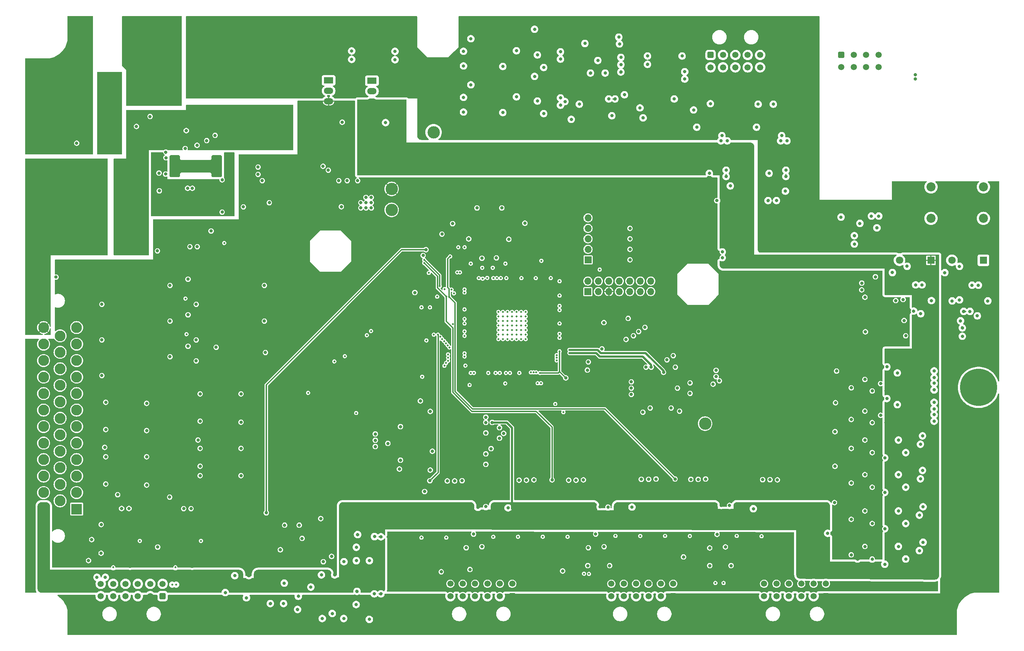
<source format=gbr>
%TF.GenerationSoftware,KiCad,Pcbnew,8.0.4*%
%TF.CreationDate,2024-11-14T11:07:32+03:00*%
%TF.ProjectId,EVD80_ControlBoard,45564438-305f-4436-9f6e-74726f6c426f,rev?*%
%TF.SameCoordinates,Original*%
%TF.FileFunction,Copper,L3,Inr*%
%TF.FilePolarity,Positive*%
%FSLAX46Y46*%
G04 Gerber Fmt 4.6, Leading zero omitted, Abs format (unit mm)*
G04 Created by KiCad (PCBNEW 8.0.4) date 2024-11-14 11:07:32*
%MOMM*%
%LPD*%
G01*
G04 APERTURE LIST*
G04 Aperture macros list*
%AMRoundRect*
0 Rectangle with rounded corners*
0 $1 Rounding radius*
0 $2 $3 $4 $5 $6 $7 $8 $9 X,Y pos of 4 corners*
0 Add a 4 corners polygon primitive as box body*
4,1,4,$2,$3,$4,$5,$6,$7,$8,$9,$2,$3,0*
0 Add four circle primitives for the rounded corners*
1,1,$1+$1,$2,$3*
1,1,$1+$1,$4,$5*
1,1,$1+$1,$6,$7*
1,1,$1+$1,$8,$9*
0 Add four rect primitives between the rounded corners*
20,1,$1+$1,$2,$3,$4,$5,0*
20,1,$1+$1,$4,$5,$6,$7,0*
20,1,$1+$1,$6,$7,$8,$9,0*
20,1,$1+$1,$8,$9,$2,$3,0*%
G04 Aperture macros list end*
%TA.AperFunction,ComponentPad*%
%ADD10C,3.000000*%
%TD*%
%TA.AperFunction,ComponentPad*%
%ADD11RoundRect,0.250001X0.499999X0.499999X-0.499999X0.499999X-0.499999X-0.499999X0.499999X-0.499999X0*%
%TD*%
%TA.AperFunction,ComponentPad*%
%ADD12C,1.500000*%
%TD*%
%TA.AperFunction,ComponentPad*%
%ADD13R,1.700000X1.700000*%
%TD*%
%TA.AperFunction,ComponentPad*%
%ADD14O,1.700000X1.700000*%
%TD*%
%TA.AperFunction,ComponentPad*%
%ADD15C,0.900000*%
%TD*%
%TA.AperFunction,ComponentPad*%
%ADD16C,9.000000*%
%TD*%
%TA.AperFunction,ComponentPad*%
%ADD17C,2.200000*%
%TD*%
%TA.AperFunction,ComponentPad*%
%ADD18R,1.800000X1.800000*%
%TD*%
%TA.AperFunction,ComponentPad*%
%ADD19C,1.800000*%
%TD*%
%TA.AperFunction,ComponentPad*%
%ADD20R,2.300000X1.500000*%
%TD*%
%TA.AperFunction,ComponentPad*%
%ADD21O,2.300000X1.500000*%
%TD*%
%TA.AperFunction,ComponentPad*%
%ADD22C,0.499999*%
%TD*%
%TA.AperFunction,ComponentPad*%
%ADD23RoundRect,0.250001X-0.499999X-0.499999X0.499999X-0.499999X0.499999X0.499999X-0.499999X0.499999X0*%
%TD*%
%TA.AperFunction,ComponentPad*%
%ADD24R,2.625000X2.625000*%
%TD*%
%TA.AperFunction,ComponentPad*%
%ADD25C,2.625000*%
%TD*%
%TA.AperFunction,ViaPad*%
%ADD26C,0.800000*%
%TD*%
%TA.AperFunction,ViaPad*%
%ADD27C,0.500000*%
%TD*%
%TA.AperFunction,Conductor*%
%ADD28C,0.300000*%
%TD*%
%TA.AperFunction,Conductor*%
%ADD29C,0.500000*%
%TD*%
G04 APERTURE END LIST*
D10*
%TO.N,VDD_3V3*%
%TO.C,TP1*%
X188820000Y-121876000D03*
%TD*%
D11*
%TO.N,TEMP_FW_N*%
%TO.C,J9*%
X133342000Y-220623000D03*
D12*
%TO.N,+15V*%
X130342000Y-220623000D03*
%TO.N,FW_H_P*%
X127342000Y-220623000D03*
%TO.N,FAULT_FW_P*%
X124342000Y-220623000D03*
%TO.N,FW_L_P*%
X121342000Y-220623000D03*
%TO.N,RESET_FW*%
X118342000Y-220623000D03*
%TO.N,TEMP_FW_P*%
X133342000Y-217623000D03*
%TO.N,GND*%
X130342000Y-217623000D03*
%TO.N,FW_H_N*%
X127342000Y-217623000D03*
%TO.N,FAULT_FW_N*%
X124342000Y-217623000D03*
%TO.N,FW_L_N*%
X121342000Y-217623000D03*
%TO.N,FW_CUR_IN_INT*%
X118342000Y-217623000D03*
%TD*%
D13*
%TO.N,TMS*%
%TO.C,J1*%
X236375000Y-146775000D03*
D14*
%TO.N,~{TRST}*%
X236375000Y-144235000D03*
%TO.N,TDI*%
X238915000Y-146775000D03*
%TO.N,GND*%
X238915000Y-144235000D03*
%TO.N,VDD_3V3*%
X241455000Y-146775000D03*
%TO.N,unconnected-(J1-Pin_6-Pad6)*%
X241455000Y-144235000D03*
%TO.N,TDO*%
X243995000Y-146775000D03*
%TO.N,GND*%
X243995000Y-144235000D03*
%TO.N,TCK*%
X246535000Y-146775000D03*
%TO.N,GND*%
X246535000Y-144235000D03*
%TO.N,TCK*%
X249075000Y-146775000D03*
%TO.N,GND*%
X249075000Y-144235000D03*
%TO.N,Net-(J1-Pin_13)*%
X251615000Y-146775000D03*
%TO.N,Net-(J1-Pin_14)*%
X251615000Y-144235000D03*
%TD*%
D10*
%TO.N,+1V2*%
%TO.C,TP3*%
X188820000Y-126956000D03*
%TD*%
%TO.N,+15V*%
%TO.C,TP5*%
X198980000Y-103080000D03*
%TD*%
D15*
%TO.N,GND*%
%TO.C,H5*%
X327625000Y-170000000D03*
X328613515Y-167613515D03*
X328613515Y-172386485D03*
X331000000Y-166625000D03*
D16*
X331000000Y-170000000D03*
D15*
X331000000Y-173375000D03*
X333386485Y-167613515D03*
X333386485Y-172386485D03*
X334375000Y-170000000D03*
%TD*%
D17*
%TO.N,Net-(K2-Pad11)*%
%TO.C,K2*%
X319479500Y-129027500D03*
%TO.N,Net-(C194-Pad1)*%
X319479500Y-121407500D03*
D18*
%TO.N,+5V*%
X319479500Y-139187500D03*
D19*
%TO.N,Net-(D46-A)*%
X311859500Y-139187500D03*
%TD*%
D20*
%TO.N,Net-(U2-IN)*%
%TO.C,U2*%
X173542500Y-95553000D03*
D21*
%TO.N,GND*%
X173542500Y-98093000D03*
%TO.N,VDD_3V3*%
X173542500Y-100633000D03*
%TD*%
D22*
%TO.N,GND*%
%TO.C,U7*%
X214699999Y-158300001D03*
X215799999Y-158300001D03*
X216900000Y-158300001D03*
X218000000Y-158300001D03*
X219099998Y-158300001D03*
X220199998Y-158300001D03*
X221299998Y-158300001D03*
X214699999Y-157200001D03*
X215799999Y-157200001D03*
X216900000Y-157200001D03*
X218000000Y-157200001D03*
X219099998Y-157200001D03*
X220199998Y-157200001D03*
X221299998Y-157200001D03*
X214699999Y-156100000D03*
X215799999Y-156100000D03*
X216900000Y-156100000D03*
X218000000Y-156100000D03*
X219099998Y-156100000D03*
X220199998Y-156100000D03*
X221299998Y-156100000D03*
X214699999Y-155000000D03*
X215799999Y-155000000D03*
X216900000Y-155000000D03*
X218000000Y-155000000D03*
X219099998Y-155000000D03*
X220199998Y-155000000D03*
X221299998Y-155000000D03*
X214699999Y-153900002D03*
X215799999Y-153900002D03*
X216900000Y-153900002D03*
X218000000Y-153900002D03*
X219099998Y-153900002D03*
X220199998Y-153900002D03*
X221299998Y-153900002D03*
X214699999Y-152800002D03*
X215799999Y-152800002D03*
X216900000Y-152800002D03*
X218000000Y-152800002D03*
X219099998Y-152800002D03*
X220199998Y-152800002D03*
X221299998Y-152800002D03*
X214699999Y-151700002D03*
X215799999Y-151700002D03*
X216900000Y-151700002D03*
X218000000Y-151700002D03*
X219099998Y-151700002D03*
X220199998Y-151700002D03*
X221299998Y-151700002D03*
%TD*%
D17*
%TO.N,Net-(K1-Pad11)*%
%TO.C,K1*%
X332179500Y-129027500D03*
%TO.N,Net-(C190-Pad1)*%
X332179500Y-121407500D03*
D18*
%TO.N,+5V*%
X332179500Y-139187500D03*
D19*
%TO.N,Net-(D44-A)*%
X324559500Y-139187500D03*
%TD*%
D11*
%TO.N,+15V*%
%TO.C,J5*%
X257042000Y-220608000D03*
D12*
%TO.N,VL_N*%
X254042000Y-220608000D03*
%TO.N,TEMP_PW_B_P*%
X251042000Y-220608000D03*
%TO.N,RESET_PW*%
X248042000Y-220608000D03*
%TO.N,VH_N*%
X245042000Y-220608000D03*
%TO.N,FAULT_PW_B_P*%
X242042000Y-220608000D03*
%TO.N,GND*%
X257042000Y-217608000D03*
%TO.N,VL_P*%
X254042000Y-217608000D03*
%TO.N,TEMP_PW_B_N*%
X251042000Y-217608000D03*
%TO.N,V_CUR_IN*%
X248042000Y-217608000D03*
%TO.N,VH_P*%
X245042000Y-217608000D03*
%TO.N,FAULT_PW_B_N*%
X242042000Y-217608000D03*
%TD*%
D10*
%TO.N,VAA*%
%TO.C,TP4*%
X264766000Y-178772000D03*
%TD*%
D13*
%TO.N,LED1*%
%TO.C,J10*%
X236398000Y-139063000D03*
D14*
%TO.N,LED2*%
X236398000Y-136523000D03*
%TO.N,LED3*%
X236398000Y-133983000D03*
%TO.N,LED4*%
X236398000Y-131443000D03*
%TO.N,GND*%
X236398000Y-128903000D03*
%TD*%
D23*
%TO.N,VDC_N*%
%TO.C,J3*%
X297760000Y-89387000D03*
D12*
%TO.N,unconnected-(J3-Pin_2-Pad2)*%
X300760000Y-89387000D03*
%TO.N,unconnected-(J3-Pin_3-Pad3)*%
X303760000Y-89387000D03*
%TO.N,VDC_P*%
X306760000Y-89387000D03*
%TO.N,VDC_N*%
X297760000Y-92387000D03*
%TO.N,unconnected-(J3-Pin_6-Pad6)*%
X300760000Y-92387000D03*
%TO.N,unconnected-(J3-Pin_7-Pad7)*%
X303760000Y-92387000D03*
%TO.N,VDC_P*%
X306760000Y-92387000D03*
%TD*%
D11*
%TO.N,+15V*%
%TO.C,J4*%
X218042000Y-220608000D03*
D12*
%TO.N,UL_N*%
X215042000Y-220608000D03*
%TO.N,TEMP_PW_A_P*%
X212042000Y-220608000D03*
%TO.N,RESET_PW*%
X209042000Y-220608000D03*
%TO.N,UH_N*%
X206042000Y-220608000D03*
%TO.N,FAULT_PW_A_P*%
X203042000Y-220608000D03*
%TO.N,GND*%
X218042000Y-217608000D03*
%TO.N,UL_P*%
X215042000Y-217608000D03*
%TO.N,TEMP_PW_A_N*%
X212042000Y-217608000D03*
%TO.N,U_CUR_IN*%
X209042000Y-217608000D03*
%TO.N,UH_P*%
X206042000Y-217608000D03*
%TO.N,FAULT_PW_A_N*%
X203042000Y-217608000D03*
%TD*%
D10*
%TO.N,+5V*%
%TO.C,TP2*%
X188820000Y-116796000D03*
%TD*%
D11*
%TO.N,+15V*%
%TO.C,J6*%
X294042000Y-220608000D03*
D12*
%TO.N,WL_N*%
X291042000Y-220608000D03*
%TO.N,TEMP_PW_C_P*%
X288042000Y-220608000D03*
%TO.N,RESET_PW*%
X285042000Y-220608000D03*
%TO.N,WH_N*%
X282042000Y-220608000D03*
%TO.N,FAULT_PW_C_P*%
X279042000Y-220608000D03*
%TO.N,GND*%
X294042000Y-217608000D03*
%TO.N,WL_P*%
X291042000Y-217608000D03*
%TO.N,TEMP_PW_C_N*%
X288042000Y-217608000D03*
%TO.N,W_CUR_IN*%
X285042000Y-217608000D03*
%TO.N,WH_P*%
X282042000Y-217608000D03*
%TO.N,FAULT_PW_C_N*%
X279042000Y-217608000D03*
%TD*%
D23*
%TO.N,~{EXC_OUT}_IC*%
%TO.C,J11*%
X266085000Y-89411000D03*
D12*
%TO.N,~{COS_IN}_IC*%
X269085000Y-89411000D03*
%TO.N,~{SIN_IN}_IC*%
X272085000Y-89411000D03*
%TO.N,NTC_FW_2_IC*%
X275085000Y-89411000D03*
%TO.N,NTC_FW_1_IC*%
X278085000Y-89411000D03*
%TO.N,EXC_OUT_IC*%
X266085000Y-92411000D03*
%TO.N,COS_IN_IC*%
X269085000Y-92411000D03*
%TO.N,SIN_IN_IC*%
X272085000Y-92411000D03*
%TO.N,NTC_AW_2_IC*%
X275085000Y-92411000D03*
%TO.N,NTC_AW_1_IC*%
X278085000Y-92411000D03*
%TD*%
D10*
%TO.N,GND*%
%TO.C,TP6*%
X198980000Y-108160000D03*
%TD*%
D20*
%TO.N,Net-(U3-IN)*%
%TO.C,U3*%
X184042500Y-95646000D03*
D21*
%TO.N,GND*%
X184042500Y-98186000D03*
%TO.N,+5V*%
X184042500Y-100726000D03*
%TD*%
D24*
%TO.N,BRK_2_IN*%
%TO.C,J2*%
X112500000Y-199500000D03*
D25*
%TO.N,THR_2_IN*%
X112500000Y-195500000D03*
%TO.N,NTC_AW_1_MC*%
X112500000Y-191500000D03*
%TO.N,NTC_FW_1_MC*%
X112500000Y-187500000D03*
%TO.N,~{COS_IN}_MC*%
X112500000Y-183500000D03*
%TO.N,~{SIN_IN}_MC*%
X112500000Y-179500000D03*
%TO.N,RIGHT_SUPPORT_IN*%
X112500000Y-175500000D03*
%TO.N,LEFT_SUPPORT_IN*%
X112500000Y-171500000D03*
%TO.N,GEAR_DRIVE_IN*%
X112500000Y-167500000D03*
%TO.N,PWR_ST_PWM_OUT*%
X112500000Y-163500000D03*
%TO.N,PARK_BREAK_OUT*%
X112500000Y-159500000D03*
%TO.N,GND_IN*%
X112500000Y-155500000D03*
%TO.N,BRK_1_IN*%
X108500000Y-197500000D03*
%TO.N,THR_1_IN*%
X108500000Y-193500000D03*
%TO.N,NTC_AW_2_MC*%
X108500000Y-189500000D03*
%TO.N,NTC_FW_2_MC*%
X108500000Y-185500000D03*
%TO.N,COS_IN_MC*%
X108500000Y-181500000D03*
%TO.N,SIN_IN_MC*%
X108500000Y-177500000D03*
%TO.N,IGNITION_ON_IN*%
X108500000Y-173500000D03*
%TO.N,EMERG_STOP_IN*%
X108500000Y-169500000D03*
%TO.N,HV_ON_IN*%
X108500000Y-165500000D03*
%TO.N,SHUNT_CONT_OUT*%
X108500000Y-161500000D03*
%TO.N,POWER_CONT_OUT*%
X108500000Y-157500000D03*
%TO.N,+5V*%
X104500000Y-199500000D03*
%TO.N,GND*%
X104500000Y-195500000D03*
%TO.N,CAN_H*%
X104500000Y-191500000D03*
%TO.N,CAN_L*%
X104500000Y-187500000D03*
%TO.N,GND_CAN*%
X104500000Y-183500000D03*
%TO.N,EXC_OUT_MC*%
X104500000Y-179500000D03*
%TO.N,~{EXC_OUT}_MC*%
X104500000Y-175500000D03*
%TO.N,GEAR_PARKING_IN*%
X104500000Y-171500000D03*
%TO.N,GEAR_REVERSE_IN*%
X104500000Y-167500000D03*
%TO.N,PUMP_OUT*%
X104500000Y-163500000D03*
%TO.N,REV_LIGHT_OUT*%
X104500000Y-159500000D03*
%TO.N,VIN*%
X104500000Y-155500000D03*
%TD*%
D26*
%TO.N,VDD_3V3*%
X180572025Y-205678025D03*
X327406000Y-151572000D03*
X301686000Y-170864000D03*
D27*
X254650000Y-144800000D03*
D26*
X152324000Y-168278000D03*
X174842000Y-201808000D03*
X195342000Y-214708000D03*
X171450000Y-105185000D03*
D27*
X219904000Y-135414000D03*
D26*
X171450000Y-110265000D03*
X115394000Y-208430000D03*
X175017000Y-215443000D03*
D27*
X229642000Y-206208000D03*
D26*
X167132000Y-115214000D03*
D27*
X200242000Y-208408000D03*
D26*
X129464000Y-177930000D03*
X139446000Y-137160000D03*
X254742000Y-211108000D03*
X159182000Y-127384000D03*
X137160000Y-157988000D03*
X236470000Y-207348000D03*
X137160000Y-133350000D03*
D27*
X229500000Y-152500000D03*
D26*
X159442000Y-222408000D03*
D27*
X223512000Y-206146000D03*
X203962000Y-139954000D03*
D26*
X301686000Y-194208000D03*
X253222000Y-170158000D03*
X129464000Y-191138000D03*
D27*
X125439000Y-213517000D03*
D26*
X167132000Y-116484000D03*
X301686000Y-203008000D03*
X206870000Y-207348000D03*
X296098000Y-208560000D03*
X313741000Y-151501000D03*
X246126000Y-149484000D03*
X186217000Y-220043000D03*
X129464000Y-171580000D03*
D27*
X254650000Y-146200000D03*
D26*
X280016000Y-124714000D03*
D27*
X225104000Y-135314000D03*
D26*
X198990000Y-132842000D03*
X158496000Y-122428000D03*
X296225000Y-182760000D03*
D27*
X235512000Y-206146000D03*
D26*
X268680000Y-198608000D03*
X265870000Y-207410500D03*
X307274000Y-174744000D03*
D27*
X217512000Y-206146000D03*
D26*
X296606000Y-168070000D03*
X265538000Y-124714000D03*
X224742000Y-214508000D03*
X129464000Y-184534000D03*
X305376000Y-156524000D03*
X186217000Y-206223000D03*
D27*
X265112000Y-205954500D03*
D26*
X171450000Y-102645000D03*
X236990000Y-93804500D03*
X307274000Y-167054000D03*
X166017000Y-223843000D03*
X284334000Y-118872000D03*
X137160000Y-149352000D03*
X152324000Y-182756000D03*
X267716000Y-174549000D03*
X127442000Y-208708000D03*
X244356000Y-93550500D03*
X213174000Y-181035000D03*
X166067000Y-209973000D03*
X301686000Y-178554000D03*
X173482000Y-102645000D03*
X296225000Y-191160000D03*
X173482000Y-110265000D03*
D27*
X245922000Y-174858000D03*
D26*
X249733000Y-104651000D03*
X152400000Y-115316000D03*
X296098000Y-199960000D03*
X167132000Y-119024000D03*
X313360000Y-155451000D03*
X160020000Y-149352000D03*
D27*
X206112000Y-206346000D03*
D26*
X116421000Y-203242000D03*
X300914000Y-133226000D03*
D27*
X247042000Y-206008000D03*
D26*
X235966000Y-168148000D03*
D27*
X196056000Y-143893000D03*
D26*
X154217000Y-215643000D03*
X306375000Y-131321000D03*
X160267000Y-209373000D03*
X239330000Y-198923000D03*
X145085000Y-134115000D03*
D27*
X131874000Y-207136000D03*
X198120000Y-143893000D03*
X276442000Y-206008000D03*
D26*
X152070000Y-176660000D03*
X171450000Y-107725000D03*
D27*
X140474000Y-213536000D03*
D26*
X160020000Y-157988000D03*
X209730000Y-199054000D03*
X194442000Y-148954584D03*
D27*
X282512000Y-206008500D03*
X259042000Y-206008000D03*
D26*
X296352000Y-175760000D03*
X269856000Y-118872000D03*
X301686000Y-211608000D03*
X152324000Y-189106000D03*
X180417000Y-219443000D03*
X327076000Y-155578000D03*
D27*
X253112000Y-205946000D03*
D26*
X250806000Y-91694000D03*
D27*
X146674000Y-207136000D03*
D26*
X301686000Y-185808000D03*
X167132000Y-117754000D03*
X137160000Y-166624000D03*
X242932000Y-100076000D03*
%TO.N,+15V*%
X277222000Y-108966000D03*
X152400000Y-82230000D03*
X160274000Y-97470000D03*
X162814000Y-96200000D03*
X157480000Y-94930000D03*
X139700000Y-93660000D03*
X151130000Y-94930000D03*
X154940000Y-94930000D03*
X152400000Y-83500000D03*
X152400000Y-80960000D03*
X143510000Y-94930000D03*
X215754000Y-88138000D03*
X268840000Y-106934000D03*
X283318000Y-106934000D03*
X158750000Y-93660000D03*
X262744000Y-108966000D03*
X152400000Y-86040000D03*
X148590000Y-94930000D03*
X147752000Y-127511000D03*
X146050000Y-94930000D03*
X144780000Y-94930000D03*
X151130000Y-82230000D03*
X153670000Y-93660000D03*
X151130000Y-91120000D03*
X161544000Y-97470000D03*
X146050000Y-93660000D03*
X156210000Y-93660000D03*
X151130000Y-84770000D03*
X152400000Y-88580000D03*
X142240000Y-94930000D03*
X152400000Y-92390000D03*
X164084000Y-96200000D03*
X162814000Y-97470000D03*
X151130000Y-86040000D03*
X151130000Y-88580000D03*
X143510000Y-93660000D03*
X147320000Y-94930000D03*
X206229000Y-90297000D03*
X144780000Y-93660000D03*
X147752000Y-119692000D03*
X160274000Y-96200000D03*
X151130000Y-93660000D03*
X139700000Y-94930000D03*
X147320000Y-93660000D03*
X164084000Y-97470000D03*
X152400000Y-93660000D03*
X206229000Y-101473000D03*
X151130000Y-87310000D03*
X140970000Y-94930000D03*
X152400000Y-87310000D03*
X152400000Y-94930000D03*
X221596000Y-92456000D03*
X151130000Y-92390000D03*
X152400000Y-91120000D03*
X157480000Y-93660000D03*
X149860000Y-93660000D03*
X236652000Y-95634000D03*
X154940000Y-93660000D03*
X152400000Y-84770000D03*
X158750000Y-94930000D03*
X156210000Y-94930000D03*
X151130000Y-80960000D03*
X229724000Y-103378000D03*
X152400000Y-89850000D03*
X142240000Y-93660000D03*
X151130000Y-83500000D03*
X215754000Y-99314000D03*
X161544000Y-96200000D03*
X149860000Y-94930000D03*
X151130000Y-89850000D03*
X140970000Y-93660000D03*
X229724000Y-92202000D03*
X148590000Y-93660000D03*
X221596000Y-103632000D03*
X153670000Y-94930000D03*
%TO.N,+1V2*%
X176628000Y-126194000D03*
%TO.N,+5V*%
X181864000Y-107725000D03*
X315529000Y-190144000D03*
X315529000Y-181744000D03*
X181864000Y-105185000D03*
X309814000Y-203008000D03*
X183896000Y-102645000D03*
X309814000Y-211608000D03*
X181864000Y-102645000D03*
X181864000Y-110265000D03*
X309814000Y-194208000D03*
X183896000Y-110265000D03*
X213174000Y-178495000D03*
X308544000Y-178554000D03*
X315529000Y-199071000D03*
X309814000Y-185808000D03*
X315529000Y-207544000D03*
X308544000Y-170864000D03*
D27*
%TO.N,VDD_1V2*%
X206500000Y-156400000D03*
D26*
X181356000Y-125222000D03*
D27*
X206500000Y-162500000D03*
X229500000Y-150250000D03*
D26*
X181356000Y-126492000D03*
X183896000Y-126492000D03*
X182626000Y-125222000D03*
X182626000Y-126492000D03*
D27*
X215000000Y-166500000D03*
D26*
X183896000Y-123952000D03*
D27*
X206500000Y-146250000D03*
X229500000Y-158000000D03*
X210900000Y-143650000D03*
D26*
X183896000Y-125222000D03*
D27*
X214300000Y-143500000D03*
D26*
X182600000Y-123950000D03*
D27*
X206500000Y-154500000D03*
X217500000Y-166500000D03*
%TO.N,VDDOSC_3V3*%
X210750000Y-141000000D03*
X213299498Y-141000000D03*
%TO.N,VDDA_3V3*%
X229500000Y-161250000D03*
D26*
X231000000Y-167700000D03*
D27*
X224750000Y-166500000D03*
%TO.N,VDDIO_3V3*%
X219750000Y-166500000D03*
X206500000Y-153400000D03*
X206500000Y-151100000D03*
X204724000Y-142113000D03*
X229500000Y-151250000D03*
X215250000Y-143500000D03*
X229500000Y-144250000D03*
X206500000Y-157500000D03*
X213450000Y-143500000D03*
X206500000Y-147000000D03*
X216600000Y-143500000D03*
X220250000Y-143500000D03*
X206500000Y-161750000D03*
X216500000Y-166500000D03*
X205359000Y-142113000D03*
X208000000Y-166500000D03*
X212250000Y-166500000D03*
X223750000Y-143500000D03*
X209950000Y-143500000D03*
X229500000Y-154500000D03*
X214000000Y-166500000D03*
X229500000Y-147750000D03*
X229500000Y-157000000D03*
X227350000Y-143500000D03*
D26*
%TO.N,Net-(U11-RAMP)*%
X140538000Y-121724000D03*
X134061000Y-118295000D03*
D27*
%TO.N,VREFHIA*%
X225000000Y-169000000D03*
D26*
X251460000Y-175006000D03*
%TO.N,VREFHIB*%
X251714000Y-165100000D03*
D27*
X231900000Y-161674000D03*
%TO.N,GPIO84{slash}BOOT0*%
X203660499Y-154660501D03*
%TO.N,GPIO72{slash}BOOT1*%
X203900000Y-147200000D03*
%TO.N,~{RESET}*%
X212000000Y-143450000D03*
D26*
%TO.N,VREFHIC*%
X256540000Y-175006000D03*
D27*
X224200000Y-169000000D03*
D26*
%TO.N,VREFHID*%
X254686000Y-166358000D03*
D27*
X231900000Y-160900000D03*
D26*
%TO.N,Net-(U11-VCC)*%
X139065000Y-107757000D03*
X134151500Y-114321500D03*
D27*
%TO.N,UV_SENCE*%
X148260000Y-135004000D03*
X206680000Y-164722000D03*
D26*
%TO.N,Net-(D7-K)*%
X111760000Y-81722000D03*
X105410000Y-96708000D03*
X113030000Y-91628000D03*
X104140000Y-101788000D03*
X110490000Y-91628000D03*
X105410000Y-101788000D03*
X107950000Y-110424000D03*
X107950000Y-109154000D03*
X104140000Y-103058000D03*
X113030000Y-92898000D03*
X105410000Y-99248000D03*
X104140000Y-109154000D03*
X110490000Y-92898000D03*
X104140000Y-95438000D03*
X105410000Y-104328000D03*
X111760000Y-91628000D03*
X104140000Y-100518000D03*
X114300000Y-90358000D03*
X104140000Y-96708000D03*
X115570000Y-91628000D03*
X134112000Y-112964000D03*
X104140000Y-107884000D03*
X107950000Y-111694000D03*
X111760000Y-82992000D03*
X105410000Y-92898000D03*
X105410000Y-105598000D03*
X105410000Y-97978000D03*
X114300000Y-91628000D03*
X104140000Y-112964000D03*
X107950000Y-91628000D03*
X104140000Y-105598000D03*
X109220000Y-92898000D03*
X104140000Y-99248000D03*
X114300000Y-92898000D03*
X115570000Y-90358000D03*
X104140000Y-92898000D03*
X113030000Y-82992000D03*
X106680000Y-91628000D03*
X104140000Y-94168000D03*
X113030000Y-81722000D03*
X105410000Y-95438000D03*
X105410000Y-94168000D03*
X106680000Y-92898000D03*
X115570000Y-92898000D03*
X104140000Y-111694000D03*
X114300000Y-81722000D03*
X111760000Y-92898000D03*
X105410000Y-103058000D03*
X115570000Y-82992000D03*
X105410000Y-91628000D03*
X105410000Y-100518000D03*
X111760000Y-90358000D03*
X114300000Y-82992000D03*
X104140000Y-91628000D03*
X104140000Y-97978000D03*
X107950000Y-92898000D03*
X104140000Y-110424000D03*
X115570000Y-81722000D03*
X113030000Y-90358000D03*
X104140000Y-104328000D03*
X109220000Y-91628000D03*
X107950000Y-107884000D03*
X107950000Y-112964000D03*
%TO.N,MCU_EXC*%
X239776000Y-160658000D03*
X245618000Y-158372000D03*
%TO.N,+1V5*%
X312725000Y-148707000D03*
X306011000Y-143189000D03*
X326390000Y-148778000D03*
%TO.N,EXC_OUT*%
X223444000Y-94618000D03*
X230810000Y-100714000D03*
%TO.N,~{EXC_OUT}*%
X223444000Y-83188000D03*
X232334000Y-105032000D03*
D27*
%TO.N,HV_ON*%
X196242000Y-167408000D03*
X168580000Y-171326000D03*
D26*
%TO.N,VIN*%
X101600000Y-118298000D03*
X101600000Y-127188000D03*
X115570000Y-130998000D03*
X115570000Y-132268000D03*
X115570000Y-134808000D03*
X114300000Y-134808000D03*
X111760000Y-127188000D03*
X115570000Y-136078000D03*
X101600000Y-117028000D03*
X101600000Y-124648000D03*
X116840000Y-115758000D03*
X101600000Y-125918000D03*
X102870000Y-125918000D03*
X109220000Y-127188000D03*
X101600000Y-122108000D03*
X115570000Y-124648000D03*
X115570000Y-120838000D03*
X114300000Y-127188000D03*
X104140000Y-125918000D03*
X111760000Y-125918000D03*
X132461000Y-118044000D03*
X114300000Y-132268000D03*
X113030000Y-127188000D03*
X116840000Y-117028000D03*
X113030000Y-125918000D03*
X114300000Y-137348000D03*
X115570000Y-118298000D03*
X115570000Y-129728000D03*
X115570000Y-117028000D03*
X101600000Y-115758000D03*
X107950000Y-127188000D03*
X114300000Y-128458000D03*
X115570000Y-128458000D03*
X115570000Y-137348000D03*
X115570000Y-125918000D03*
X114300000Y-130998000D03*
X110490000Y-127188000D03*
X110490000Y-125918000D03*
X114300000Y-133538000D03*
X104140000Y-127188000D03*
X107950000Y-125918000D03*
X101600000Y-120838000D03*
X105410000Y-127188000D03*
X106680000Y-127188000D03*
X106680000Y-125918000D03*
X115570000Y-133538000D03*
X115570000Y-115758000D03*
X114300000Y-125918000D03*
X115570000Y-119568000D03*
X101600000Y-123378000D03*
X102870000Y-127188000D03*
X105410000Y-125918000D03*
X114300000Y-129728000D03*
X109220000Y-125918000D03*
X115570000Y-122108000D03*
X101600000Y-119568000D03*
X115570000Y-123378000D03*
X114300000Y-136078000D03*
X115570000Y-127188000D03*
%TO.N,SHUNT_CONT_OUT*%
X139497000Y-152403000D03*
%TO.N,PUMP_OUT*%
X139497000Y-143767000D03*
D27*
%TO.N,MCU_PWM*%
X207696000Y-169421000D03*
D26*
X244018000Y-86744000D03*
%TO.N,W_CUR_IN*%
X271042000Y-213208000D03*
%TO.N,V_CUR_IN*%
X241642000Y-213208000D03*
%TO.N,CAN_H*%
X184853000Y-184337000D03*
%TO.N,CAN_L*%
X184853000Y-182813000D03*
%TO.N,VDC_N*%
X315722000Y-95184000D03*
X315722000Y-94168000D03*
%TO.N,EMERG_STOP_IN*%
X119304000Y-184534000D03*
%TO.N,IGNITION_ON_IN*%
X142418000Y-189106000D03*
%TO.N,ISO_VPOS*%
X255524000Y-163322000D03*
X248666000Y-156464000D03*
%TO.N,LEFT_SUPPORT_IN*%
X141910000Y-182756000D03*
%TO.N,ISO_VNEG*%
X257048000Y-162306000D03*
X250190000Y-155448000D03*
%TO.N,THR_1_IN*%
X316926000Y-183776000D03*
%TO.N,THR_2_IN*%
X316926000Y-192176000D03*
%TO.N,BRK_1_IN*%
X316672000Y-200976000D03*
%TO.N,BRK_2_IN*%
X316672000Y-209576000D03*
D27*
%TO.N,PARK_BREAK*%
X201599998Y-164750000D03*
X177470000Y-162436000D03*
%TO.N,POWER_CONT*%
X201999998Y-164100000D03*
X139116000Y-157102000D03*
%TO.N,PWR_ST_PWM*%
X174930000Y-163706000D03*
X208733281Y-166488484D03*
D26*
%TO.N,Net-(D51-A)*%
X236242000Y-165808000D03*
X122442000Y-196008000D03*
%TO.N,PWR_ST_PWM_OUT*%
X139497000Y-160023000D03*
D27*
%TO.N,SHUNT_CONT*%
X182804000Y-157356000D03*
X202497886Y-163552112D03*
%TO.N,REV_LIGHT*%
X138862000Y-148466000D03*
X202511442Y-162788556D03*
%TO.N,PUMP*%
X183820000Y-156340000D03*
X202499998Y-162000000D03*
%TO.N,VH_N*%
X235442000Y-215157997D03*
%TO.N,VH_P*%
X236642000Y-215208000D03*
%TO.N,WH_N*%
X269242000Y-217408000D03*
%TO.N,WH_P*%
X267242000Y-217408000D03*
%TO.N,FW_H_N*%
X136642000Y-217808000D03*
%TO.N,FW_H_P*%
X135642000Y-217808000D03*
D26*
%TO.N,Net-(U11-CS)*%
X118872000Y-110805000D03*
X122682000Y-106995000D03*
X119634000Y-94422000D03*
X120904000Y-95946000D03*
X122174000Y-104582000D03*
X118872000Y-106995000D03*
X120142000Y-112075000D03*
X118872000Y-112075000D03*
X121412000Y-112075000D03*
X118872000Y-109535000D03*
X120142000Y-106995000D03*
X120904000Y-101026000D03*
X122174000Y-95946000D03*
X119634000Y-104582000D03*
X122174000Y-101026000D03*
X120904000Y-99248000D03*
X118872000Y-108265000D03*
X118364000Y-95946000D03*
X121412000Y-106995000D03*
X122174000Y-94422000D03*
X118364000Y-101026000D03*
X120904000Y-104582000D03*
X118364000Y-94422000D03*
X119634000Y-99248000D03*
X146050000Y-108900000D03*
X122174000Y-99248000D03*
X118364000Y-99248000D03*
X120904000Y-94422000D03*
X119634000Y-101026000D03*
X119634000Y-95946000D03*
X122682000Y-112075000D03*
X118364000Y-104582000D03*
%TO.N,Net-(Q3-D)*%
X125730000Y-90358000D03*
X127000000Y-91628000D03*
X126746000Y-99756000D03*
X125730000Y-82992000D03*
X134620000Y-85786000D03*
X135890000Y-85786000D03*
X126746000Y-93406000D03*
X137160000Y-87564000D03*
X134366000Y-93406000D03*
X127000000Y-90358000D03*
X127000000Y-81722000D03*
X135636000Y-94676000D03*
X126746000Y-95946000D03*
X130556000Y-93406000D03*
X135636000Y-101026000D03*
X127000000Y-82992000D03*
X135636000Y-98486000D03*
X134620000Y-87564000D03*
X126746000Y-94676000D03*
X133096000Y-93406000D03*
X124460000Y-81722000D03*
X124460000Y-91628000D03*
X126746000Y-101026000D03*
X126746000Y-97216000D03*
X133350000Y-87564000D03*
X137160000Y-82484000D03*
X134620000Y-82484000D03*
X137160000Y-90866000D03*
X135890000Y-87564000D03*
X125730000Y-81722000D03*
X133350000Y-90866000D03*
X135890000Y-82484000D03*
X134620000Y-90866000D03*
X135636000Y-97216000D03*
X133350000Y-82484000D03*
X135636000Y-93406000D03*
X126746000Y-98486000D03*
X128016000Y-93406000D03*
X129286000Y-93406000D03*
X124460000Y-90358000D03*
X131826000Y-93406000D03*
X124460000Y-82992000D03*
X125730000Y-91628000D03*
X137160000Y-85786000D03*
X135636000Y-95946000D03*
X135890000Y-90866000D03*
X135636000Y-99756000D03*
X133350000Y-85786000D03*
%TO.N,ISO_POS_REL*%
X330708000Y-152654000D03*
X268910000Y-138560000D03*
%TO.N,ISO_NEG_REL*%
X268910000Y-137163000D03*
X316992000Y-152146000D03*
%TO.N,UH*%
X205880000Y-192618000D03*
D27*
X200642000Y-157750002D03*
D26*
%TO.N,VH*%
X235280000Y-192418000D03*
D27*
X201554007Y-158800000D03*
D26*
%TO.N,WH*%
X264880000Y-192218000D03*
D27*
X202384665Y-159800002D03*
D26*
%TO.N,UL*%
X223280000Y-192418000D03*
D27*
X201042000Y-158300002D03*
%TO.N,VL*%
X201969337Y-159300000D03*
D26*
X252880000Y-192218000D03*
D27*
%TO.N,WL*%
X202799998Y-160300000D03*
D26*
X282280000Y-192418000D03*
D27*
%TO.N,FW_L*%
X180242000Y-176208000D03*
X216332000Y-169040000D03*
D26*
%TO.N,CAN_RX*%
X215968000Y-181162000D03*
X212920000Y-184845000D03*
%TO.N,PCB_TEMP*%
X236474000Y-163830000D03*
X247396000Y-157480000D03*
%TO.N,Net-(U11-CSG)*%
X144018000Y-110170000D03*
X127000000Y-106741000D03*
%TO.N,Net-(Q1-G)*%
X138789023Y-112096977D03*
X112522000Y-110805000D03*
%TO.N,Net-(Q3-G)*%
X141681200Y-111313000D03*
X130302000Y-104328000D03*
%TO.N,Net-(C190-Pad1)*%
X326390000Y-140650000D03*
%TO.N,Net-(C194-Pad1)*%
X313690000Y-140637000D03*
%TO.N,Net-(U11-EN)*%
X132537000Y-122359000D03*
X139395000Y-121724000D03*
%TO.N,GND_CAN*%
X190949000Y-187639000D03*
X190695000Y-189798000D03*
X190949000Y-179511000D03*
X187901000Y-183575000D03*
X198696000Y-185480000D03*
X198188000Y-175828000D03*
X184853000Y-181289000D03*
X198188000Y-190052000D03*
D27*
%TO.N,RESET_PW*%
X199042000Y-157211000D03*
X199842000Y-148008000D03*
D26*
%TO.N,GND*%
X225660000Y-92456000D03*
X322834000Y-142174000D03*
X214952000Y-182305000D03*
X333248000Y-149032000D03*
X179130500Y-90473000D03*
X219056000Y-99568000D03*
X162817000Y-217443000D03*
X177217000Y-226043000D03*
X125984000Y-129728000D03*
X208648000Y-205570000D03*
X266700000Y-169215000D03*
X277222000Y-106934000D03*
X136779000Y-117028000D03*
X125984000Y-128458000D03*
D27*
X239200000Y-141450000D03*
D26*
X127254000Y-132268000D03*
X161867000Y-209373000D03*
X157988000Y-107376000D03*
X250444000Y-165100000D03*
X211650000Y-177225000D03*
X305242000Y-194208000D03*
X136779000Y-114488000D03*
X152324000Y-178438000D03*
X305242000Y-185808000D03*
X152324000Y-184788000D03*
X119558000Y-186820000D03*
X177267000Y-212253000D03*
X145923000Y-115758000D03*
X119458000Y-216050000D03*
X155448000Y-106106000D03*
X249302000Y-192293000D03*
X246888000Y-171704000D03*
X224136000Y-89408000D03*
X224136000Y-100584000D03*
X246558000Y-139068000D03*
X246126000Y-153284000D03*
X142418000Y-178184000D03*
X311341000Y-166495000D03*
X229724000Y-88646000D03*
X303464000Y-182760000D03*
X265870000Y-208934500D03*
X270872000Y-121158000D03*
X300162000Y-210592000D03*
X152324000Y-171580000D03*
X300162000Y-177792000D03*
X162814000Y-105344000D03*
X127254000Y-122108000D03*
X125984000Y-118298000D03*
X296225000Y-180728000D03*
X128778000Y-110932000D03*
X119558000Y-173612000D03*
D27*
X222555000Y-166373000D03*
D26*
X261112000Y-168910000D03*
X317434000Y-190144000D03*
X137500000Y-126500000D03*
D27*
X225104000Y-139314000D03*
D26*
X125222000Y-115250000D03*
X270680000Y-198608000D03*
X269856000Y-117348000D03*
X202302000Y-192693000D03*
D27*
X249048000Y-206022000D03*
D26*
X180267000Y-208773000D03*
X125984000Y-125918000D03*
X180217000Y-222643000D03*
X246888000Y-168656000D03*
X240250000Y-154300000D03*
X259823000Y-93472000D03*
X294447000Y-205385000D03*
D27*
X223825000Y-166373000D03*
D26*
X310134000Y-142161000D03*
X261302000Y-192301500D03*
X176022000Y-119888000D03*
X124968000Y-112202000D03*
X302260000Y-130236000D03*
X155448000Y-107376000D03*
X135636000Y-114488000D03*
X328930000Y-151572000D03*
X123407000Y-199369000D03*
X229724000Y-99822000D03*
X180594000Y-119888000D03*
X229724000Y-101600000D03*
X242170000Y-104140000D03*
X147066000Y-118298000D03*
X268224000Y-168402000D03*
D27*
X272442000Y-206008000D03*
D26*
X313370000Y-185808000D03*
X246888000Y-170180000D03*
X215754000Y-92202000D03*
X132142000Y-208708000D03*
X313370000Y-194208000D03*
X166217000Y-220643000D03*
X154178000Y-106106000D03*
X127254000Y-136078000D03*
X330962000Y-145222000D03*
X308798000Y-165022000D03*
D27*
X197792000Y-142240000D03*
D26*
X161544000Y-104074000D03*
X278702000Y-192368500D03*
X119558000Y-180216000D03*
X125984000Y-136078000D03*
X244356000Y-89994500D03*
X240546000Y-93804500D03*
D27*
X136410000Y-213612000D03*
D26*
X129464000Y-193678000D03*
X311592000Y-182760000D03*
X125984000Y-137348000D03*
X214200000Y-138600000D03*
X303464000Y-175760000D03*
X125984000Y-127188000D03*
D27*
X223190000Y-166373000D03*
D26*
X128778000Y-107122000D03*
X246558000Y-131448000D03*
X147066000Y-114488000D03*
X209500000Y-126500000D03*
X125984000Y-123378000D03*
D27*
X208000000Y-140000000D03*
D26*
X312979000Y-153787000D03*
X128778000Y-109662000D03*
D27*
X228778000Y-162817000D03*
X121375000Y-213593000D03*
D26*
X127254000Y-134808000D03*
X211650000Y-188655000D03*
X307274000Y-176776000D03*
X238768000Y-90756500D03*
X135382000Y-106614000D03*
X184667000Y-206173000D03*
X157988000Y-106106000D03*
X308798000Y-172712000D03*
X207500000Y-134000000D03*
X204080000Y-192693000D03*
X151638000Y-107376000D03*
X164084000Y-105344000D03*
X267424000Y-165862000D03*
D27*
X206502000Y-136017000D03*
D26*
X317434000Y-181744000D03*
X151638000Y-106106000D03*
X300162000Y-184792000D03*
D27*
X228778000Y-163452000D03*
D26*
X303598000Y-156524000D03*
X135128000Y-145288000D03*
X261112000Y-171450000D03*
X234296000Y-101346000D03*
X246558000Y-133988000D03*
X194442000Y-147008000D03*
X280270000Y-118110000D03*
D27*
X278448000Y-206084500D03*
D26*
X116156000Y-206906000D03*
X127254000Y-124648000D03*
X210680000Y-208618000D03*
X303464000Y-199960000D03*
X138442000Y-199388000D03*
X136779000Y-118298000D03*
X131572000Y-106614000D03*
X125984000Y-124648000D03*
X189630500Y-88534000D03*
X141732000Y-135890000D03*
X305242000Y-203008000D03*
X123952000Y-116520000D03*
D27*
X202048000Y-206422000D03*
D26*
X206870000Y-208872000D03*
X300162000Y-193192000D03*
X156464000Y-118364000D03*
X171642000Y-201808000D03*
X267570000Y-124714000D03*
X171817000Y-215443000D03*
X311341000Y-174185000D03*
D27*
X201646409Y-146181409D03*
D26*
X157480000Y-119888000D03*
X326644000Y-153858000D03*
X162814000Y-104074000D03*
X127254000Y-127188000D03*
X156718000Y-107376000D03*
X147066000Y-115758000D03*
D27*
X228778000Y-162182000D03*
D26*
X173482000Y-117348000D03*
X172210000Y-116394000D03*
D27*
X261048000Y-206030500D03*
D26*
X283318000Y-108966000D03*
X145500000Y-126500000D03*
X127254000Y-123378000D03*
X257556000Y-165100000D03*
X319583000Y-148961000D03*
X302709000Y-144713000D03*
X296225000Y-189128000D03*
X283064000Y-110236000D03*
X308290000Y-195478000D03*
X263080000Y-192301500D03*
X150817000Y-215643000D03*
D27*
X225442000Y-206208000D03*
D26*
X308290000Y-187078000D03*
D27*
X255042000Y-206008000D03*
D26*
X132842000Y-107884000D03*
X125984000Y-130998000D03*
X305242000Y-211608000D03*
X127254000Y-128458000D03*
X178054000Y-119888000D03*
X280480000Y-192368500D03*
X132080000Y-136906000D03*
X219056000Y-88392000D03*
X127508000Y-112202000D03*
X152908000Y-106106000D03*
D27*
X231448000Y-206222000D03*
D26*
X195775000Y-173288000D03*
X215500000Y-126500000D03*
X160274000Y-105344000D03*
X296098000Y-197928000D03*
X127254000Y-125918000D03*
X140220000Y-199388000D03*
X127254000Y-119568000D03*
X156464000Y-116586000D03*
X142418000Y-171580000D03*
X125185000Y-199369000D03*
X118442000Y-210208000D03*
X161544000Y-105344000D03*
X329438000Y-145222000D03*
X215754000Y-103378000D03*
D27*
X213448000Y-206222000D03*
D26*
X135382000Y-107884000D03*
X284207000Y-122428000D03*
X211650000Y-186115000D03*
X308290000Y-212878000D03*
X132842000Y-106614000D03*
D27*
X204978000Y-136017000D03*
D26*
X134112000Y-107884000D03*
X300162000Y-170102000D03*
X196810000Y-195246000D03*
X250806000Y-89662000D03*
X157988000Y-145288000D03*
X245218000Y-99060000D03*
X128778000Y-108392000D03*
X305242000Y-178554000D03*
X236324000Y-213218000D03*
X129464000Y-180470000D03*
X167132000Y-206608000D03*
X145923000Y-114488000D03*
X259188000Y-89662000D03*
X142418000Y-184788000D03*
X240280000Y-208618000D03*
X249682000Y-176022000D03*
X141500000Y-126500000D03*
X315773000Y-145151000D03*
X164084000Y-104074000D03*
X150368000Y-106106000D03*
X303471000Y-148142000D03*
X187344500Y-105806000D03*
X296352000Y-173728000D03*
X313370000Y-211608000D03*
X308290000Y-204278000D03*
X267648000Y-205632500D03*
X251080000Y-192293000D03*
X300914000Y-135258000D03*
X206229000Y-99695000D03*
X259542000Y-211108000D03*
X305242000Y-170864000D03*
X297688000Y-128712000D03*
X311592000Y-191160000D03*
X300162000Y-201992000D03*
X125984000Y-133538000D03*
X244356000Y-91772500D03*
X243848000Y-85090000D03*
X307274000Y-169086000D03*
X152908000Y-126238000D03*
X127254000Y-120838000D03*
X310947000Y-148961000D03*
X306832000Y-128458000D03*
X317561000Y-207544000D03*
X262744000Y-106934000D03*
X210693000Y-138684000D03*
X327076000Y-157610000D03*
X150368000Y-107376000D03*
X211650000Y-181035000D03*
X179130500Y-88441000D03*
D27*
X203327000Y-146308000D03*
D26*
X139500000Y-126500000D03*
X115394000Y-211986000D03*
X201008000Y-132842000D03*
X246558000Y-136528000D03*
X230242000Y-214508000D03*
X236470000Y-208872000D03*
X127254000Y-130998000D03*
X145085000Y-132083000D03*
D27*
X216400000Y-140000000D03*
D26*
X135636000Y-117028000D03*
X135042000Y-196608000D03*
X125984000Y-120838000D03*
D27*
X198120000Y-150593000D03*
X196056000Y-150593000D03*
D26*
X241408000Y-100076000D03*
X200842000Y-214708000D03*
X139954000Y-135890000D03*
X152908000Y-107376000D03*
X235636000Y-86617000D03*
X136779000Y-115758000D03*
X183432000Y-212008000D03*
X258572000Y-175768000D03*
X134112000Y-106614000D03*
X317297000Y-145151000D03*
X313370000Y-203008000D03*
X225660000Y-103632000D03*
X135128000Y-162560000D03*
X269680000Y-208680500D03*
X315265000Y-151501000D03*
X265792000Y-118110000D03*
X131572000Y-107884000D03*
X147828000Y-107376000D03*
X221480000Y-192493000D03*
X129464000Y-186820000D03*
X184617000Y-220043000D03*
X221100000Y-130200000D03*
X125984000Y-122108000D03*
X142418000Y-191392000D03*
X162902000Y-203408000D03*
X302692000Y-146355500D03*
X159258000Y-106106000D03*
X317561000Y-198944000D03*
X123952000Y-115250000D03*
X172267000Y-212253000D03*
X267424000Y-167386000D03*
X259823000Y-95250000D03*
X159258000Y-107376000D03*
X127254000Y-137348000D03*
X241230000Y-199008000D03*
X214952000Y-179765000D03*
X248971000Y-102238000D03*
X125984000Y-132268000D03*
X206229000Y-88519000D03*
X284334000Y-117348000D03*
X147828000Y-106106000D03*
D27*
X142610000Y-207212000D03*
D26*
X127254000Y-129728000D03*
X211650000Y-178495000D03*
X135636000Y-118298000D03*
X158242000Y-161544000D03*
D27*
X127810000Y-207212000D03*
D26*
X258064000Y-170180000D03*
X125222000Y-116520000D03*
X118453000Y-203242000D03*
X135636000Y-115758000D03*
X154178000Y-107376000D03*
X183417000Y-226243000D03*
X128778000Y-112202000D03*
X268840000Y-108966000D03*
X135128000Y-153924000D03*
X233480000Y-192493000D03*
X305054000Y-128458000D03*
X125984000Y-134808000D03*
X117426000Y-216050000D03*
X303464000Y-168070000D03*
X157988000Y-153924000D03*
X162642000Y-222408000D03*
D27*
X219448000Y-206222000D03*
D26*
X145923000Y-118298000D03*
X217200000Y-134100000D03*
X145923000Y-117028000D03*
X152324000Y-191392000D03*
X156718000Y-106106000D03*
D27*
X243042000Y-206008000D03*
D26*
X311592000Y-199960000D03*
X127254000Y-118298000D03*
X296606000Y-166038000D03*
X176844500Y-105713000D03*
X219702000Y-192493000D03*
X126238000Y-112202000D03*
X324612000Y-149032000D03*
X303464000Y-208560000D03*
X172017000Y-226043000D03*
X127254000Y-133538000D03*
X125984000Y-119568000D03*
X303464000Y-191160000D03*
X159182000Y-125225000D03*
X160274000Y-104074000D03*
X189630500Y-90566000D03*
X149098000Y-106106000D03*
X147066000Y-117028000D03*
X313360000Y-157483000D03*
X143500000Y-126500000D03*
X211630000Y-198890000D03*
X229724000Y-90424000D03*
X282048000Y-124714000D03*
X203600000Y-130300000D03*
X265880000Y-213218000D03*
X311592000Y-208560000D03*
X149098000Y-107376000D03*
X119558000Y-193424000D03*
X268586000Y-110236000D03*
X238248000Y-205570000D03*
X231702000Y-192493000D03*
X129464000Y-173866000D03*
X207794000Y-214160000D03*
D27*
X196048000Y-206422000D03*
D26*
%TO.N,TEMP_PW_SENSE*%
X148512000Y-219738000D03*
D27*
X230442000Y-176008000D03*
D26*
%TO.N,TEMP_FW_SENSE*%
X180267000Y-212008000D03*
D27*
X228442000Y-174008000D03*
D26*
%TO.N,GND_IN*%
X141478000Y-158496000D03*
X107500000Y-143250000D03*
X118618000Y-158496000D03*
X146304000Y-160274000D03*
X141478000Y-149860000D03*
X118618000Y-167132000D03*
X118618000Y-149860000D03*
X141478000Y-163576000D03*
%TO.N,VREF_RES*%
X270110000Y-110236000D03*
X284588000Y-110236000D03*
X257283000Y-100076000D03*
%TO.N,FAULT_FW_FLT*%
X196442000Y-138008000D03*
D27*
X197242000Y-158608000D03*
D26*
%TO.N,RESET_FW*%
X197142000Y-136608000D03*
X158442000Y-200408000D03*
%TO.N,NTC_AW_1_MC*%
X320242000Y-178208000D03*
%TO.N,NTC_FW_1_MC*%
X320242000Y-170608000D03*
%TO.N,~{COS_IN}_MC*%
X261982000Y-102743000D03*
%TO.N,~{SIN_IN}_MC*%
X277603000Y-101346000D03*
%TO.N,NTC_AW_2_MC*%
X320242000Y-175208000D03*
%TO.N,NTC_FW_2_MC*%
X320242000Y-167608000D03*
%TO.N,COS_IN_MC*%
X266046000Y-101219000D03*
%TO.N,SIN_IN_MC*%
X281286000Y-101346000D03*
%TO.N,EXC_OUT_MC*%
X206229000Y-103251000D03*
%TO.N,~{EXC_OUT}_MC*%
X206229000Y-92075000D03*
%TO.N,EXC_OUT_IC*%
X208007000Y-96647000D03*
%TO.N,NTC_FW_1_IC*%
X320242000Y-169008000D03*
%TO.N,NTC_AW_1_IC*%
X320242000Y-176608000D03*
%TO.N,~{EXC_OUT}_IC*%
X208007000Y-85471000D03*
%TO.N,NTC_FW_2_IC*%
X320242000Y-166008000D03*
%TO.N,NTC_AW_2_IC*%
X320242000Y-173608000D03*
D27*
%TO.N,FAULT_PW_A_FLT*%
X196692000Y-139108000D03*
D26*
X198080000Y-192618000D03*
D27*
X200042000Y-157208000D03*
X200457000Y-145455492D03*
D26*
%TO.N,FAULT_PW_B_FLT*%
X227680000Y-192418000D03*
D27*
X196692000Y-139858000D03*
X202042000Y-148008000D03*
D26*
%TO.N,FAULT_PW_C_FLT*%
X257480000Y-192218000D03*
D27*
X202972000Y-138258000D03*
X202777000Y-148073000D03*
D26*
%TO.N,TEMP_PW_A_PULSE*%
X174267000Y-210973000D03*
X217042000Y-199208000D03*
%TO.N,TEMP_PW_B_PULSE*%
X247042000Y-199008000D03*
X169242000Y-218408000D03*
%TO.N,TEMP_PW_C_PULSE*%
X174442000Y-224808000D03*
X276442000Y-199408000D03*
%TO.N,TEMP_PW_A_SENSE*%
X153642000Y-221008000D03*
X166432000Y-203408000D03*
%TD*%
D28*
%TO.N,FAULT_PW_C_FLT*%
X202777000Y-146143000D02*
X202777000Y-148073000D01*
X202392000Y-145758000D02*
X202777000Y-146143000D01*
X202972000Y-138258000D02*
X202392000Y-138838000D01*
X202392000Y-138838000D02*
X202392000Y-145758000D01*
D29*
%TO.N,+5V*%
X218000000Y-199450000D02*
X218000000Y-179765000D01*
X218000000Y-179765000D02*
X216730000Y-178495000D01*
X216730000Y-178495000D02*
X213174000Y-178495000D01*
D28*
%TO.N,VDDA_3V3*%
X231000000Y-167700000D02*
X229500000Y-166200000D01*
X224750000Y-166500000D02*
X229200000Y-166500000D01*
X229500000Y-166200000D02*
X229500000Y-161250000D01*
X229200000Y-166500000D02*
X229500000Y-166200000D01*
D29*
%TO.N,VREFHIB*%
X251714000Y-164592000D02*
X251714000Y-165100000D01*
X231900000Y-161674000D02*
X238382000Y-161674000D01*
X238382000Y-161674000D02*
X239268000Y-162560000D01*
X239268000Y-162560000D02*
X249682000Y-162560000D01*
X249682000Y-162560000D02*
X251714000Y-164592000D01*
%TO.N,VREFHID*%
X239472050Y-161674000D02*
X250320000Y-161674000D01*
X254686000Y-166040000D02*
X254686000Y-166358000D01*
X231900000Y-160900000D02*
X238698050Y-160900000D01*
X250320000Y-161674000D02*
X254686000Y-166040000D01*
X238698050Y-160900000D02*
X239472050Y-161674000D01*
D28*
%TO.N,RESET_FW*%
X158442000Y-169408000D02*
X191242000Y-136608000D01*
X158442000Y-200408000D02*
X158442000Y-169408000D01*
X191242000Y-136608000D02*
X197142000Y-136608000D01*
%TO.N,FAULT_PW_A_FLT*%
X200042000Y-157208000D02*
X200076000Y-157242000D01*
X200442000Y-145440492D02*
X200457000Y-145455492D01*
X200442000Y-142830182D02*
X200442000Y-145440492D01*
X196692000Y-139108000D02*
X196719818Y-139108000D01*
X200076000Y-157242000D02*
X200076000Y-190622000D01*
X200076000Y-190622000D02*
X198080000Y-192618000D01*
X196719818Y-139108000D02*
X200442000Y-142830182D01*
%TO.N,FAULT_PW_B_FLT*%
X208242000Y-175808000D02*
X223842000Y-175808000D01*
X199907000Y-145873000D02*
X202042000Y-148008000D01*
X202042000Y-154008000D02*
X203642000Y-155608000D01*
X203642000Y-155608000D02*
X203642000Y-171208000D01*
X196692000Y-139858000D02*
X199907000Y-143073000D01*
X203642000Y-171208000D02*
X208242000Y-175808000D01*
X223842000Y-175808000D02*
X227680000Y-179646000D01*
X199907000Y-143073000D02*
X199907000Y-145873000D01*
X202042000Y-148008000D02*
X202042000Y-154008000D01*
X227680000Y-179646000D02*
X227680000Y-192418000D01*
%TO.N,FAULT_PW_C_FLT*%
X204210499Y-149506499D02*
X204210499Y-170976499D01*
X208442000Y-175208000D02*
X240470000Y-175208000D01*
X204210499Y-170976499D02*
X208442000Y-175208000D01*
X240470000Y-175208000D02*
X257480000Y-192218000D01*
X202777000Y-148073000D02*
X204210499Y-149506499D01*
%TD*%
%TA.AperFunction,Conductor*%
%TO.N,GND*%
G36*
X137304183Y-113704907D02*
G01*
X137315996Y-113714996D01*
X137512004Y-113911004D01*
X137539781Y-113965521D01*
X137541000Y-113981008D01*
X137541000Y-114575000D01*
X137795000Y-114829000D01*
X144906999Y-114829000D01*
X144907000Y-114829000D01*
X145161000Y-114575000D01*
X145161000Y-113981008D01*
X145179907Y-113922817D01*
X145189996Y-113911004D01*
X145386004Y-113714996D01*
X145440521Y-113687219D01*
X145456008Y-113686000D01*
X147405992Y-113686000D01*
X147464183Y-113704907D01*
X147475996Y-113714996D01*
X147672004Y-113911004D01*
X147699781Y-113965521D01*
X147701000Y-113981008D01*
X147701000Y-118724992D01*
X147682093Y-118783183D01*
X147672004Y-118794996D01*
X147475996Y-118991004D01*
X147421479Y-119018781D01*
X147405992Y-119020000D01*
X145456008Y-119020000D01*
X145397817Y-119001093D01*
X145386004Y-118991004D01*
X145189996Y-118794996D01*
X145162219Y-118740479D01*
X145161000Y-118724992D01*
X145161000Y-118131001D01*
X145161000Y-118131000D01*
X144907000Y-117877000D01*
X144906999Y-117877000D01*
X137795001Y-117877000D01*
X137795000Y-117877000D01*
X137541000Y-118131000D01*
X137541000Y-118131001D01*
X137541000Y-118724992D01*
X137522093Y-118783183D01*
X137512004Y-118794996D01*
X137315996Y-118991004D01*
X137261479Y-119018781D01*
X137245992Y-119020000D01*
X135296008Y-119020000D01*
X135237817Y-119001093D01*
X135226004Y-118991004D01*
X135029996Y-118794996D01*
X135002219Y-118740479D01*
X135001000Y-118724992D01*
X135001000Y-113981008D01*
X135019907Y-113922817D01*
X135029996Y-113911004D01*
X135226004Y-113714996D01*
X135280521Y-113687219D01*
X135296008Y-113686000D01*
X137245992Y-113686000D01*
X137304183Y-113704907D01*
G37*
%TD.AperFunction*%
%TD*%
%TA.AperFunction,Conductor*%
%TO.N,VIN*%
G36*
X106250000Y-138000000D02*
G01*
X106250000Y-138000001D01*
X106250000Y-155250319D01*
X106231093Y-155308510D01*
X106181593Y-155344474D01*
X106120407Y-155344474D01*
X106070907Y-155308510D01*
X106052305Y-155258087D01*
X106051998Y-155254188D01*
X105994436Y-155014426D01*
X105900079Y-154786627D01*
X105900073Y-154786615D01*
X105771249Y-154576394D01*
X105771244Y-154576388D01*
X105693841Y-154485762D01*
X105202778Y-154976824D01*
X105179657Y-154942220D01*
X105057780Y-154820343D01*
X105023172Y-154797219D01*
X105514236Y-154306156D01*
X105423611Y-154228755D01*
X105423605Y-154228750D01*
X105213384Y-154099926D01*
X105213372Y-154099920D01*
X104985573Y-154005563D01*
X104985574Y-154005563D01*
X104745810Y-153948001D01*
X104500000Y-153928656D01*
X104254189Y-153948001D01*
X104014426Y-154005563D01*
X103786627Y-154099920D01*
X103786615Y-154099926D01*
X103576394Y-154228750D01*
X103576381Y-154228760D01*
X103485762Y-154306156D01*
X103976826Y-154797220D01*
X103942220Y-154820343D01*
X103820343Y-154942220D01*
X103797220Y-154976826D01*
X103306156Y-154485762D01*
X103228760Y-154576381D01*
X103228750Y-154576394D01*
X103099926Y-154786615D01*
X103099920Y-154786627D01*
X103005563Y-155014426D01*
X102948001Y-155254189D01*
X102928656Y-155500000D01*
X102948001Y-155745810D01*
X103005563Y-155985573D01*
X103099920Y-156213372D01*
X103099926Y-156213384D01*
X103228750Y-156423605D01*
X103228755Y-156423611D01*
X103306156Y-156514236D01*
X103797219Y-156023172D01*
X103820343Y-156057780D01*
X103942220Y-156179657D01*
X103976824Y-156202778D01*
X103485762Y-156693841D01*
X103576388Y-156771244D01*
X103576394Y-156771249D01*
X103786615Y-156900073D01*
X103786627Y-156900079D01*
X104014426Y-156994436D01*
X104014425Y-156994436D01*
X104254188Y-157051998D01*
X104258087Y-157052305D01*
X104314615Y-157075720D01*
X104346584Y-157127889D01*
X104341783Y-157188886D01*
X104302046Y-157235411D01*
X104250319Y-157250000D01*
X100099000Y-157250000D01*
X100040809Y-157231093D01*
X100004845Y-157181593D01*
X100000000Y-157151000D01*
X100000000Y-137750000D01*
X106250000Y-137750000D01*
X106250000Y-138000000D01*
G37*
%TD.AperFunction*%
%TA.AperFunction,Conductor*%
G36*
X106188885Y-155658216D02*
G01*
X106235411Y-155697952D01*
X106250000Y-155749680D01*
X106250000Y-157151000D01*
X106231093Y-157209191D01*
X106181593Y-157245155D01*
X106151000Y-157250000D01*
X104749681Y-157250000D01*
X104691490Y-157231093D01*
X104655526Y-157181593D01*
X104655526Y-157120407D01*
X104691490Y-157070907D01*
X104741913Y-157052305D01*
X104745811Y-157051998D01*
X104985573Y-156994436D01*
X105213372Y-156900079D01*
X105213384Y-156900073D01*
X105423605Y-156771249D01*
X105423611Y-156771244D01*
X105514236Y-156693841D01*
X105023174Y-156202779D01*
X105057780Y-156179657D01*
X105179657Y-156057780D01*
X105202779Y-156023174D01*
X105693841Y-156514236D01*
X105771244Y-156423611D01*
X105771249Y-156423605D01*
X105900073Y-156213384D01*
X105900079Y-156213372D01*
X105994436Y-155985573D01*
X106051998Y-155745811D01*
X106052305Y-155741913D01*
X106075719Y-155685385D01*
X106127888Y-155653416D01*
X106188885Y-155658216D01*
G37*
%TD.AperFunction*%
%TD*%
%TA.AperFunction,Conductor*%
%TO.N,VIN*%
G36*
X119959191Y-114518907D02*
G01*
X119995155Y-114568407D01*
X120000000Y-114599000D01*
X120000000Y-137901000D01*
X119981093Y-137959191D01*
X119931593Y-137995155D01*
X119901000Y-138000000D01*
X110000000Y-138000000D01*
X106250000Y-138000000D01*
X106250000Y-137750000D01*
X100000000Y-137750000D01*
X100000000Y-114599000D01*
X100018907Y-114540809D01*
X100068407Y-114504845D01*
X100099000Y-114500000D01*
X119901000Y-114500000D01*
X119959191Y-114518907D01*
G37*
%TD.AperFunction*%
%TD*%
%TA.AperFunction,Conductor*%
%TO.N,+15V*%
G36*
X165000000Y-100000000D02*
G01*
X139099000Y-100000000D01*
X139040809Y-99981093D01*
X139004845Y-99931593D01*
X139000000Y-99901000D01*
X139000000Y-80099000D01*
X139018907Y-80040809D01*
X139068407Y-80004845D01*
X139099000Y-80000000D01*
X165000000Y-80000000D01*
X165000000Y-100000000D01*
G37*
%TD.AperFunction*%
%TD*%
%TA.AperFunction,Conductor*%
%TO.N,Net-(Q3-D)*%
G36*
X137959191Y-80018907D02*
G01*
X137995155Y-80068407D01*
X138000000Y-80099000D01*
X138000000Y-101651000D01*
X137981093Y-101709191D01*
X137931593Y-101745155D01*
X137901000Y-101750000D01*
X124599000Y-101750000D01*
X124540809Y-101731093D01*
X124504845Y-101681593D01*
X124500000Y-101651000D01*
X124500000Y-93000000D01*
X123528996Y-92028996D01*
X123501219Y-91974479D01*
X123500000Y-91958992D01*
X123500000Y-80099000D01*
X123518907Y-80040809D01*
X123568407Y-80004845D01*
X123599000Y-80000000D01*
X137901000Y-80000000D01*
X137959191Y-80018907D01*
G37*
%TD.AperFunction*%
%TD*%
%TA.AperFunction,Conductor*%
%TO.N,Net-(D7-K)*%
G36*
X116459191Y-80018907D02*
G01*
X116495155Y-80068407D01*
X116500000Y-80099000D01*
X116500000Y-113401000D01*
X116481093Y-113459191D01*
X116431593Y-113495155D01*
X116401000Y-113500000D01*
X100099000Y-113500000D01*
X100040809Y-113481093D01*
X100004845Y-113431593D01*
X100000000Y-113401000D01*
X100000000Y-110804998D01*
X111862693Y-110804998D01*
X111862693Y-110805001D01*
X111881850Y-110962780D01*
X111881853Y-110962789D01*
X111938210Y-111111390D01*
X111938212Y-111111393D01*
X112028502Y-111242201D01*
X112028502Y-111242202D01*
X112147464Y-111347593D01*
X112147471Y-111347599D01*
X112288207Y-111421463D01*
X112442529Y-111459500D01*
X112442532Y-111459500D01*
X112601468Y-111459500D01*
X112601471Y-111459500D01*
X112755793Y-111421463D01*
X112896529Y-111347599D01*
X113015498Y-111242201D01*
X113105787Y-111111395D01*
X113162149Y-110962782D01*
X113181307Y-110805000D01*
X113162149Y-110647218D01*
X113105787Y-110498605D01*
X113015498Y-110367799D01*
X113015497Y-110367798D01*
X113015497Y-110367797D01*
X112896535Y-110262406D01*
X112896533Y-110262404D01*
X112896529Y-110262401D01*
X112896525Y-110262399D01*
X112896524Y-110262398D01*
X112755791Y-110188536D01*
X112601473Y-110150500D01*
X112601471Y-110150500D01*
X112442529Y-110150500D01*
X112442526Y-110150500D01*
X112288208Y-110188536D01*
X112147475Y-110262398D01*
X112147464Y-110262406D01*
X112028502Y-110367797D01*
X112028502Y-110367798D01*
X111938212Y-110498606D01*
X111938210Y-110498609D01*
X111881853Y-110647210D01*
X111881850Y-110647219D01*
X111862693Y-110804998D01*
X100000000Y-110804998D01*
X100000000Y-90349000D01*
X100018907Y-90290809D01*
X100068407Y-90254845D01*
X100099000Y-90250000D01*
X105999995Y-90250000D01*
X106000000Y-90250000D01*
X107000000Y-90000000D01*
X108250000Y-89250000D01*
X109000000Y-88500000D01*
X109750000Y-87500000D01*
X110250000Y-86000000D01*
X110250000Y-80099000D01*
X110268907Y-80040809D01*
X110318407Y-80004845D01*
X110349000Y-80000000D01*
X116401000Y-80000000D01*
X116459191Y-80018907D01*
G37*
%TD.AperFunction*%
%TD*%
%TA.AperFunction,Conductor*%
%TO.N,GND*%
G36*
X164959191Y-101518907D02*
G01*
X164995155Y-101568407D01*
X165000000Y-101599000D01*
X165000000Y-112401000D01*
X164981093Y-112459191D01*
X164931593Y-112495155D01*
X164901000Y-112500000D01*
X139479590Y-112500000D01*
X139421399Y-112481093D01*
X139385435Y-112431593D01*
X139385435Y-112370407D01*
X139387024Y-112365894D01*
X139429169Y-112254766D01*
X139429172Y-112254759D01*
X139448330Y-112096977D01*
X139429172Y-111939195D01*
X139372810Y-111790582D01*
X139282521Y-111659776D01*
X139282520Y-111659775D01*
X139282520Y-111659774D01*
X139163558Y-111554383D01*
X139163556Y-111554381D01*
X139163552Y-111554378D01*
X139163548Y-111554376D01*
X139163547Y-111554375D01*
X139022814Y-111480513D01*
X138868496Y-111442477D01*
X138868494Y-111442477D01*
X138709552Y-111442477D01*
X138709549Y-111442477D01*
X138555231Y-111480513D01*
X138414498Y-111554375D01*
X138414487Y-111554383D01*
X138295525Y-111659774D01*
X138295525Y-111659775D01*
X138205235Y-111790583D01*
X138205233Y-111790586D01*
X138148876Y-111939187D01*
X138148873Y-111939196D01*
X138129716Y-112096975D01*
X138129716Y-112096978D01*
X138148873Y-112254757D01*
X138148876Y-112254766D01*
X138191022Y-112365894D01*
X138193979Y-112427008D01*
X138160449Y-112478187D01*
X138103239Y-112499884D01*
X138098456Y-112500000D01*
X134612794Y-112500000D01*
X134554603Y-112481093D01*
X134547145Y-112475102D01*
X134486535Y-112421406D01*
X134486533Y-112421404D01*
X134486529Y-112421401D01*
X134486525Y-112421399D01*
X134486524Y-112421398D01*
X134345791Y-112347536D01*
X134191473Y-112309500D01*
X134191471Y-112309500D01*
X134032529Y-112309500D01*
X134032526Y-112309500D01*
X133878208Y-112347536D01*
X133737475Y-112421398D01*
X133737464Y-112421406D01*
X133676855Y-112475102D01*
X133620761Y-112499538D01*
X133611206Y-112500000D01*
X130000000Y-112500000D01*
X130000000Y-112500001D01*
X130000000Y-137901000D01*
X129981093Y-137959191D01*
X129931593Y-137995155D01*
X129901000Y-138000000D01*
X121599000Y-138000000D01*
X121540809Y-137981093D01*
X121504845Y-137931593D01*
X121500000Y-137901000D01*
X121500000Y-114599000D01*
X121518907Y-114540809D01*
X121568407Y-114504845D01*
X121599000Y-114500000D01*
X124499999Y-114500000D01*
X124500000Y-114500000D01*
X124500000Y-111312998D01*
X141021893Y-111312998D01*
X141021893Y-111313001D01*
X141041050Y-111470780D01*
X141041053Y-111470789D01*
X141097410Y-111619390D01*
X141097412Y-111619393D01*
X141097413Y-111619395D01*
X141125286Y-111659776D01*
X141187702Y-111750201D01*
X141187702Y-111750202D01*
X141306664Y-111855593D01*
X141306671Y-111855599D01*
X141447407Y-111929463D01*
X141601729Y-111967500D01*
X141601732Y-111967500D01*
X141760668Y-111967500D01*
X141760671Y-111967500D01*
X141914993Y-111929463D01*
X142055729Y-111855599D01*
X142174698Y-111750201D01*
X142264987Y-111619395D01*
X142321349Y-111470782D01*
X142340507Y-111313000D01*
X142321349Y-111155218D01*
X142264987Y-111006605D01*
X142174698Y-110875799D01*
X142174697Y-110875798D01*
X142174697Y-110875797D01*
X142055735Y-110770406D01*
X142055733Y-110770404D01*
X142055729Y-110770401D01*
X142055725Y-110770399D01*
X142055724Y-110770398D01*
X141914991Y-110696536D01*
X141760673Y-110658500D01*
X141760671Y-110658500D01*
X141601729Y-110658500D01*
X141601726Y-110658500D01*
X141447408Y-110696536D01*
X141306675Y-110770398D01*
X141306664Y-110770406D01*
X141187702Y-110875797D01*
X141187702Y-110875798D01*
X141097412Y-111006606D01*
X141097410Y-111006609D01*
X141041053Y-111155210D01*
X141041050Y-111155219D01*
X141021893Y-111312998D01*
X124500000Y-111312998D01*
X124500000Y-110169998D01*
X143358693Y-110169998D01*
X143358693Y-110170001D01*
X143377850Y-110327780D01*
X143377853Y-110327789D01*
X143434210Y-110476390D01*
X143434212Y-110476393D01*
X143524502Y-110607201D01*
X143524502Y-110607202D01*
X143643464Y-110712593D01*
X143643471Y-110712599D01*
X143784207Y-110786463D01*
X143938529Y-110824500D01*
X143938532Y-110824500D01*
X144097468Y-110824500D01*
X144097471Y-110824500D01*
X144251793Y-110786463D01*
X144392529Y-110712599D01*
X144511498Y-110607201D01*
X144601787Y-110476395D01*
X144658149Y-110327782D01*
X144677307Y-110170000D01*
X144658149Y-110012218D01*
X144601787Y-109863605D01*
X144511498Y-109732799D01*
X144511497Y-109732798D01*
X144511497Y-109732797D01*
X144392535Y-109627406D01*
X144392533Y-109627404D01*
X144392529Y-109627401D01*
X144392525Y-109627399D01*
X144392524Y-109627398D01*
X144251791Y-109553536D01*
X144097473Y-109515500D01*
X144097471Y-109515500D01*
X143938529Y-109515500D01*
X143938526Y-109515500D01*
X143784208Y-109553536D01*
X143643475Y-109627398D01*
X143643464Y-109627406D01*
X143524502Y-109732797D01*
X143524502Y-109732798D01*
X143434212Y-109863606D01*
X143434210Y-109863609D01*
X143377853Y-110012210D01*
X143377850Y-110012219D01*
X143358693Y-110169998D01*
X124500000Y-110169998D01*
X124500000Y-108899998D01*
X145390693Y-108899998D01*
X145390693Y-108900001D01*
X145409850Y-109057780D01*
X145409853Y-109057789D01*
X145466210Y-109206390D01*
X145466212Y-109206393D01*
X145556502Y-109337201D01*
X145556502Y-109337202D01*
X145675464Y-109442593D01*
X145675471Y-109442599D01*
X145816207Y-109516463D01*
X145970529Y-109554500D01*
X145970532Y-109554500D01*
X146129468Y-109554500D01*
X146129471Y-109554500D01*
X146283793Y-109516463D01*
X146424529Y-109442599D01*
X146543498Y-109337201D01*
X146633787Y-109206395D01*
X146690149Y-109057782D01*
X146709307Y-108900000D01*
X146690149Y-108742218D01*
X146633787Y-108593605D01*
X146543498Y-108462799D01*
X146543497Y-108462798D01*
X146543497Y-108462797D01*
X146424535Y-108357406D01*
X146424533Y-108357404D01*
X146424529Y-108357401D01*
X146424525Y-108357399D01*
X146424524Y-108357398D01*
X146283791Y-108283536D01*
X146129473Y-108245500D01*
X146129471Y-108245500D01*
X145970529Y-108245500D01*
X145970526Y-108245500D01*
X145816208Y-108283536D01*
X145675475Y-108357398D01*
X145675464Y-108357406D01*
X145556502Y-108462797D01*
X145556502Y-108462798D01*
X145466212Y-108593606D01*
X145466210Y-108593609D01*
X145409853Y-108742210D01*
X145409850Y-108742219D01*
X145390693Y-108899998D01*
X124500000Y-108899998D01*
X124500000Y-107756998D01*
X138405693Y-107756998D01*
X138405693Y-107757001D01*
X138424850Y-107914780D01*
X138424853Y-107914789D01*
X138481210Y-108063390D01*
X138481212Y-108063393D01*
X138571502Y-108194201D01*
X138571502Y-108194202D01*
X138690464Y-108299593D01*
X138690471Y-108299599D01*
X138831207Y-108373463D01*
X138985529Y-108411500D01*
X138985532Y-108411500D01*
X139144468Y-108411500D01*
X139144471Y-108411500D01*
X139298793Y-108373463D01*
X139439529Y-108299599D01*
X139558498Y-108194201D01*
X139648787Y-108063395D01*
X139705149Y-107914782D01*
X139724307Y-107757000D01*
X139705149Y-107599218D01*
X139648787Y-107450605D01*
X139558498Y-107319799D01*
X139558497Y-107319798D01*
X139558497Y-107319797D01*
X139439535Y-107214406D01*
X139439533Y-107214404D01*
X139439529Y-107214401D01*
X139439525Y-107214399D01*
X139439524Y-107214398D01*
X139298791Y-107140536D01*
X139144473Y-107102500D01*
X139144471Y-107102500D01*
X138985529Y-107102500D01*
X138985526Y-107102500D01*
X138831208Y-107140536D01*
X138690475Y-107214398D01*
X138690464Y-107214406D01*
X138571502Y-107319797D01*
X138571502Y-107319798D01*
X138481212Y-107450606D01*
X138481210Y-107450609D01*
X138424853Y-107599210D01*
X138424850Y-107599219D01*
X138405693Y-107756998D01*
X124500000Y-107756998D01*
X124500000Y-106740998D01*
X126340693Y-106740998D01*
X126340693Y-106741001D01*
X126359850Y-106898780D01*
X126359853Y-106898789D01*
X126416210Y-107047390D01*
X126416212Y-107047393D01*
X126416213Y-107047395D01*
X126480504Y-107140536D01*
X126506502Y-107178201D01*
X126506502Y-107178202D01*
X126625464Y-107283593D01*
X126625471Y-107283599D01*
X126766207Y-107357463D01*
X126920529Y-107395500D01*
X126920532Y-107395500D01*
X127079468Y-107395500D01*
X127079471Y-107395500D01*
X127233793Y-107357463D01*
X127374529Y-107283599D01*
X127493498Y-107178201D01*
X127583787Y-107047395D01*
X127640149Y-106898782D01*
X127659307Y-106741000D01*
X127640149Y-106583218D01*
X127583787Y-106434605D01*
X127493498Y-106303799D01*
X127493497Y-106303798D01*
X127493497Y-106303797D01*
X127374535Y-106198406D01*
X127374533Y-106198404D01*
X127374529Y-106198401D01*
X127374525Y-106198399D01*
X127374524Y-106198398D01*
X127233791Y-106124536D01*
X127079473Y-106086500D01*
X127079471Y-106086500D01*
X126920529Y-106086500D01*
X126920526Y-106086500D01*
X126766208Y-106124536D01*
X126625475Y-106198398D01*
X126625464Y-106198406D01*
X126506502Y-106303797D01*
X126506502Y-106303798D01*
X126416212Y-106434606D01*
X126416210Y-106434609D01*
X126359853Y-106583210D01*
X126359850Y-106583219D01*
X126340693Y-106740998D01*
X124500000Y-106740998D01*
X124500000Y-104327998D01*
X129642693Y-104327998D01*
X129642693Y-104328001D01*
X129661850Y-104485780D01*
X129661853Y-104485789D01*
X129718210Y-104634390D01*
X129718212Y-104634393D01*
X129808502Y-104765201D01*
X129808502Y-104765202D01*
X129927464Y-104870593D01*
X129927471Y-104870599D01*
X130068207Y-104944463D01*
X130222529Y-104982500D01*
X130222532Y-104982500D01*
X130381468Y-104982500D01*
X130381471Y-104982500D01*
X130535793Y-104944463D01*
X130676529Y-104870599D01*
X130795498Y-104765201D01*
X130885787Y-104634395D01*
X130942149Y-104485782D01*
X130961307Y-104328000D01*
X130942149Y-104170218D01*
X130885787Y-104021605D01*
X130795498Y-103890799D01*
X130795497Y-103890798D01*
X130795497Y-103890797D01*
X130676535Y-103785406D01*
X130676533Y-103785404D01*
X130676529Y-103785401D01*
X130676525Y-103785399D01*
X130676524Y-103785398D01*
X130535791Y-103711536D01*
X130381473Y-103673500D01*
X130381471Y-103673500D01*
X130222529Y-103673500D01*
X130222526Y-103673500D01*
X130068208Y-103711536D01*
X129927475Y-103785398D01*
X129927464Y-103785406D01*
X129808502Y-103890797D01*
X129808502Y-103890798D01*
X129718212Y-104021606D01*
X129718210Y-104021609D01*
X129661853Y-104170210D01*
X129661850Y-104170219D01*
X129642693Y-104327998D01*
X124500000Y-104327998D01*
X124500000Y-102849000D01*
X124518907Y-102790809D01*
X124568407Y-102754845D01*
X124599000Y-102750000D01*
X138999999Y-102750000D01*
X139000000Y-102750000D01*
X139000000Y-101599000D01*
X139018907Y-101540809D01*
X139068407Y-101504845D01*
X139099000Y-101500000D01*
X164901000Y-101500000D01*
X164959191Y-101518907D01*
G37*
%TD.AperFunction*%
%TD*%
%TA.AperFunction,Conductor*%
%TO.N,Net-(U11-CS)*%
G36*
X123459191Y-93518907D02*
G01*
X123495155Y-93568407D01*
X123500000Y-93599000D01*
X123500000Y-113401000D01*
X123481093Y-113459191D01*
X123431593Y-113495155D01*
X123401000Y-113500000D01*
X117599000Y-113500000D01*
X117540809Y-113481093D01*
X117504845Y-113431593D01*
X117500000Y-113401000D01*
X117500000Y-93599000D01*
X117518907Y-93540809D01*
X117568407Y-93504845D01*
X117599000Y-93500000D01*
X123401000Y-93500000D01*
X123459191Y-93518907D01*
G37*
%TD.AperFunction*%
%TD*%
%TA.AperFunction,Conductor*%
%TO.N,GND*%
G36*
X133427549Y-113018907D02*
G01*
X133463513Y-113068407D01*
X133467636Y-113087067D01*
X133471850Y-113121780D01*
X133471853Y-113121789D01*
X133528210Y-113270390D01*
X133528212Y-113270393D01*
X133618502Y-113401201D01*
X133618502Y-113401202D01*
X133737464Y-113506593D01*
X133737471Y-113506599D01*
X133737476Y-113506601D01*
X133737478Y-113506603D01*
X133849612Y-113565455D01*
X133892351Y-113609239D01*
X133901192Y-113669782D01*
X133872758Y-113723959D01*
X133849613Y-113740775D01*
X133776975Y-113778898D01*
X133776964Y-113778906D01*
X133658002Y-113884297D01*
X133658002Y-113884298D01*
X133567712Y-114015106D01*
X133567710Y-114015109D01*
X133511353Y-114163710D01*
X133511350Y-114163719D01*
X133492193Y-114321498D01*
X133492193Y-114321501D01*
X133511350Y-114479280D01*
X133511353Y-114479289D01*
X133567710Y-114627890D01*
X133567712Y-114627893D01*
X133658002Y-114758701D01*
X133658002Y-114758702D01*
X133776964Y-114864093D01*
X133776971Y-114864099D01*
X133917707Y-114937963D01*
X134072029Y-114976000D01*
X134072032Y-114976000D01*
X134230968Y-114976000D01*
X134230971Y-114976000D01*
X134377308Y-114939931D01*
X134438332Y-114944363D01*
X134485097Y-114983818D01*
X134500000Y-115036054D01*
X134500000Y-117622472D01*
X134481093Y-117680663D01*
X134431593Y-117716627D01*
X134370407Y-117716627D01*
X134354993Y-117710132D01*
X134294794Y-117678537D01*
X134294791Y-117678536D01*
X134140473Y-117640500D01*
X134140471Y-117640500D01*
X133981529Y-117640500D01*
X133981526Y-117640500D01*
X133827208Y-117678536D01*
X133686475Y-117752398D01*
X133686464Y-117752406D01*
X133567502Y-117857797D01*
X133567502Y-117857798D01*
X133477212Y-117988606D01*
X133477210Y-117988609D01*
X133420853Y-118137210D01*
X133420850Y-118137219D01*
X133401693Y-118294998D01*
X133401693Y-118295001D01*
X133420850Y-118452780D01*
X133420853Y-118452789D01*
X133477210Y-118601390D01*
X133477212Y-118601393D01*
X133567502Y-118732201D01*
X133567502Y-118732202D01*
X133686464Y-118837593D01*
X133686471Y-118837599D01*
X133827207Y-118911463D01*
X133981529Y-118949500D01*
X133981532Y-118949500D01*
X134140468Y-118949500D01*
X134140471Y-118949500D01*
X134294793Y-118911463D01*
X134354995Y-118879866D01*
X134415303Y-118869566D01*
X134470152Y-118896682D01*
X134498587Y-118950859D01*
X134500000Y-118967527D01*
X134500000Y-119500000D01*
X134500001Y-119500000D01*
X147004258Y-119500000D01*
X147062449Y-119518907D01*
X147098413Y-119568407D01*
X147102536Y-119610933D01*
X147092693Y-119691998D01*
X147092693Y-119692001D01*
X147111850Y-119849780D01*
X147111853Y-119849789D01*
X147168210Y-119998390D01*
X147168212Y-119998393D01*
X147258502Y-120129201D01*
X147258502Y-120129202D01*
X147377464Y-120234593D01*
X147377471Y-120234599D01*
X147518207Y-120308463D01*
X147672529Y-120346500D01*
X147672532Y-120346500D01*
X147831468Y-120346500D01*
X147831471Y-120346500D01*
X147985793Y-120308463D01*
X148126529Y-120234599D01*
X148245498Y-120129201D01*
X148335787Y-119998395D01*
X148392149Y-119849782D01*
X148411307Y-119692000D01*
X148392149Y-119534218D01*
X148335787Y-119385605D01*
X148267525Y-119286710D01*
X148250000Y-119230472D01*
X148250000Y-113099000D01*
X148268907Y-113040809D01*
X148318407Y-113004845D01*
X148349000Y-113000000D01*
X150651000Y-113000000D01*
X150709191Y-113018907D01*
X150745155Y-113068407D01*
X150750000Y-113099000D01*
X150750000Y-128401000D01*
X150731093Y-128459191D01*
X150681593Y-128495155D01*
X150651000Y-128500000D01*
X130599000Y-128500000D01*
X130540809Y-128481093D01*
X130504845Y-128431593D01*
X130500000Y-128401000D01*
X130500000Y-127510998D01*
X147092693Y-127510998D01*
X147092693Y-127511001D01*
X147111850Y-127668780D01*
X147111853Y-127668789D01*
X147168210Y-127817390D01*
X147168212Y-127817393D01*
X147258502Y-127948201D01*
X147258502Y-127948202D01*
X147377464Y-128053593D01*
X147377471Y-128053599D01*
X147518207Y-128127463D01*
X147672529Y-128165500D01*
X147672532Y-128165500D01*
X147831468Y-128165500D01*
X147831471Y-128165500D01*
X147985793Y-128127463D01*
X148126529Y-128053599D01*
X148245498Y-127948201D01*
X148335787Y-127817395D01*
X148392149Y-127668782D01*
X148411307Y-127511000D01*
X148392149Y-127353218D01*
X148335787Y-127204605D01*
X148245498Y-127073799D01*
X148245497Y-127073798D01*
X148245497Y-127073797D01*
X148126535Y-126968406D01*
X148126533Y-126968404D01*
X148126529Y-126968401D01*
X148126525Y-126968399D01*
X148126524Y-126968398D01*
X147985791Y-126894536D01*
X147831473Y-126856500D01*
X147831471Y-126856500D01*
X147672529Y-126856500D01*
X147672526Y-126856500D01*
X147518208Y-126894536D01*
X147377475Y-126968398D01*
X147377464Y-126968406D01*
X147258502Y-127073797D01*
X147258502Y-127073798D01*
X147168212Y-127204606D01*
X147168210Y-127204609D01*
X147111853Y-127353210D01*
X147111850Y-127353219D01*
X147092693Y-127510998D01*
X130500000Y-127510998D01*
X130500000Y-122358998D01*
X131877693Y-122358998D01*
X131877693Y-122359001D01*
X131896850Y-122516780D01*
X131896853Y-122516789D01*
X131953210Y-122665390D01*
X131953212Y-122665393D01*
X132043502Y-122796201D01*
X132043502Y-122796202D01*
X132162464Y-122901593D01*
X132162471Y-122901599D01*
X132303207Y-122975463D01*
X132457529Y-123013500D01*
X132457532Y-123013500D01*
X132616468Y-123013500D01*
X132616471Y-123013500D01*
X132770793Y-122975463D01*
X132911529Y-122901599D01*
X133030498Y-122796201D01*
X133120787Y-122665395D01*
X133177149Y-122516782D01*
X133196307Y-122359000D01*
X133177149Y-122201218D01*
X133161973Y-122161202D01*
X133120789Y-122052609D01*
X133120787Y-122052606D01*
X133120787Y-122052605D01*
X133030498Y-121921799D01*
X133030497Y-121921798D01*
X133030497Y-121921797D01*
X132911535Y-121816406D01*
X132911533Y-121816404D01*
X132911529Y-121816401D01*
X132911525Y-121816399D01*
X132911524Y-121816398D01*
X132770791Y-121742536D01*
X132695579Y-121723998D01*
X138735693Y-121723998D01*
X138735693Y-121724001D01*
X138754850Y-121881780D01*
X138754853Y-121881789D01*
X138811210Y-122030390D01*
X138811212Y-122030393D01*
X138811213Y-122030395D01*
X138877053Y-122125781D01*
X138901502Y-122161201D01*
X138901502Y-122161202D01*
X139020464Y-122266593D01*
X139020471Y-122266599D01*
X139161207Y-122340463D01*
X139315529Y-122378500D01*
X139315532Y-122378500D01*
X139474468Y-122378500D01*
X139474471Y-122378500D01*
X139628793Y-122340463D01*
X139769529Y-122266599D01*
X139888498Y-122161201D01*
X139888498Y-122161199D01*
X139892399Y-122156798D01*
X139945139Y-122125781D01*
X140006039Y-122131687D01*
X140040601Y-122156798D01*
X140044503Y-122161203D01*
X140163464Y-122266593D01*
X140163471Y-122266599D01*
X140304207Y-122340463D01*
X140458529Y-122378500D01*
X140458532Y-122378500D01*
X140617468Y-122378500D01*
X140617471Y-122378500D01*
X140771793Y-122340463D01*
X140912529Y-122266599D01*
X141031498Y-122161201D01*
X141121787Y-122030395D01*
X141178149Y-121881782D01*
X141197307Y-121724000D01*
X141178149Y-121566218D01*
X141121787Y-121417605D01*
X141031498Y-121286799D01*
X141031497Y-121286798D01*
X141031497Y-121286797D01*
X140912535Y-121181406D01*
X140912533Y-121181404D01*
X140912529Y-121181401D01*
X140912525Y-121181399D01*
X140912524Y-121181398D01*
X140771791Y-121107536D01*
X140617473Y-121069500D01*
X140617471Y-121069500D01*
X140458529Y-121069500D01*
X140458526Y-121069500D01*
X140304208Y-121107536D01*
X140163475Y-121181398D01*
X140163464Y-121181406D01*
X140044499Y-121286800D01*
X140040597Y-121291205D01*
X139987855Y-121322219D01*
X139926956Y-121316309D01*
X139892403Y-121291205D01*
X139888500Y-121286800D01*
X139769535Y-121181406D01*
X139769533Y-121181404D01*
X139769529Y-121181401D01*
X139769525Y-121181399D01*
X139769524Y-121181398D01*
X139628791Y-121107536D01*
X139474473Y-121069500D01*
X139474471Y-121069500D01*
X139315529Y-121069500D01*
X139315526Y-121069500D01*
X139161208Y-121107536D01*
X139020475Y-121181398D01*
X139020464Y-121181406D01*
X138901502Y-121286797D01*
X138901502Y-121286798D01*
X138811212Y-121417606D01*
X138811210Y-121417609D01*
X138754853Y-121566210D01*
X138754850Y-121566219D01*
X138735693Y-121723998D01*
X132695579Y-121723998D01*
X132616473Y-121704500D01*
X132616471Y-121704500D01*
X132457529Y-121704500D01*
X132457526Y-121704500D01*
X132303208Y-121742536D01*
X132162475Y-121816398D01*
X132162464Y-121816406D01*
X132043502Y-121921797D01*
X132043502Y-121921798D01*
X131953212Y-122052606D01*
X131953210Y-122052609D01*
X131896853Y-122201210D01*
X131896850Y-122201219D01*
X131877693Y-122358998D01*
X130500000Y-122358998D01*
X130500000Y-118043998D01*
X131801693Y-118043998D01*
X131801693Y-118044001D01*
X131820850Y-118201780D01*
X131820853Y-118201789D01*
X131877210Y-118350390D01*
X131877212Y-118350393D01*
X131967502Y-118481201D01*
X131967502Y-118481202D01*
X132086464Y-118586593D01*
X132086471Y-118586599D01*
X132227207Y-118660463D01*
X132381529Y-118698500D01*
X132381532Y-118698500D01*
X132540468Y-118698500D01*
X132540471Y-118698500D01*
X132694793Y-118660463D01*
X132835529Y-118586599D01*
X132954498Y-118481201D01*
X133044787Y-118350395D01*
X133101149Y-118201782D01*
X133120307Y-118044000D01*
X133113581Y-117988609D01*
X133101149Y-117886219D01*
X133101146Y-117886210D01*
X133044789Y-117737609D01*
X133044787Y-117737606D01*
X133044787Y-117737605D01*
X132954498Y-117606799D01*
X132954497Y-117606798D01*
X132954497Y-117606797D01*
X132835535Y-117501406D01*
X132835533Y-117501404D01*
X132835529Y-117501401D01*
X132835525Y-117501399D01*
X132835524Y-117501398D01*
X132694791Y-117427536D01*
X132540473Y-117389500D01*
X132540471Y-117389500D01*
X132381529Y-117389500D01*
X132381526Y-117389500D01*
X132227208Y-117427536D01*
X132086475Y-117501398D01*
X132086464Y-117501406D01*
X131967502Y-117606797D01*
X131967502Y-117606798D01*
X131877212Y-117737606D01*
X131877210Y-117737609D01*
X131820853Y-117886210D01*
X131820850Y-117886219D01*
X131801693Y-118043998D01*
X130500000Y-118043998D01*
X130500000Y-113099000D01*
X130518907Y-113040809D01*
X130568407Y-113004845D01*
X130599000Y-113000000D01*
X133369358Y-113000000D01*
X133427549Y-113018907D01*
G37*
%TD.AperFunction*%
%TD*%
%TA.AperFunction,Conductor*%
%TO.N,VDD_3V3*%
G36*
X166068691Y-223450163D02*
G01*
X166114540Y-223459907D01*
X166129549Y-223463098D01*
X166129559Y-223463100D01*
X166149243Y-223469496D01*
X166206073Y-223494798D01*
X166223998Y-223505146D01*
X166274350Y-223541729D01*
X166289730Y-223555578D01*
X166331354Y-223601806D01*
X166343520Y-223618551D01*
X166374638Y-223672450D01*
X166383055Y-223691356D01*
X166402279Y-223750520D01*
X166406583Y-223770765D01*
X166413087Y-223832651D01*
X166413087Y-223853347D01*
X166406583Y-223915230D01*
X166402280Y-223935475D01*
X166383054Y-223994646D01*
X166374643Y-224013540D01*
X166369967Y-224021642D01*
X166369164Y-224023033D01*
X166369162Y-224023036D01*
X166343523Y-224067443D01*
X166343521Y-224067447D01*
X166331361Y-224084183D01*
X166315808Y-224101459D01*
X166315802Y-224101466D01*
X166296698Y-224122681D01*
X166289725Y-224130426D01*
X166274345Y-224144273D01*
X166224002Y-224180848D01*
X166206082Y-224191194D01*
X166149240Y-224216503D01*
X166129555Y-224222899D01*
X166068695Y-224235836D01*
X166048111Y-224238000D01*
X165985892Y-224238000D01*
X165965309Y-224235837D01*
X165904440Y-224222898D01*
X165884759Y-224216503D01*
X165827914Y-224191194D01*
X165809995Y-224180848D01*
X165759648Y-224144269D01*
X165744269Y-224130422D01*
X165702631Y-224084178D01*
X165690477Y-224067447D01*
X165659361Y-224013552D01*
X165650947Y-223994655D01*
X165631717Y-223935471D01*
X165627414Y-223915230D01*
X165620910Y-223853341D01*
X165620910Y-223832656D01*
X165627415Y-223770765D01*
X165631717Y-223750526D01*
X165631719Y-223750520D01*
X165650948Y-223691338D01*
X165659359Y-223672448D01*
X165690481Y-223618544D01*
X165702631Y-223601819D01*
X165744269Y-223555576D01*
X165759646Y-223541730D01*
X165810000Y-223505146D01*
X165827910Y-223494805D01*
X165884767Y-223469492D01*
X165904444Y-223463099D01*
X165941270Y-223455271D01*
X165965307Y-223450163D01*
X165985889Y-223448000D01*
X166048109Y-223448000D01*
X166068691Y-223450163D01*
G37*
%TD.AperFunction*%
%TA.AperFunction,Conductor*%
G36*
X159493691Y-222015163D02*
G01*
X159541781Y-222025384D01*
X159554548Y-222028098D01*
X159554558Y-222028100D01*
X159574237Y-222034494D01*
X159631077Y-222059800D01*
X159648999Y-222070147D01*
X159699350Y-222106729D01*
X159714731Y-222120579D01*
X159756357Y-222166810D01*
X159768521Y-222183552D01*
X159799634Y-222237440D01*
X159808052Y-222256346D01*
X159811512Y-222266994D01*
X159827281Y-222315526D01*
X159831584Y-222335772D01*
X159838087Y-222397652D01*
X159838087Y-222418347D01*
X159831583Y-222480231D01*
X159827279Y-222500477D01*
X159808052Y-222559649D01*
X159799635Y-222578554D01*
X159768525Y-222632440D01*
X159756358Y-222649186D01*
X159714722Y-222695426D01*
X159699342Y-222709274D01*
X159649003Y-222745847D01*
X159631082Y-222756194D01*
X159574240Y-222781503D01*
X159554555Y-222787899D01*
X159493695Y-222800836D01*
X159473111Y-222803000D01*
X159410888Y-222803000D01*
X159390305Y-222800836D01*
X159365702Y-222795606D01*
X159329440Y-222787898D01*
X159309758Y-222781503D01*
X159252920Y-222756197D01*
X159234997Y-222745849D01*
X159184650Y-222709270D01*
X159169269Y-222695422D01*
X159127631Y-222649178D01*
X159115478Y-222632449D01*
X159084361Y-222578552D01*
X159075947Y-222559655D01*
X159056717Y-222500471D01*
X159052414Y-222480228D01*
X159045910Y-222418341D01*
X159045910Y-222397652D01*
X159052414Y-222335767D01*
X159056717Y-222315526D01*
X159075948Y-222256338D01*
X159084359Y-222237448D01*
X159115481Y-222183544D01*
X159127631Y-222166819D01*
X159169269Y-222120576D01*
X159184646Y-222106730D01*
X159234998Y-222070147D01*
X159252910Y-222059805D01*
X159309767Y-222034492D01*
X159329444Y-222028099D01*
X159366270Y-222020271D01*
X159390307Y-222015163D01*
X159410889Y-222013000D01*
X159473109Y-222013000D01*
X159493691Y-222015163D01*
G37*
%TD.AperFunction*%
%TA.AperFunction,Conductor*%
G36*
X186268690Y-219650163D02*
G01*
X186301043Y-219657039D01*
X186329560Y-219663100D01*
X186349232Y-219669491D01*
X186406086Y-219694804D01*
X186424005Y-219705151D01*
X186486985Y-219750909D01*
X186491599Y-219754473D01*
X186591942Y-219836823D01*
X186591944Y-219836824D01*
X186591945Y-219836825D01*
X186595934Y-219839240D01*
X186635920Y-219885550D01*
X186641049Y-219946520D01*
X186640644Y-219948183D01*
X186612391Y-220059987D01*
X186612388Y-220060003D01*
X186606582Y-220115234D01*
X186602280Y-220135474D01*
X186585448Y-220187280D01*
X186585442Y-220187300D01*
X186583048Y-220194663D01*
X186574636Y-220213552D01*
X186543520Y-220267447D01*
X186531360Y-220284185D01*
X186521781Y-220294825D01*
X186515802Y-220301466D01*
X186504966Y-220313500D01*
X186489725Y-220330426D01*
X186474345Y-220344273D01*
X186424002Y-220380848D01*
X186406082Y-220391194D01*
X186349240Y-220416503D01*
X186329555Y-220422899D01*
X186268695Y-220435836D01*
X186248111Y-220438000D01*
X186185888Y-220438000D01*
X186165305Y-220435836D01*
X186140702Y-220430606D01*
X186104440Y-220422898D01*
X186084758Y-220416503D01*
X186027920Y-220391197D01*
X186009997Y-220380849D01*
X185959654Y-220344273D01*
X185944272Y-220330423D01*
X185886301Y-220266038D01*
X185846915Y-220232562D01*
X185783929Y-220179026D01*
X185783919Y-220179020D01*
X185783916Y-220179017D01*
X185747981Y-220155924D01*
X185728086Y-220143138D01*
X185728080Y-220143135D01*
X185728076Y-220143133D01*
X185705949Y-220132772D01*
X185661267Y-220090973D01*
X185649687Y-220030893D01*
X185675633Y-219975481D01*
X185708527Y-219952293D01*
X185715335Y-219949340D01*
X185772059Y-219914393D01*
X185773516Y-219913582D01*
X185775781Y-219912101D01*
X185775785Y-219912099D01*
X185886296Y-219819965D01*
X185944275Y-219755570D01*
X185959649Y-219741727D01*
X186010000Y-219705145D01*
X186027908Y-219694807D01*
X186084765Y-219669493D01*
X186104441Y-219663099D01*
X186138799Y-219655797D01*
X186165307Y-219650163D01*
X186185889Y-219648000D01*
X186248109Y-219648000D01*
X186268690Y-219650163D01*
G37*
%TD.AperFunction*%
%TA.AperFunction,Conductor*%
G36*
X188242992Y-204915511D02*
G01*
X188242993Y-204915511D01*
X189025353Y-204917082D01*
X208093934Y-204955371D01*
X208152085Y-204974395D01*
X208187950Y-205023967D01*
X208187827Y-205085153D01*
X208159389Y-205128469D01*
X208154501Y-205132799D01*
X208064212Y-205263606D01*
X208064210Y-205263609D01*
X208007853Y-205412210D01*
X208007850Y-205412219D01*
X207988693Y-205569998D01*
X207988693Y-205570001D01*
X208007850Y-205727780D01*
X208007853Y-205727789D01*
X208064210Y-205876390D01*
X208064212Y-205876393D01*
X208064213Y-205876395D01*
X208108742Y-205940906D01*
X208154502Y-206007201D01*
X208154502Y-206007202D01*
X208272754Y-206111964D01*
X208273471Y-206112599D01*
X208414207Y-206186463D01*
X208568529Y-206224500D01*
X208568532Y-206224500D01*
X208727468Y-206224500D01*
X208727471Y-206224500D01*
X208737626Y-206221997D01*
X212938312Y-206221997D01*
X212938312Y-206222002D01*
X212958956Y-206365590D01*
X212958957Y-206365593D01*
X212958957Y-206365594D01*
X212958958Y-206365596D01*
X213019223Y-206497558D01*
X213114225Y-206607196D01*
X213236268Y-206685629D01*
X213327784Y-206712500D01*
X213375460Y-206726499D01*
X213375461Y-206726499D01*
X213375464Y-206726500D01*
X213375466Y-206726500D01*
X213520534Y-206726500D01*
X213520536Y-206726500D01*
X213659732Y-206685629D01*
X213781775Y-206607196D01*
X213876777Y-206497558D01*
X213937042Y-206365596D01*
X213942646Y-206326619D01*
X213957688Y-206222002D01*
X213957688Y-206221997D01*
X218938312Y-206221997D01*
X218938312Y-206222002D01*
X218958956Y-206365590D01*
X218958957Y-206365593D01*
X218958957Y-206365594D01*
X218958958Y-206365596D01*
X219019223Y-206497558D01*
X219114225Y-206607196D01*
X219236268Y-206685629D01*
X219327784Y-206712500D01*
X219375460Y-206726499D01*
X219375461Y-206726499D01*
X219375464Y-206726500D01*
X219375466Y-206726500D01*
X219520534Y-206726500D01*
X219520536Y-206726500D01*
X219659732Y-206685629D01*
X219781775Y-206607196D01*
X219876777Y-206497558D01*
X219937042Y-206365596D01*
X219942646Y-206326619D01*
X219957688Y-206222002D01*
X219957688Y-206221997D01*
X219955675Y-206207997D01*
X224932312Y-206207997D01*
X224932312Y-206208002D01*
X224952956Y-206351590D01*
X224952957Y-206351593D01*
X224952957Y-206351594D01*
X224952958Y-206351596D01*
X225013223Y-206483558D01*
X225108225Y-206593196D01*
X225230268Y-206671629D01*
X225318579Y-206697559D01*
X225369460Y-206712499D01*
X225369461Y-206712499D01*
X225369464Y-206712500D01*
X225369466Y-206712500D01*
X225514534Y-206712500D01*
X225514536Y-206712500D01*
X225653732Y-206671629D01*
X225775775Y-206593196D01*
X225870777Y-206483558D01*
X225931042Y-206351596D01*
X225934633Y-206326619D01*
X225949676Y-206221997D01*
X230938312Y-206221997D01*
X230938312Y-206222002D01*
X230958956Y-206365590D01*
X230958957Y-206365593D01*
X230958957Y-206365594D01*
X230958958Y-206365596D01*
X231019223Y-206497558D01*
X231114225Y-206607196D01*
X231236268Y-206685629D01*
X231327784Y-206712500D01*
X231375460Y-206726499D01*
X231375461Y-206726499D01*
X231375464Y-206726500D01*
X231375466Y-206726500D01*
X231520534Y-206726500D01*
X231520536Y-206726500D01*
X231659732Y-206685629D01*
X231781775Y-206607196D01*
X231876777Y-206497558D01*
X231937042Y-206365596D01*
X231942646Y-206326619D01*
X231957688Y-206222002D01*
X231957688Y-206221997D01*
X231937043Y-206078409D01*
X231937042Y-206078406D01*
X231937042Y-206078404D01*
X231876777Y-205946442D01*
X231781775Y-205836804D01*
X231659732Y-205758371D01*
X231648054Y-205754942D01*
X231520539Y-205717500D01*
X231520536Y-205717500D01*
X231375464Y-205717500D01*
X231375460Y-205717500D01*
X231236270Y-205758370D01*
X231236267Y-205758371D01*
X231114226Y-205836803D01*
X231114224Y-205836805D01*
X231019224Y-205946440D01*
X230958957Y-206078406D01*
X230958956Y-206078409D01*
X230938312Y-206221997D01*
X225949676Y-206221997D01*
X225951688Y-206208002D01*
X225951688Y-206207997D01*
X225931043Y-206064409D01*
X225931042Y-206064406D01*
X225931042Y-206064404D01*
X225870777Y-205932442D01*
X225775775Y-205822804D01*
X225653732Y-205744371D01*
X225653729Y-205744370D01*
X225514539Y-205703500D01*
X225514536Y-205703500D01*
X225369464Y-205703500D01*
X225369460Y-205703500D01*
X225230270Y-205744370D01*
X225230267Y-205744371D01*
X225108226Y-205822803D01*
X225108224Y-205822805D01*
X225013224Y-205932440D01*
X224952957Y-206064406D01*
X224952956Y-206064409D01*
X224932312Y-206207997D01*
X219955675Y-206207997D01*
X219937043Y-206078409D01*
X219937042Y-206078406D01*
X219937042Y-206078404D01*
X219876777Y-205946442D01*
X219781775Y-205836804D01*
X219659732Y-205758371D01*
X219648054Y-205754942D01*
X219520539Y-205717500D01*
X219520536Y-205717500D01*
X219375464Y-205717500D01*
X219375460Y-205717500D01*
X219236270Y-205758370D01*
X219236267Y-205758371D01*
X219114226Y-205836803D01*
X219114224Y-205836805D01*
X219019224Y-205946440D01*
X218958957Y-206078406D01*
X218958956Y-206078409D01*
X218938312Y-206221997D01*
X213957688Y-206221997D01*
X213937043Y-206078409D01*
X213937042Y-206078406D01*
X213937042Y-206078404D01*
X213876777Y-205946442D01*
X213781775Y-205836804D01*
X213659732Y-205758371D01*
X213648054Y-205754942D01*
X213520539Y-205717500D01*
X213520536Y-205717500D01*
X213375464Y-205717500D01*
X213375460Y-205717500D01*
X213236270Y-205758370D01*
X213236267Y-205758371D01*
X213114226Y-205836803D01*
X213114224Y-205836805D01*
X213019224Y-205946440D01*
X212958957Y-206078406D01*
X212958956Y-206078409D01*
X212938312Y-206221997D01*
X208737626Y-206221997D01*
X208881793Y-206186463D01*
X209022529Y-206112599D01*
X209141498Y-206007201D01*
X209231787Y-205876395D01*
X209288149Y-205727782D01*
X209307307Y-205570000D01*
X209301964Y-205526000D01*
X209288149Y-205412219D01*
X209288146Y-205412210D01*
X209231789Y-205263609D01*
X209231787Y-205263606D01*
X209231787Y-205263605D01*
X209141498Y-205132799D01*
X209139132Y-205130703D01*
X209138127Y-205128994D01*
X209137530Y-205128320D01*
X209137662Y-205128202D01*
X209108115Y-205077964D01*
X209114021Y-205017064D01*
X209154595Y-204971267D01*
X209204978Y-204957602D01*
X237647580Y-205014715D01*
X237705730Y-205033739D01*
X237741595Y-205083311D01*
X237741472Y-205144497D01*
X237728855Y-205169952D01*
X237664214Y-205263602D01*
X237664210Y-205263609D01*
X237607853Y-205412210D01*
X237607850Y-205412219D01*
X237588693Y-205569998D01*
X237588693Y-205570001D01*
X237607850Y-205727780D01*
X237607853Y-205727789D01*
X237664210Y-205876390D01*
X237664212Y-205876393D01*
X237664213Y-205876395D01*
X237708742Y-205940906D01*
X237754502Y-206007201D01*
X237754502Y-206007202D01*
X237872754Y-206111964D01*
X237873471Y-206112599D01*
X238014207Y-206186463D01*
X238168529Y-206224500D01*
X238168532Y-206224500D01*
X238327468Y-206224500D01*
X238327471Y-206224500D01*
X238481793Y-206186463D01*
X238622529Y-206112599D01*
X238740600Y-206007997D01*
X242532312Y-206007997D01*
X242532312Y-206008002D01*
X242552956Y-206151590D01*
X242552957Y-206151593D01*
X242552957Y-206151594D01*
X242552958Y-206151596D01*
X242613223Y-206283558D01*
X242708225Y-206393196D01*
X242830268Y-206471629D01*
X242918579Y-206497559D01*
X242969460Y-206512499D01*
X242969461Y-206512499D01*
X242969464Y-206512500D01*
X242969466Y-206512500D01*
X243114534Y-206512500D01*
X243114536Y-206512500D01*
X243253732Y-206471629D01*
X243375775Y-206393196D01*
X243470777Y-206283558D01*
X243531042Y-206151596D01*
X243540689Y-206084500D01*
X243549676Y-206021997D01*
X248538312Y-206021997D01*
X248538312Y-206022002D01*
X248558956Y-206165590D01*
X248558957Y-206165593D01*
X248558957Y-206165594D01*
X248558958Y-206165596D01*
X248619223Y-206297558D01*
X248714225Y-206407196D01*
X248836268Y-206485629D01*
X248927784Y-206512500D01*
X248975460Y-206526499D01*
X248975461Y-206526499D01*
X248975464Y-206526500D01*
X248975466Y-206526500D01*
X249120534Y-206526500D01*
X249120536Y-206526500D01*
X249259732Y-206485629D01*
X249381775Y-206407196D01*
X249476777Y-206297558D01*
X249537042Y-206165596D01*
X249539056Y-206151590D01*
X249557688Y-206022002D01*
X249557688Y-206021997D01*
X249555675Y-206007997D01*
X254532312Y-206007997D01*
X254532312Y-206008002D01*
X254552956Y-206151590D01*
X254552957Y-206151593D01*
X254552957Y-206151594D01*
X254552958Y-206151596D01*
X254613223Y-206283558D01*
X254708225Y-206393196D01*
X254830268Y-206471629D01*
X254918579Y-206497559D01*
X254969460Y-206512499D01*
X254969461Y-206512499D01*
X254969464Y-206512500D01*
X254969466Y-206512500D01*
X255114534Y-206512500D01*
X255114536Y-206512500D01*
X255253732Y-206471629D01*
X255375775Y-206393196D01*
X255470777Y-206283558D01*
X255531042Y-206151596D01*
X255540689Y-206084500D01*
X255548454Y-206030497D01*
X260538312Y-206030497D01*
X260538312Y-206030502D01*
X260558956Y-206174090D01*
X260558957Y-206174093D01*
X260558957Y-206174094D01*
X260558958Y-206174096D01*
X260619223Y-206306058D01*
X260714225Y-206415696D01*
X260836268Y-206494129D01*
X260918105Y-206518158D01*
X260975460Y-206534999D01*
X260975461Y-206534999D01*
X260975464Y-206535000D01*
X260975466Y-206535000D01*
X261120534Y-206535000D01*
X261120536Y-206535000D01*
X261259732Y-206494129D01*
X261381775Y-206415696D01*
X261476777Y-206306058D01*
X261537042Y-206174096D01*
X261540277Y-206151596D01*
X261557688Y-206030502D01*
X261557688Y-206030497D01*
X261537043Y-205886909D01*
X261537042Y-205886906D01*
X261537042Y-205886904D01*
X261476777Y-205754942D01*
X261381775Y-205645304D01*
X261259732Y-205566871D01*
X261259729Y-205566870D01*
X261120539Y-205526000D01*
X261120536Y-205526000D01*
X260975464Y-205526000D01*
X260975460Y-205526000D01*
X260836270Y-205566870D01*
X260836267Y-205566871D01*
X260714226Y-205645303D01*
X260714224Y-205645305D01*
X260619224Y-205754940D01*
X260619223Y-205754941D01*
X260619223Y-205754942D01*
X260617657Y-205758371D01*
X260558957Y-205886906D01*
X260558956Y-205886909D01*
X260538312Y-206030497D01*
X255548454Y-206030497D01*
X255551688Y-206008002D01*
X255551688Y-206007997D01*
X255531043Y-205864409D01*
X255531042Y-205864406D01*
X255531042Y-205864404D01*
X255470777Y-205732442D01*
X255375775Y-205622804D01*
X255253732Y-205544371D01*
X255248334Y-205542786D01*
X255114539Y-205503500D01*
X255114536Y-205503500D01*
X254969464Y-205503500D01*
X254969460Y-205503500D01*
X254830270Y-205544370D01*
X254830267Y-205544371D01*
X254708226Y-205622803D01*
X254708224Y-205622805D01*
X254613224Y-205732440D01*
X254552957Y-205864406D01*
X254552956Y-205864409D01*
X254532312Y-206007997D01*
X249555675Y-206007997D01*
X249537043Y-205878409D01*
X249537042Y-205878406D01*
X249537042Y-205878404D01*
X249476777Y-205746442D01*
X249381775Y-205636804D01*
X249259732Y-205558371D01*
X249259729Y-205558370D01*
X249120539Y-205517500D01*
X249120536Y-205517500D01*
X248975464Y-205517500D01*
X248975460Y-205517500D01*
X248836270Y-205558370D01*
X248836267Y-205558371D01*
X248714226Y-205636803D01*
X248714224Y-205636805D01*
X248619224Y-205746440D01*
X248558957Y-205878406D01*
X248558956Y-205878409D01*
X248538312Y-206021997D01*
X243549676Y-206021997D01*
X243551688Y-206008002D01*
X243551688Y-206007997D01*
X243531043Y-205864409D01*
X243531042Y-205864406D01*
X243531042Y-205864404D01*
X243470777Y-205732442D01*
X243375775Y-205622804D01*
X243253732Y-205544371D01*
X243248334Y-205542786D01*
X243114539Y-205503500D01*
X243114536Y-205503500D01*
X242969464Y-205503500D01*
X242969460Y-205503500D01*
X242830270Y-205544370D01*
X242830267Y-205544371D01*
X242708226Y-205622803D01*
X242708224Y-205622805D01*
X242613224Y-205732440D01*
X242552957Y-205864406D01*
X242552956Y-205864409D01*
X242532312Y-206007997D01*
X238740600Y-206007997D01*
X238741498Y-206007201D01*
X238831787Y-205876395D01*
X238888149Y-205727782D01*
X238907307Y-205570000D01*
X238901964Y-205526000D01*
X238888149Y-205412219D01*
X238888146Y-205412210D01*
X238831789Y-205263609D01*
X238831787Y-205263606D01*
X238831787Y-205263605D01*
X238778885Y-205186963D01*
X238768811Y-205172368D01*
X238751316Y-205113737D01*
X238771624Y-205056020D01*
X238821979Y-205021263D01*
X238850479Y-205017130D01*
X267049967Y-205073756D01*
X267108118Y-205092780D01*
X267143983Y-205142352D01*
X267143860Y-205203538D01*
X267131243Y-205228994D01*
X267064212Y-205326106D01*
X267064210Y-205326109D01*
X267007853Y-205474710D01*
X267007850Y-205474719D01*
X266988693Y-205632498D01*
X266988693Y-205632501D01*
X267007850Y-205790280D01*
X267007853Y-205790289D01*
X267064210Y-205938890D01*
X267064212Y-205938893D01*
X267064213Y-205938895D01*
X267133541Y-206039334D01*
X267154502Y-206069701D01*
X267154502Y-206069702D01*
X267272332Y-206174090D01*
X267273471Y-206175099D01*
X267414207Y-206248963D01*
X267568529Y-206287000D01*
X267568532Y-206287000D01*
X267727468Y-206287000D01*
X267727471Y-206287000D01*
X267881793Y-206248963D01*
X268022529Y-206175099D01*
X268141498Y-206069701D01*
X268184089Y-206007997D01*
X271932312Y-206007997D01*
X271932312Y-206008002D01*
X271952956Y-206151590D01*
X271952957Y-206151593D01*
X271952957Y-206151594D01*
X271952958Y-206151596D01*
X272013223Y-206283558D01*
X272108225Y-206393196D01*
X272230268Y-206471629D01*
X272318579Y-206497559D01*
X272369460Y-206512499D01*
X272369461Y-206512499D01*
X272369464Y-206512500D01*
X272369466Y-206512500D01*
X272514534Y-206512500D01*
X272514536Y-206512500D01*
X272653732Y-206471629D01*
X272775775Y-206393196D01*
X272870777Y-206283558D01*
X272931042Y-206151596D01*
X272940689Y-206084500D01*
X272940689Y-206084497D01*
X277938312Y-206084497D01*
X277938312Y-206084502D01*
X277958956Y-206228090D01*
X277958957Y-206228093D01*
X277958957Y-206228094D01*
X277958958Y-206228096D01*
X278019223Y-206360058D01*
X278114225Y-206469696D01*
X278236268Y-206548129D01*
X278314832Y-206571197D01*
X278375460Y-206588999D01*
X278375461Y-206588999D01*
X278375464Y-206589000D01*
X278375466Y-206589000D01*
X278520534Y-206589000D01*
X278520536Y-206589000D01*
X278659732Y-206548129D01*
X278781775Y-206469696D01*
X278876777Y-206360058D01*
X278937042Y-206228096D01*
X278937614Y-206224121D01*
X278957688Y-206084502D01*
X278957688Y-206084497D01*
X278937043Y-205940909D01*
X278937042Y-205940906D01*
X278937042Y-205940904D01*
X278876777Y-205808942D01*
X278781775Y-205699304D01*
X278659732Y-205620871D01*
X278658152Y-205620407D01*
X278520539Y-205580000D01*
X278520536Y-205580000D01*
X278375464Y-205580000D01*
X278375460Y-205580000D01*
X278236270Y-205620870D01*
X278236267Y-205620871D01*
X278114226Y-205699303D01*
X278114224Y-205699305D01*
X278019224Y-205808940D01*
X278019223Y-205808941D01*
X278019223Y-205808942D01*
X278005236Y-205839569D01*
X277958957Y-205940906D01*
X277958956Y-205940909D01*
X277938312Y-206084497D01*
X272940689Y-206084497D01*
X272951688Y-206008002D01*
X272951688Y-206007997D01*
X272931043Y-205864409D01*
X272931042Y-205864406D01*
X272931042Y-205864404D01*
X272870777Y-205732442D01*
X272775775Y-205622804D01*
X272653732Y-205544371D01*
X272648334Y-205542786D01*
X272514539Y-205503500D01*
X272514536Y-205503500D01*
X272369464Y-205503500D01*
X272369460Y-205503500D01*
X272230270Y-205544370D01*
X272230267Y-205544371D01*
X272108226Y-205622803D01*
X272108224Y-205622805D01*
X272013224Y-205732440D01*
X271952957Y-205864406D01*
X271952956Y-205864409D01*
X271932312Y-206007997D01*
X268184089Y-206007997D01*
X268231787Y-205938895D01*
X268288149Y-205790282D01*
X268305752Y-205645304D01*
X268307307Y-205632501D01*
X268307307Y-205632498D01*
X268288149Y-205474719D01*
X268288146Y-205474710D01*
X268231789Y-205326109D01*
X268231787Y-205326106D01*
X268231787Y-205326105D01*
X268166415Y-205231398D01*
X268148921Y-205172769D01*
X268169229Y-205115052D01*
X268219584Y-205080295D01*
X268248087Y-205076161D01*
X285838570Y-205111484D01*
X285838610Y-205111486D01*
X285842991Y-205111494D01*
X285842993Y-205111495D01*
X286237700Y-205112286D01*
X286295851Y-205131310D01*
X286331716Y-205180882D01*
X286336500Y-205211286D01*
X286336500Y-215407611D01*
X286337102Y-215432271D01*
X286337705Y-215444596D01*
X286339518Y-215469263D01*
X286356782Y-215645206D01*
X286364009Y-215694111D01*
X286368782Y-215718199D01*
X286368791Y-215718240D01*
X286380750Y-215766169D01*
X286380757Y-215766195D01*
X286423792Y-215908617D01*
X286423799Y-215908640D01*
X286430092Y-215929466D01*
X286430110Y-215929522D01*
X286446690Y-215976044D01*
X286446691Y-215976046D01*
X286456082Y-215998811D01*
X286477134Y-216043509D01*
X286477140Y-216043521D01*
X286557271Y-216194088D01*
X286582597Y-216236533D01*
X286582609Y-216236554D01*
X286596223Y-216257024D01*
X286596238Y-216257046D01*
X286625573Y-216296793D01*
X286625588Y-216296813D01*
X286733463Y-216428939D01*
X286733466Y-216428942D01*
X286766554Y-216465649D01*
X286783905Y-216483101D01*
X286820428Y-216516409D01*
X286870308Y-216557617D01*
X286951937Y-216625054D01*
X286951954Y-216625067D01*
X286991542Y-216654638D01*
X286991543Y-216654639D01*
X287002345Y-216661913D01*
X287011961Y-216668388D01*
X287054252Y-216693954D01*
X287204374Y-216774964D01*
X287204384Y-216774968D01*
X287204390Y-216774972D01*
X287204396Y-216774975D01*
X287249723Y-216796643D01*
X287294069Y-216838798D01*
X287305168Y-216898968D01*
X287283554Y-216948766D01*
X287202751Y-217047225D01*
X287202740Y-217047241D01*
X287109475Y-217221729D01*
X287109473Y-217221734D01*
X287052034Y-217411083D01*
X287052033Y-217411088D01*
X287032640Y-217607996D01*
X287032640Y-217608003D01*
X287052033Y-217804911D01*
X287052034Y-217804916D01*
X287109473Y-217994265D01*
X287109475Y-217994270D01*
X287202740Y-218168758D01*
X287202746Y-218168767D01*
X287202748Y-218168770D01*
X287255092Y-218232551D01*
X287328270Y-218321720D01*
X287328279Y-218321729D01*
X287399613Y-218380271D01*
X287481230Y-218447252D01*
X287481234Y-218447254D01*
X287481241Y-218447259D01*
X287655729Y-218540524D01*
X287655735Y-218540527D01*
X287787645Y-218580541D01*
X287845083Y-218597965D01*
X287845088Y-218597966D01*
X288041997Y-218617360D01*
X288042000Y-218617360D01*
X288042003Y-218617360D01*
X288238911Y-218597966D01*
X288238916Y-218597965D01*
X288428265Y-218540527D01*
X288490828Y-218507086D01*
X288602758Y-218447259D01*
X288602761Y-218447256D01*
X288602770Y-218447252D01*
X288755725Y-218321725D01*
X288881252Y-218168770D01*
X288881256Y-218168761D01*
X288881259Y-218168758D01*
X288974524Y-217994270D01*
X288974527Y-217994265D01*
X289031965Y-217804916D01*
X289031966Y-217804911D01*
X289051360Y-217608003D01*
X289051360Y-217607996D01*
X289031966Y-217411088D01*
X289031965Y-217411083D01*
X289014541Y-217353645D01*
X288974527Y-217221735D01*
X288894247Y-217071543D01*
X288883492Y-217011312D01*
X288910193Y-216956261D01*
X288964154Y-216927418D01*
X288982126Y-216925878D01*
X289755717Y-216930350D01*
X290099560Y-216932337D01*
X290157641Y-216951580D01*
X290193318Y-217001287D01*
X290192964Y-217062471D01*
X290186298Y-217078003D01*
X290109475Y-217221729D01*
X290109473Y-217221734D01*
X290052034Y-217411083D01*
X290052033Y-217411088D01*
X290032640Y-217607996D01*
X290032640Y-217608003D01*
X290052033Y-217804911D01*
X290052034Y-217804916D01*
X290109473Y-217994265D01*
X290109475Y-217994270D01*
X290202740Y-218168758D01*
X290202746Y-218168767D01*
X290202748Y-218168770D01*
X290255092Y-218232551D01*
X290328270Y-218321720D01*
X290328279Y-218321729D01*
X290399613Y-218380271D01*
X290481230Y-218447252D01*
X290481234Y-218447254D01*
X290481241Y-218447259D01*
X290655729Y-218540524D01*
X290655735Y-218540527D01*
X290787645Y-218580541D01*
X290845083Y-218597965D01*
X290845088Y-218597966D01*
X291041997Y-218617360D01*
X291042000Y-218617360D01*
X291042003Y-218617360D01*
X291238911Y-218597966D01*
X291238916Y-218597965D01*
X291428265Y-218540527D01*
X291490828Y-218507086D01*
X291602758Y-218447259D01*
X291602761Y-218447256D01*
X291602770Y-218447252D01*
X291755725Y-218321725D01*
X291881252Y-218168770D01*
X291881256Y-218168761D01*
X291881259Y-218168758D01*
X291974524Y-217994270D01*
X291974527Y-217994265D01*
X292031965Y-217804916D01*
X292031966Y-217804911D01*
X292051360Y-217608003D01*
X292051360Y-217607996D01*
X292031966Y-217411088D01*
X292031965Y-217411083D01*
X292014541Y-217353645D01*
X291974527Y-217221735D01*
X291903544Y-217088936D01*
X291892789Y-217028706D01*
X291919490Y-216973655D01*
X291973451Y-216944812D01*
X291991422Y-216943272D01*
X293090321Y-216949624D01*
X293148401Y-216968867D01*
X293184078Y-217018574D01*
X293183724Y-217079758D01*
X293177058Y-217095290D01*
X293109475Y-217221729D01*
X293109473Y-217221734D01*
X293052034Y-217411083D01*
X293052033Y-217411088D01*
X293032640Y-217607996D01*
X293032640Y-217608003D01*
X293052033Y-217804911D01*
X293052034Y-217804916D01*
X293109473Y-217994265D01*
X293109475Y-217994270D01*
X293202740Y-218168758D01*
X293202746Y-218168767D01*
X293202748Y-218168770D01*
X293255092Y-218232551D01*
X293328270Y-218321720D01*
X293328279Y-218321729D01*
X293399613Y-218380271D01*
X293481230Y-218447252D01*
X293481234Y-218447254D01*
X293481241Y-218447259D01*
X293655729Y-218540524D01*
X293655735Y-218540527D01*
X293787645Y-218580541D01*
X293845083Y-218597965D01*
X293845088Y-218597966D01*
X294041997Y-218617360D01*
X294042000Y-218617360D01*
X294042003Y-218617360D01*
X294238911Y-218597966D01*
X294238916Y-218597965D01*
X294428265Y-218540527D01*
X294490828Y-218507086D01*
X294602758Y-218447259D01*
X294602761Y-218447256D01*
X294602770Y-218447252D01*
X294755725Y-218321725D01*
X294881252Y-218168770D01*
X294881256Y-218168761D01*
X294881259Y-218168758D01*
X294974524Y-217994270D01*
X294974527Y-217994265D01*
X295031965Y-217804916D01*
X295031966Y-217804911D01*
X295051360Y-217608003D01*
X295051360Y-217607996D01*
X295031966Y-217411088D01*
X295031965Y-217411083D01*
X295014541Y-217353645D01*
X294974527Y-217221735D01*
X294926798Y-217132440D01*
X294912844Y-217106333D01*
X294902088Y-217046101D01*
X294928790Y-216991049D01*
X294982750Y-216962207D01*
X295000720Y-216960667D01*
X314798828Y-217075108D01*
X320427089Y-217107642D01*
X320452006Y-217107171D01*
X320464405Y-217106631D01*
X320489233Y-217104937D01*
X320666546Y-217088442D01*
X320699371Y-217083748D01*
X320715818Y-217081397D01*
X320715823Y-217081395D01*
X320715830Y-217081395D01*
X320740167Y-217076682D01*
X320740176Y-217076679D01*
X320740180Y-217076679D01*
X320740180Y-217076678D01*
X320762834Y-217071121D01*
X320788492Y-217064828D01*
X320788551Y-217064812D01*
X320953160Y-217015722D01*
X320953163Y-217015720D01*
X320953200Y-217015710D01*
X321000154Y-216999149D01*
X321023100Y-216989761D01*
X321051547Y-216976450D01*
X321112264Y-216968914D01*
X321165818Y-216998506D01*
X321191749Y-217053925D01*
X321192503Y-217066050D01*
X321194074Y-219296103D01*
X321175208Y-219354307D01*
X321125733Y-219390306D01*
X321095185Y-219395173D01*
X320698236Y-219395616D01*
X320698124Y-219395618D01*
X292303997Y-219427343D01*
X292230354Y-219432822D01*
X292215002Y-219435101D01*
X292194045Y-219438212D01*
X292194037Y-219438213D01*
X292194021Y-219438216D01*
X292122011Y-219454353D01*
X291991613Y-219515156D01*
X291991611Y-219515158D01*
X291932203Y-219554005D01*
X291932186Y-219554017D01*
X291824195Y-219649105D01*
X291824194Y-219649107D01*
X291758704Y-219752814D01*
X291711647Y-219791920D01*
X291650591Y-219795898D01*
X291612195Y-219776483D01*
X291602770Y-219768748D01*
X291602768Y-219768747D01*
X291602767Y-219768746D01*
X291428270Y-219675475D01*
X291428265Y-219675473D01*
X291238916Y-219618034D01*
X291238911Y-219618033D01*
X291042003Y-219598640D01*
X291041997Y-219598640D01*
X290845088Y-219618033D01*
X290845083Y-219618034D01*
X290655734Y-219675473D01*
X290655729Y-219675475D01*
X290481232Y-219768745D01*
X290481228Y-219768748D01*
X290470003Y-219777960D01*
X290413025Y-219800258D01*
X290353823Y-219784806D01*
X290323977Y-219755044D01*
X290323822Y-219754804D01*
X290290171Y-219702568D01*
X290274178Y-219677743D01*
X290272285Y-219675563D01*
X290227622Y-219624135D01*
X290224238Y-219621209D01*
X290118783Y-219530037D01*
X290118781Y-219530036D01*
X290029940Y-219489583D01*
X289987838Y-219470412D01*
X289987835Y-219470411D01*
X289987837Y-219470411D01*
X289920573Y-219450741D01*
X289919752Y-219450492D01*
X289777247Y-219430166D01*
X289305566Y-219430693D01*
X289305565Y-219430694D01*
X289231923Y-219436171D01*
X289195642Y-219441555D01*
X289195601Y-219441563D01*
X289123570Y-219457703D01*
X288993162Y-219518516D01*
X288993158Y-219518519D01*
X288933746Y-219557371D01*
X288825767Y-219652447D01*
X288825763Y-219652452D01*
X288761126Y-219754804D01*
X288714069Y-219793909D01*
X288653013Y-219797886D01*
X288614618Y-219778471D01*
X288602772Y-219768749D01*
X288602766Y-219768746D01*
X288602762Y-219768744D01*
X288532323Y-219731093D01*
X288428270Y-219675475D01*
X288428265Y-219675473D01*
X288238916Y-219618034D01*
X288238911Y-219618033D01*
X288042003Y-219598640D01*
X288041997Y-219598640D01*
X287845088Y-219618033D01*
X287845083Y-219618034D01*
X287655734Y-219675473D01*
X287655729Y-219675475D01*
X287481232Y-219768745D01*
X287481228Y-219768748D01*
X287467567Y-219779959D01*
X287410589Y-219802257D01*
X287351387Y-219786805D01*
X287321542Y-219757044D01*
X287272616Y-219681100D01*
X287272615Y-219681098D01*
X287270719Y-219678915D01*
X287226058Y-219627489D01*
X287222179Y-219624135D01*
X287117219Y-219533391D01*
X287117217Y-219533390D01*
X287034387Y-219495674D01*
X286986274Y-219473766D01*
X286986271Y-219473765D01*
X286986269Y-219473764D01*
X286922694Y-219455173D01*
X286921218Y-219454663D01*
X286918132Y-219453839D01*
X286918129Y-219453838D01*
X286918128Y-219453838D01*
X286775690Y-219433521D01*
X286775683Y-219433520D01*
X286307126Y-219434044D01*
X286307125Y-219434045D01*
X286233507Y-219439520D01*
X286233502Y-219439520D01*
X286233498Y-219439521D01*
X286221775Y-219441260D01*
X286197192Y-219444908D01*
X286197189Y-219444909D01*
X286125120Y-219461057D01*
X285994736Y-219521860D01*
X285994720Y-219521869D01*
X285935308Y-219560721D01*
X285827329Y-219655797D01*
X285827325Y-219655802D01*
X285763548Y-219756792D01*
X285716491Y-219795897D01*
X285655435Y-219799874D01*
X285617039Y-219780458D01*
X285602774Y-219768751D01*
X285602758Y-219768740D01*
X285428270Y-219675475D01*
X285428265Y-219675473D01*
X285238916Y-219618034D01*
X285238911Y-219618033D01*
X285042003Y-219598640D01*
X285041997Y-219598640D01*
X284845088Y-219618033D01*
X284845083Y-219618034D01*
X284655734Y-219675473D01*
X284655729Y-219675475D01*
X284481241Y-219768740D01*
X284481231Y-219768747D01*
X284481226Y-219768751D01*
X284465924Y-219781310D01*
X284465134Y-219781958D01*
X284408156Y-219804257D01*
X284348954Y-219788808D01*
X284319106Y-219759046D01*
X284271047Y-219684447D01*
X284224494Y-219630843D01*
X284221938Y-219628633D01*
X284115654Y-219536744D01*
X284115652Y-219536743D01*
X283984711Y-219477120D01*
X283978709Y-219475365D01*
X283917413Y-219457440D01*
X283916618Y-219457200D01*
X283916564Y-219457192D01*
X283774125Y-219436875D01*
X283774118Y-219436874D01*
X283308693Y-219437394D01*
X283308692Y-219437395D01*
X283235071Y-219442870D01*
X283198752Y-219448260D01*
X283183797Y-219451611D01*
X283126694Y-219464406D01*
X283126692Y-219464406D01*
X283126691Y-219464407D01*
X282996297Y-219525212D01*
X282996288Y-219525217D01*
X282936871Y-219564073D01*
X282936870Y-219564073D01*
X282828893Y-219659145D01*
X282828892Y-219659146D01*
X282765971Y-219758781D01*
X282718913Y-219797886D01*
X282657857Y-219801863D01*
X282619462Y-219782447D01*
X282602770Y-219768748D01*
X282602766Y-219768745D01*
X282602758Y-219768740D01*
X282428270Y-219675475D01*
X282428265Y-219675473D01*
X282238916Y-219618034D01*
X282238911Y-219618033D01*
X282042003Y-219598640D01*
X282041997Y-219598640D01*
X281845088Y-219618033D01*
X281845083Y-219618034D01*
X281655734Y-219675473D01*
X281655729Y-219675475D01*
X281481232Y-219768745D01*
X281481227Y-219768748D01*
X281462697Y-219783956D01*
X281405720Y-219806255D01*
X281346518Y-219790805D01*
X281316670Y-219761044D01*
X281269484Y-219687800D01*
X281222931Y-219634196D01*
X281222930Y-219634195D01*
X281219042Y-219630834D01*
X281177982Y-219595335D01*
X281114087Y-219540095D01*
X281114083Y-219540093D01*
X281114081Y-219540092D01*
X280983149Y-219480473D01*
X280983140Y-219480469D01*
X280915005Y-219460546D01*
X280914994Y-219460544D01*
X280772560Y-219440228D01*
X280310255Y-219440744D01*
X280310254Y-219440745D01*
X280236611Y-219446222D01*
X280200330Y-219451606D01*
X280200289Y-219451614D01*
X280128257Y-219467754D01*
X279997859Y-219528562D01*
X279997850Y-219528567D01*
X279938433Y-219567423D01*
X279938432Y-219567423D01*
X279830456Y-219662494D01*
X279768393Y-219760769D01*
X279721335Y-219799873D01*
X279660279Y-219803850D01*
X279621885Y-219784435D01*
X279602770Y-219768748D01*
X279602768Y-219768747D01*
X279602767Y-219768746D01*
X279602758Y-219768740D01*
X279428270Y-219675475D01*
X279428265Y-219675473D01*
X279238916Y-219618034D01*
X279238911Y-219618033D01*
X279042003Y-219598640D01*
X279041997Y-219598640D01*
X278845088Y-219618033D01*
X278845083Y-219618034D01*
X278655734Y-219675473D01*
X278655729Y-219675475D01*
X278481241Y-219768740D01*
X278481226Y-219768750D01*
X278460261Y-219785956D01*
X278403284Y-219808255D01*
X278344081Y-219792805D01*
X278314233Y-219763043D01*
X278311657Y-219759045D01*
X278267920Y-219691154D01*
X278221367Y-219637550D01*
X278217488Y-219634196D01*
X278112528Y-219543452D01*
X278112526Y-219543451D01*
X278028655Y-219505261D01*
X277981583Y-219483827D01*
X277981580Y-219483826D01*
X277981582Y-219483826D01*
X277914318Y-219464156D01*
X277913497Y-219463907D01*
X277770992Y-219443581D01*
X271341248Y-219450767D01*
X255323273Y-219468663D01*
X255323272Y-219468664D01*
X255249630Y-219474141D01*
X255213349Y-219479525D01*
X255213308Y-219479533D01*
X255141282Y-219495672D01*
X255141282Y-219495673D01*
X255010883Y-219556476D01*
X254951460Y-219595334D01*
X254950377Y-219596214D01*
X254949095Y-219597417D01*
X254843473Y-219690416D01*
X254843469Y-219690421D01*
X254788581Y-219777335D01*
X254741523Y-219816440D01*
X254680467Y-219820417D01*
X254642071Y-219801001D01*
X254602767Y-219768745D01*
X254428270Y-219675475D01*
X254428265Y-219675473D01*
X254238916Y-219618034D01*
X254238911Y-219618033D01*
X254042003Y-219598640D01*
X254041997Y-219598640D01*
X253845088Y-219618033D01*
X253845083Y-219618034D01*
X253655734Y-219675473D01*
X253655729Y-219675475D01*
X253481233Y-219768745D01*
X253439958Y-219802618D01*
X253382981Y-219824917D01*
X253323778Y-219809468D01*
X253293929Y-219779705D01*
X253293684Y-219779324D01*
X253254887Y-219719102D01*
X253208334Y-219665498D01*
X253208326Y-219665491D01*
X253208321Y-219665486D01*
X253099498Y-219571402D01*
X253099493Y-219571399D01*
X252968553Y-219511775D01*
X252968546Y-219511773D01*
X252902176Y-219492364D01*
X252900885Y-219491960D01*
X252900408Y-219491847D01*
X252900406Y-219491847D01*
X252837519Y-219482877D01*
X252757962Y-219471529D01*
X252324833Y-219472013D01*
X252251187Y-219477492D01*
X252214903Y-219482877D01*
X252214866Y-219482884D01*
X252142838Y-219499024D01*
X252142837Y-219499024D01*
X252012440Y-219559831D01*
X252012431Y-219559836D01*
X251959045Y-219594748D01*
X251953094Y-219598640D01*
X251953014Y-219598692D01*
X251953012Y-219598693D01*
X251845035Y-219693767D01*
X251791005Y-219779324D01*
X251743947Y-219818429D01*
X251682891Y-219822406D01*
X251644494Y-219802990D01*
X251642070Y-219801001D01*
X251622337Y-219784806D01*
X251602767Y-219768745D01*
X251428270Y-219675475D01*
X251428265Y-219675473D01*
X251238916Y-219618034D01*
X251238911Y-219618033D01*
X251042003Y-219598640D01*
X251041997Y-219598640D01*
X250845088Y-219618033D01*
X250845083Y-219618034D01*
X250655734Y-219675473D01*
X250655729Y-219675475D01*
X250481236Y-219768744D01*
X250481226Y-219768750D01*
X250437521Y-219804618D01*
X250380544Y-219826917D01*
X250321341Y-219811468D01*
X250291493Y-219781705D01*
X250265735Y-219741722D01*
X250253326Y-219722460D01*
X250252370Y-219721359D01*
X250206770Y-219668852D01*
X250202891Y-219665498D01*
X250097931Y-219574754D01*
X250097929Y-219574753D01*
X250010577Y-219534978D01*
X249966986Y-219515129D01*
X249966983Y-219515128D01*
X249966981Y-219515127D01*
X249903406Y-219496536D01*
X249901930Y-219496026D01*
X249898844Y-219495202D01*
X249898841Y-219495201D01*
X249898840Y-219495201D01*
X249756402Y-219474884D01*
X249756395Y-219474883D01*
X249326400Y-219475364D01*
X249326399Y-219475365D01*
X249252756Y-219480842D01*
X249216468Y-219486227D01*
X249216436Y-219486233D01*
X249144383Y-219502380D01*
X249013997Y-219563185D01*
X249013978Y-219563196D01*
X248954571Y-219602046D01*
X248954567Y-219602048D01*
X248846586Y-219697129D01*
X248793428Y-219781310D01*
X248746371Y-219820416D01*
X248685315Y-219824395D01*
X248646916Y-219804978D01*
X248602770Y-219768748D01*
X248602767Y-219768746D01*
X248602758Y-219768740D01*
X248428270Y-219675475D01*
X248428265Y-219675473D01*
X248238916Y-219618034D01*
X248238911Y-219618033D01*
X248042003Y-219598640D01*
X248041997Y-219598640D01*
X247845088Y-219618033D01*
X247845083Y-219618034D01*
X247655734Y-219675473D01*
X247655729Y-219675475D01*
X247481233Y-219768745D01*
X247435085Y-219806617D01*
X247378108Y-219828916D01*
X247318905Y-219813467D01*
X247289057Y-219783704D01*
X247251764Y-219725817D01*
X247251763Y-219725815D01*
X247251759Y-219725810D01*
X247205206Y-219672206D01*
X247205196Y-219672197D01*
X247096366Y-219578107D01*
X247096364Y-219578106D01*
X246965423Y-219518483D01*
X246954052Y-219515158D01*
X246898125Y-219498803D01*
X246897330Y-219498563D01*
X246897276Y-219498555D01*
X246754837Y-219478238D01*
X246754830Y-219478237D01*
X246327960Y-219478714D01*
X246327959Y-219478715D01*
X246254319Y-219484192D01*
X246218003Y-219489583D01*
X246217974Y-219489588D01*
X246145961Y-219505726D01*
X246145957Y-219505727D01*
X246145956Y-219505728D01*
X246096980Y-219528567D01*
X246015554Y-219566538D01*
X246015550Y-219566541D01*
X245956137Y-219605394D01*
X245848155Y-219700474D01*
X245848152Y-219700478D01*
X245795850Y-219783300D01*
X245748793Y-219822406D01*
X245687737Y-219826383D01*
X245649341Y-219806968D01*
X245602770Y-219768748D01*
X245602768Y-219768747D01*
X245602767Y-219768746D01*
X245428270Y-219675475D01*
X245428265Y-219675473D01*
X245238916Y-219618034D01*
X245238911Y-219618033D01*
X245042003Y-219598640D01*
X245041997Y-219598640D01*
X244845088Y-219618033D01*
X244845083Y-219618034D01*
X244655734Y-219675473D01*
X244655729Y-219675475D01*
X244481233Y-219768745D01*
X244432648Y-219808617D01*
X244375671Y-219830916D01*
X244316468Y-219815467D01*
X244286619Y-219785703D01*
X244285821Y-219784465D01*
X244258870Y-219742629D01*
X244250198Y-219729168D01*
X244250195Y-219729164D01*
X244203642Y-219675560D01*
X244203544Y-219675475D01*
X244094802Y-219581461D01*
X244094800Y-219581460D01*
X243963857Y-219521836D01*
X243941012Y-219515156D01*
X243895714Y-219501910D01*
X243895712Y-219501910D01*
X243895515Y-219501881D01*
X243888813Y-219500921D01*
X243888758Y-219500918D01*
X243753268Y-219481591D01*
X243329522Y-219482064D01*
X243329521Y-219482065D01*
X243255878Y-219487542D01*
X243219592Y-219492927D01*
X243219561Y-219492932D01*
X243147531Y-219509073D01*
X243017132Y-219569877D01*
X242957709Y-219608735D01*
X242956626Y-219609615D01*
X242955344Y-219610818D01*
X242849722Y-219703817D01*
X242849718Y-219703822D01*
X242798271Y-219785288D01*
X242751214Y-219824393D01*
X242690158Y-219828370D01*
X242651761Y-219808954D01*
X242602774Y-219768751D01*
X242602771Y-219768749D01*
X242602770Y-219768748D01*
X242528714Y-219729164D01*
X242428270Y-219675475D01*
X242428265Y-219675473D01*
X242238916Y-219618034D01*
X242238911Y-219618033D01*
X242042003Y-219598640D01*
X242041997Y-219598640D01*
X241845088Y-219618033D01*
X241845083Y-219618034D01*
X241655734Y-219675473D01*
X241655729Y-219675475D01*
X241481236Y-219768744D01*
X241481226Y-219768750D01*
X241430212Y-219810616D01*
X241373235Y-219832915D01*
X241314032Y-219817466D01*
X241284184Y-219787704D01*
X241248631Y-219732517D01*
X241202078Y-219678913D01*
X241202077Y-219678912D01*
X241198189Y-219675551D01*
X241121923Y-219609615D01*
X241093234Y-219584812D01*
X241093230Y-219584810D01*
X241093228Y-219584809D01*
X240962296Y-219525190D01*
X240962287Y-219525186D01*
X240894152Y-219505263D01*
X240894141Y-219505261D01*
X240751706Y-219484945D01*
X225091602Y-219502443D01*
X225078081Y-219501495D01*
X225078080Y-219501505D01*
X225077880Y-219501481D01*
X225077575Y-219501460D01*
X225076956Y-219501372D01*
X225076945Y-219501370D01*
X225076926Y-219501368D01*
X225053275Y-219498572D01*
X225050587Y-219498318D01*
X225041467Y-219497457D01*
X225017769Y-219495781D01*
X225010499Y-219495439D01*
X225010499Y-219495440D01*
X225010392Y-219495435D01*
X225010383Y-219495435D01*
X225005856Y-219495222D01*
X225005286Y-219495196D01*
X225005281Y-219495195D01*
X225005221Y-219495193D01*
X224993488Y-219494779D01*
X224987483Y-219494638D01*
X224975662Y-219494500D01*
X224975649Y-219494500D01*
X216336040Y-219494500D01*
X216336035Y-219494500D01*
X216336016Y-219494501D01*
X216262099Y-219499936D01*
X216229324Y-219504783D01*
X216225633Y-219505329D01*
X216225631Y-219505329D01*
X216225627Y-219505330D01*
X216153271Y-219521526D01*
X216022874Y-219582345D01*
X216022869Y-219582348D01*
X215963475Y-219621194D01*
X215963456Y-219621209D01*
X215855481Y-219716298D01*
X215807269Y-219792659D01*
X215760215Y-219831769D01*
X215699160Y-219835752D01*
X215660754Y-219816334D01*
X215602770Y-219768748D01*
X215602767Y-219768746D01*
X215602758Y-219768740D01*
X215428270Y-219675475D01*
X215428265Y-219675473D01*
X215238916Y-219618034D01*
X215238911Y-219618033D01*
X215042003Y-219598640D01*
X215041997Y-219598640D01*
X214845088Y-219618033D01*
X214845083Y-219618034D01*
X214655734Y-219675473D01*
X214655729Y-219675475D01*
X214481232Y-219768745D01*
X214481227Y-219768749D01*
X214423266Y-219816316D01*
X214366289Y-219838616D01*
X214307087Y-219823167D01*
X214277178Y-219793311D01*
X214244608Y-219742630D01*
X214244608Y-219742629D01*
X214232940Y-219729164D01*
X214199853Y-219690979D01*
X214198429Y-219689244D01*
X214194937Y-219686218D01*
X214089374Y-219594748D01*
X213958496Y-219534978D01*
X213958491Y-219534976D01*
X213958490Y-219534976D01*
X213890376Y-219514976D01*
X213890370Y-219514975D01*
X213747965Y-219494500D01*
X213747960Y-219494500D01*
X213336040Y-219494500D01*
X213336035Y-219494500D01*
X213336016Y-219494501D01*
X213262099Y-219499936D01*
X213229324Y-219504783D01*
X213225633Y-219505329D01*
X213225631Y-219505329D01*
X213225627Y-219505330D01*
X213153271Y-219521526D01*
X213022874Y-219582345D01*
X213022869Y-219582348D01*
X212963475Y-219621194D01*
X212963456Y-219621209D01*
X212855481Y-219716298D01*
X212807269Y-219792659D01*
X212760215Y-219831769D01*
X212699160Y-219835752D01*
X212660754Y-219816334D01*
X212602770Y-219768748D01*
X212602767Y-219768746D01*
X212602758Y-219768740D01*
X212428270Y-219675475D01*
X212428265Y-219675473D01*
X212238916Y-219618034D01*
X212238911Y-219618033D01*
X212042003Y-219598640D01*
X212041997Y-219598640D01*
X211845088Y-219618033D01*
X211845083Y-219618034D01*
X211655734Y-219675473D01*
X211655729Y-219675475D01*
X211481232Y-219768745D01*
X211481227Y-219768749D01*
X211423266Y-219816316D01*
X211366289Y-219838616D01*
X211307087Y-219823167D01*
X211277178Y-219793311D01*
X211244608Y-219742630D01*
X211244608Y-219742629D01*
X211232940Y-219729164D01*
X211199853Y-219690979D01*
X211198429Y-219689244D01*
X211194937Y-219686218D01*
X211089374Y-219594748D01*
X210958496Y-219534978D01*
X210958491Y-219534976D01*
X210958490Y-219534976D01*
X210890376Y-219514976D01*
X210890370Y-219514975D01*
X210747965Y-219494500D01*
X210747960Y-219494500D01*
X210336040Y-219494500D01*
X210336035Y-219494500D01*
X210336016Y-219494501D01*
X210262099Y-219499936D01*
X210229324Y-219504783D01*
X210225633Y-219505329D01*
X210225631Y-219505329D01*
X210225627Y-219505330D01*
X210153271Y-219521526D01*
X210022874Y-219582345D01*
X210022869Y-219582348D01*
X209963475Y-219621194D01*
X209963456Y-219621209D01*
X209855481Y-219716298D01*
X209807269Y-219792659D01*
X209760215Y-219831769D01*
X209699160Y-219835752D01*
X209660754Y-219816334D01*
X209602770Y-219768748D01*
X209602767Y-219768746D01*
X209602758Y-219768740D01*
X209428270Y-219675475D01*
X209428265Y-219675473D01*
X209238916Y-219618034D01*
X209238911Y-219618033D01*
X209042003Y-219598640D01*
X209041997Y-219598640D01*
X208845088Y-219618033D01*
X208845083Y-219618034D01*
X208655734Y-219675473D01*
X208655729Y-219675475D01*
X208481232Y-219768745D01*
X208481227Y-219768749D01*
X208423266Y-219816316D01*
X208366289Y-219838616D01*
X208307087Y-219823167D01*
X208277178Y-219793311D01*
X208244608Y-219742630D01*
X208244608Y-219742629D01*
X208232940Y-219729164D01*
X208199853Y-219690979D01*
X208198429Y-219689244D01*
X208194937Y-219686218D01*
X208089374Y-219594748D01*
X207958496Y-219534978D01*
X207958491Y-219534976D01*
X207958490Y-219534976D01*
X207890376Y-219514976D01*
X207890370Y-219514975D01*
X207747965Y-219494500D01*
X207747960Y-219494500D01*
X207336040Y-219494500D01*
X207336035Y-219494500D01*
X207336016Y-219494501D01*
X207262099Y-219499936D01*
X207229324Y-219504783D01*
X207225633Y-219505329D01*
X207225631Y-219505329D01*
X207225627Y-219505330D01*
X207153271Y-219521526D01*
X207022874Y-219582345D01*
X207022869Y-219582348D01*
X206963475Y-219621194D01*
X206963456Y-219621209D01*
X206855481Y-219716298D01*
X206807269Y-219792659D01*
X206760215Y-219831769D01*
X206699160Y-219835752D01*
X206660754Y-219816334D01*
X206602770Y-219768748D01*
X206602767Y-219768746D01*
X206602758Y-219768740D01*
X206428270Y-219675475D01*
X206428265Y-219675473D01*
X206238916Y-219618034D01*
X206238911Y-219618033D01*
X206042003Y-219598640D01*
X206041997Y-219598640D01*
X205845088Y-219618033D01*
X205845083Y-219618034D01*
X205655734Y-219675473D01*
X205655729Y-219675475D01*
X205481232Y-219768745D01*
X205481227Y-219768749D01*
X205423266Y-219816316D01*
X205366289Y-219838616D01*
X205307087Y-219823167D01*
X205277178Y-219793311D01*
X205244608Y-219742630D01*
X205244608Y-219742629D01*
X205232940Y-219729164D01*
X205199853Y-219690979D01*
X205198429Y-219689244D01*
X205194937Y-219686218D01*
X205089374Y-219594748D01*
X204958496Y-219534978D01*
X204958491Y-219534976D01*
X204958490Y-219534976D01*
X204890376Y-219514976D01*
X204890370Y-219514975D01*
X204747965Y-219494500D01*
X204747960Y-219494500D01*
X204336040Y-219494500D01*
X204336035Y-219494500D01*
X204336016Y-219494501D01*
X204262099Y-219499936D01*
X204229324Y-219504783D01*
X204225633Y-219505329D01*
X204225631Y-219505329D01*
X204225627Y-219505330D01*
X204153271Y-219521526D01*
X204022874Y-219582345D01*
X204022869Y-219582348D01*
X203963475Y-219621194D01*
X203963456Y-219621209D01*
X203855481Y-219716298D01*
X203807269Y-219792659D01*
X203760215Y-219831769D01*
X203699160Y-219835752D01*
X203660754Y-219816334D01*
X203602770Y-219768748D01*
X203602767Y-219768746D01*
X203602758Y-219768740D01*
X203428270Y-219675475D01*
X203428265Y-219675473D01*
X203238916Y-219618034D01*
X203238911Y-219618033D01*
X203042003Y-219598640D01*
X203041997Y-219598640D01*
X202845088Y-219618033D01*
X202845083Y-219618034D01*
X202655734Y-219675473D01*
X202655729Y-219675475D01*
X202481232Y-219768745D01*
X202481227Y-219768749D01*
X202423266Y-219816316D01*
X202366289Y-219838616D01*
X202307087Y-219823167D01*
X202277178Y-219793311D01*
X202244608Y-219742630D01*
X202244608Y-219742629D01*
X202232940Y-219729164D01*
X202199853Y-219690979D01*
X202198429Y-219689244D01*
X202194937Y-219686218D01*
X202089374Y-219594748D01*
X201958496Y-219534978D01*
X201958491Y-219534976D01*
X201958490Y-219534976D01*
X201890376Y-219514976D01*
X201890370Y-219514975D01*
X201747965Y-219494500D01*
X201747960Y-219494500D01*
X187733331Y-219494500D01*
X187675140Y-219475593D01*
X187639176Y-219426093D01*
X187639176Y-219364907D01*
X187640119Y-219362147D01*
X187644278Y-219350523D01*
X187653216Y-219325544D01*
X187702917Y-219161698D01*
X187714972Y-219113571D01*
X187719790Y-219089347D01*
X187727067Y-219040288D01*
X187744459Y-218863713D01*
X187746284Y-218838976D01*
X187746891Y-218826625D01*
X187747500Y-218801812D01*
X187747500Y-217607996D01*
X202032640Y-217607996D01*
X202032640Y-217608003D01*
X202052033Y-217804911D01*
X202052034Y-217804916D01*
X202109473Y-217994265D01*
X202109475Y-217994270D01*
X202202740Y-218168758D01*
X202202746Y-218168767D01*
X202202748Y-218168770D01*
X202255092Y-218232551D01*
X202328270Y-218321720D01*
X202328279Y-218321729D01*
X202399613Y-218380271D01*
X202481230Y-218447252D01*
X202481234Y-218447254D01*
X202481241Y-218447259D01*
X202655729Y-218540524D01*
X202655735Y-218540527D01*
X202787645Y-218580541D01*
X202845083Y-218597965D01*
X202845088Y-218597966D01*
X203041997Y-218617360D01*
X203042000Y-218617360D01*
X203042003Y-218617360D01*
X203238911Y-218597966D01*
X203238916Y-218597965D01*
X203428265Y-218540527D01*
X203490828Y-218507086D01*
X203602758Y-218447259D01*
X203602761Y-218447256D01*
X203602770Y-218447252D01*
X203755725Y-218321725D01*
X203881252Y-218168770D01*
X203881256Y-218168761D01*
X203881259Y-218168758D01*
X203974524Y-217994270D01*
X203974527Y-217994265D01*
X204031965Y-217804916D01*
X204031966Y-217804911D01*
X204051360Y-217608003D01*
X204051360Y-217607996D01*
X205032640Y-217607996D01*
X205032640Y-217608003D01*
X205052033Y-217804911D01*
X205052034Y-217804916D01*
X205109473Y-217994265D01*
X205109475Y-217994270D01*
X205202740Y-218168758D01*
X205202746Y-218168767D01*
X205202748Y-218168770D01*
X205255092Y-218232551D01*
X205328270Y-218321720D01*
X205328279Y-218321729D01*
X205399613Y-218380271D01*
X205481230Y-218447252D01*
X205481234Y-218447254D01*
X205481241Y-218447259D01*
X205655729Y-218540524D01*
X205655735Y-218540527D01*
X205787645Y-218580541D01*
X205845083Y-218597965D01*
X205845088Y-218597966D01*
X206041997Y-218617360D01*
X206042000Y-218617360D01*
X206042003Y-218617360D01*
X206238911Y-218597966D01*
X206238916Y-218597965D01*
X206428265Y-218540527D01*
X206490828Y-218507086D01*
X206602758Y-218447259D01*
X206602761Y-218447256D01*
X206602770Y-218447252D01*
X206755725Y-218321725D01*
X206881252Y-218168770D01*
X206881256Y-218168761D01*
X206881259Y-218168758D01*
X206974524Y-217994270D01*
X206974527Y-217994265D01*
X207031965Y-217804916D01*
X207031966Y-217804911D01*
X207051360Y-217608003D01*
X207051360Y-217607996D01*
X208032640Y-217607996D01*
X208032640Y-217608003D01*
X208052033Y-217804911D01*
X208052034Y-217804916D01*
X208109473Y-217994265D01*
X208109475Y-217994270D01*
X208202740Y-218168758D01*
X208202746Y-218168767D01*
X208202748Y-218168770D01*
X208255092Y-218232551D01*
X208328270Y-218321720D01*
X208328279Y-218321729D01*
X208399613Y-218380271D01*
X208481230Y-218447252D01*
X208481234Y-218447254D01*
X208481241Y-218447259D01*
X208655729Y-218540524D01*
X208655735Y-218540527D01*
X208787645Y-218580541D01*
X208845083Y-218597965D01*
X208845088Y-218597966D01*
X209041997Y-218617360D01*
X209042000Y-218617360D01*
X209042003Y-218617360D01*
X209238911Y-218597966D01*
X209238916Y-218597965D01*
X209428265Y-218540527D01*
X209490828Y-218507086D01*
X209602758Y-218447259D01*
X209602761Y-218447256D01*
X209602770Y-218447252D01*
X209755725Y-218321725D01*
X209881252Y-218168770D01*
X209881256Y-218168761D01*
X209881259Y-218168758D01*
X209974524Y-217994270D01*
X209974527Y-217994265D01*
X210031965Y-217804916D01*
X210031966Y-217804911D01*
X210051360Y-217608003D01*
X210051360Y-217607996D01*
X211032640Y-217607996D01*
X211032640Y-217608003D01*
X211052033Y-217804911D01*
X211052034Y-217804916D01*
X211109473Y-217994265D01*
X211109475Y-217994270D01*
X211202740Y-218168758D01*
X211202746Y-218168767D01*
X211202748Y-218168770D01*
X211255092Y-218232551D01*
X211328270Y-218321720D01*
X211328279Y-218321729D01*
X211399613Y-218380271D01*
X211481230Y-218447252D01*
X211481234Y-218447254D01*
X211481241Y-218447259D01*
X211655729Y-218540524D01*
X211655735Y-218540527D01*
X211787645Y-218580541D01*
X211845083Y-218597965D01*
X211845088Y-218597966D01*
X212041997Y-218617360D01*
X212042000Y-218617360D01*
X212042003Y-218617360D01*
X212238911Y-218597966D01*
X212238916Y-218597965D01*
X212428265Y-218540527D01*
X212490828Y-218507086D01*
X212602758Y-218447259D01*
X212602761Y-218447256D01*
X212602770Y-218447252D01*
X212755725Y-218321725D01*
X212881252Y-218168770D01*
X212881256Y-218168761D01*
X212881259Y-218168758D01*
X212974524Y-217994270D01*
X212974527Y-217994265D01*
X213031965Y-217804916D01*
X213031966Y-217804911D01*
X213051360Y-217608003D01*
X213051360Y-217607996D01*
X214032640Y-217607996D01*
X214032640Y-217608003D01*
X214052033Y-217804911D01*
X214052034Y-217804916D01*
X214109473Y-217994265D01*
X214109475Y-217994270D01*
X214202740Y-218168758D01*
X214202746Y-218168767D01*
X214202748Y-218168770D01*
X214255092Y-218232551D01*
X214328270Y-218321720D01*
X214328279Y-218321729D01*
X214399613Y-218380271D01*
X214481230Y-218447252D01*
X214481234Y-218447254D01*
X214481241Y-218447259D01*
X214655729Y-218540524D01*
X214655735Y-218540527D01*
X214787645Y-218580541D01*
X214845083Y-218597965D01*
X214845088Y-218597966D01*
X215041997Y-218617360D01*
X215042000Y-218617360D01*
X215042003Y-218617360D01*
X215238911Y-218597966D01*
X215238916Y-218597965D01*
X215428265Y-218540527D01*
X215490828Y-218507086D01*
X215602758Y-218447259D01*
X215602761Y-218447256D01*
X215602770Y-218447252D01*
X215755725Y-218321725D01*
X215881252Y-218168770D01*
X215881256Y-218168761D01*
X215881259Y-218168758D01*
X215974524Y-217994270D01*
X215974527Y-217994265D01*
X216031965Y-217804916D01*
X216031966Y-217804911D01*
X216051360Y-217608003D01*
X216051360Y-217607996D01*
X217032640Y-217607996D01*
X217032640Y-217608003D01*
X217052033Y-217804911D01*
X217052034Y-217804916D01*
X217109473Y-217994265D01*
X217109475Y-217994270D01*
X217202740Y-218168758D01*
X217202746Y-218168767D01*
X217202748Y-218168770D01*
X217255092Y-218232551D01*
X217328270Y-218321720D01*
X217328279Y-218321729D01*
X217399613Y-218380271D01*
X217481230Y-218447252D01*
X217481234Y-218447254D01*
X217481241Y-218447259D01*
X217655729Y-218540524D01*
X217655735Y-218540527D01*
X217787645Y-218580541D01*
X217845083Y-218597965D01*
X217845088Y-218597966D01*
X218041997Y-218617360D01*
X218042000Y-218617360D01*
X218042003Y-218617360D01*
X218238911Y-218597966D01*
X218238916Y-218597965D01*
X218428265Y-218540527D01*
X218490828Y-218507086D01*
X218602758Y-218447259D01*
X218602761Y-218447256D01*
X218602770Y-218447252D01*
X218755725Y-218321725D01*
X218881252Y-218168770D01*
X218881256Y-218168761D01*
X218881259Y-218168758D01*
X218974524Y-217994270D01*
X218974527Y-217994265D01*
X219031965Y-217804916D01*
X219031966Y-217804911D01*
X219051360Y-217608003D01*
X219051360Y-217607996D01*
X241032640Y-217607996D01*
X241032640Y-217608003D01*
X241052033Y-217804911D01*
X241052034Y-217804916D01*
X241109473Y-217994265D01*
X241109475Y-217994270D01*
X241202740Y-218168758D01*
X241202746Y-218168767D01*
X241202748Y-218168770D01*
X241255092Y-218232551D01*
X241328270Y-218321720D01*
X241328279Y-218321729D01*
X241399613Y-218380271D01*
X241481230Y-218447252D01*
X241481234Y-218447254D01*
X241481241Y-218447259D01*
X241655729Y-218540524D01*
X241655735Y-218540527D01*
X241787645Y-218580541D01*
X241845083Y-218597965D01*
X241845088Y-218597966D01*
X242041997Y-218617360D01*
X242042000Y-218617360D01*
X242042003Y-218617360D01*
X242238911Y-218597966D01*
X242238916Y-218597965D01*
X242428265Y-218540527D01*
X242490828Y-218507086D01*
X242602758Y-218447259D01*
X242602761Y-218447256D01*
X242602770Y-218447252D01*
X242755725Y-218321725D01*
X242881252Y-218168770D01*
X242881256Y-218168761D01*
X242881259Y-218168758D01*
X242974524Y-217994270D01*
X242974527Y-217994265D01*
X243031965Y-217804916D01*
X243031966Y-217804911D01*
X243051360Y-217608003D01*
X243051360Y-217607996D01*
X244032640Y-217607996D01*
X244032640Y-217608003D01*
X244052033Y-217804911D01*
X244052034Y-217804916D01*
X244109473Y-217994265D01*
X244109475Y-217994270D01*
X244202740Y-218168758D01*
X244202746Y-218168767D01*
X244202748Y-218168770D01*
X244255092Y-218232551D01*
X244328270Y-218321720D01*
X244328279Y-218321729D01*
X244399613Y-218380271D01*
X244481230Y-218447252D01*
X244481234Y-218447254D01*
X244481241Y-218447259D01*
X244655729Y-218540524D01*
X244655735Y-218540527D01*
X244787645Y-218580541D01*
X244845083Y-218597965D01*
X244845088Y-218597966D01*
X245041997Y-218617360D01*
X245042000Y-218617360D01*
X245042003Y-218617360D01*
X245238911Y-218597966D01*
X245238916Y-218597965D01*
X245428265Y-218540527D01*
X245490828Y-218507086D01*
X245602758Y-218447259D01*
X245602761Y-218447256D01*
X245602770Y-218447252D01*
X245755725Y-218321725D01*
X245881252Y-218168770D01*
X245881256Y-218168761D01*
X245881259Y-218168758D01*
X245974524Y-217994270D01*
X245974527Y-217994265D01*
X246031965Y-217804916D01*
X246031966Y-217804911D01*
X246051360Y-217608003D01*
X246051360Y-217607996D01*
X247032640Y-217607996D01*
X247032640Y-217608003D01*
X247052033Y-217804911D01*
X247052034Y-217804916D01*
X247109473Y-217994265D01*
X247109475Y-217994270D01*
X247202740Y-218168758D01*
X247202746Y-218168767D01*
X247202748Y-218168770D01*
X247255092Y-218232551D01*
X247328270Y-218321720D01*
X247328279Y-218321729D01*
X247399613Y-218380271D01*
X247481230Y-218447252D01*
X247481234Y-218447254D01*
X247481241Y-218447259D01*
X247655729Y-218540524D01*
X247655735Y-218540527D01*
X247787645Y-218580541D01*
X247845083Y-218597965D01*
X247845088Y-218597966D01*
X248041997Y-218617360D01*
X248042000Y-218617360D01*
X248042003Y-218617360D01*
X248238911Y-218597966D01*
X248238916Y-218597965D01*
X248428265Y-218540527D01*
X248490828Y-218507086D01*
X248602758Y-218447259D01*
X248602761Y-218447256D01*
X248602770Y-218447252D01*
X248755725Y-218321725D01*
X248881252Y-218168770D01*
X248881256Y-218168761D01*
X248881259Y-218168758D01*
X248974524Y-217994270D01*
X248974527Y-217994265D01*
X249031965Y-217804916D01*
X249031966Y-217804911D01*
X249051360Y-217608003D01*
X249051360Y-217607996D01*
X250032640Y-217607996D01*
X250032640Y-217608003D01*
X250052033Y-217804911D01*
X250052034Y-217804916D01*
X250109473Y-217994265D01*
X250109475Y-217994270D01*
X250202740Y-218168758D01*
X250202746Y-218168767D01*
X250202748Y-218168770D01*
X250255092Y-218232551D01*
X250328270Y-218321720D01*
X250328279Y-218321729D01*
X250399613Y-218380271D01*
X250481230Y-218447252D01*
X250481234Y-218447254D01*
X250481241Y-218447259D01*
X250655729Y-218540524D01*
X250655735Y-218540527D01*
X250787645Y-218580541D01*
X250845083Y-218597965D01*
X250845088Y-218597966D01*
X251041997Y-218617360D01*
X251042000Y-218617360D01*
X251042003Y-218617360D01*
X251238911Y-218597966D01*
X251238916Y-218597965D01*
X251428265Y-218540527D01*
X251490828Y-218507086D01*
X251602758Y-218447259D01*
X251602761Y-218447256D01*
X251602770Y-218447252D01*
X251755725Y-218321725D01*
X251881252Y-218168770D01*
X251881256Y-218168761D01*
X251881259Y-218168758D01*
X251974524Y-217994270D01*
X251974527Y-217994265D01*
X252031965Y-217804916D01*
X252031966Y-217804911D01*
X252051360Y-217608003D01*
X252051360Y-217607996D01*
X253032640Y-217607996D01*
X253032640Y-217608003D01*
X253052033Y-217804911D01*
X253052034Y-217804916D01*
X253109473Y-217994265D01*
X253109475Y-217994270D01*
X253202740Y-218168758D01*
X253202746Y-218168767D01*
X253202748Y-218168770D01*
X253255092Y-218232551D01*
X253328270Y-218321720D01*
X253328279Y-218321729D01*
X253399613Y-218380271D01*
X253481230Y-218447252D01*
X253481234Y-218447254D01*
X253481241Y-218447259D01*
X253655729Y-218540524D01*
X253655735Y-218540527D01*
X253787645Y-218580541D01*
X253845083Y-218597965D01*
X253845088Y-218597966D01*
X254041997Y-218617360D01*
X254042000Y-218617360D01*
X254042003Y-218617360D01*
X254238911Y-218597966D01*
X254238916Y-218597965D01*
X254428265Y-218540527D01*
X254490828Y-218507086D01*
X254602758Y-218447259D01*
X254602761Y-218447256D01*
X254602770Y-218447252D01*
X254755725Y-218321725D01*
X254881252Y-218168770D01*
X254881256Y-218168761D01*
X254881259Y-218168758D01*
X254974524Y-217994270D01*
X254974527Y-217994265D01*
X255031965Y-217804916D01*
X255031966Y-217804911D01*
X255051360Y-217608003D01*
X255051360Y-217607996D01*
X256032640Y-217607996D01*
X256032640Y-217608003D01*
X256052033Y-217804911D01*
X256052034Y-217804916D01*
X256109473Y-217994265D01*
X256109475Y-217994270D01*
X256202740Y-218168758D01*
X256202746Y-218168767D01*
X256202748Y-218168770D01*
X256255092Y-218232551D01*
X256328270Y-218321720D01*
X256328279Y-218321729D01*
X256399613Y-218380271D01*
X256481230Y-218447252D01*
X256481234Y-218447254D01*
X256481241Y-218447259D01*
X256655729Y-218540524D01*
X256655735Y-218540527D01*
X256787645Y-218580541D01*
X256845083Y-218597965D01*
X256845088Y-218597966D01*
X257041997Y-218617360D01*
X257042000Y-218617360D01*
X257042003Y-218617360D01*
X257238911Y-218597966D01*
X257238916Y-218597965D01*
X257428265Y-218540527D01*
X257490828Y-218507086D01*
X257602758Y-218447259D01*
X257602761Y-218447256D01*
X257602770Y-218447252D01*
X257755725Y-218321725D01*
X257881252Y-218168770D01*
X257881256Y-218168761D01*
X257881259Y-218168758D01*
X257974524Y-217994270D01*
X257974527Y-217994265D01*
X258031965Y-217804916D01*
X258031966Y-217804911D01*
X258051360Y-217608003D01*
X258051360Y-217607996D01*
X258031966Y-217411088D01*
X258031965Y-217411083D01*
X258031029Y-217407997D01*
X266732312Y-217407997D01*
X266732312Y-217408002D01*
X266752956Y-217551590D01*
X266752957Y-217551593D01*
X266752957Y-217551594D01*
X266752958Y-217551596D01*
X266813223Y-217683558D01*
X266908225Y-217793196D01*
X267030268Y-217871629D01*
X267119924Y-217897954D01*
X267169460Y-217912499D01*
X267169461Y-217912499D01*
X267169464Y-217912500D01*
X267169466Y-217912500D01*
X267314534Y-217912500D01*
X267314536Y-217912500D01*
X267453732Y-217871629D01*
X267575775Y-217793196D01*
X267670777Y-217683558D01*
X267731042Y-217551596D01*
X267751688Y-217408000D01*
X267751688Y-217407997D01*
X268732312Y-217407997D01*
X268732312Y-217408002D01*
X268752956Y-217551590D01*
X268752957Y-217551593D01*
X268752957Y-217551594D01*
X268752958Y-217551596D01*
X268813223Y-217683558D01*
X268908225Y-217793196D01*
X269030268Y-217871629D01*
X269119924Y-217897954D01*
X269169460Y-217912499D01*
X269169461Y-217912499D01*
X269169464Y-217912500D01*
X269169466Y-217912500D01*
X269314534Y-217912500D01*
X269314536Y-217912500D01*
X269453732Y-217871629D01*
X269575775Y-217793196D01*
X269670777Y-217683558D01*
X269705285Y-217607996D01*
X278032640Y-217607996D01*
X278032640Y-217608003D01*
X278052033Y-217804911D01*
X278052034Y-217804916D01*
X278109473Y-217994265D01*
X278109475Y-217994270D01*
X278202740Y-218168758D01*
X278202746Y-218168767D01*
X278202748Y-218168770D01*
X278255092Y-218232551D01*
X278328270Y-218321720D01*
X278328279Y-218321729D01*
X278399613Y-218380271D01*
X278481230Y-218447252D01*
X278481234Y-218447254D01*
X278481241Y-218447259D01*
X278655729Y-218540524D01*
X278655735Y-218540527D01*
X278787645Y-218580541D01*
X278845083Y-218597965D01*
X278845088Y-218597966D01*
X279041997Y-218617360D01*
X279042000Y-218617360D01*
X279042003Y-218617360D01*
X279238911Y-218597966D01*
X279238916Y-218597965D01*
X279428265Y-218540527D01*
X279490828Y-218507086D01*
X279602758Y-218447259D01*
X279602761Y-218447256D01*
X279602770Y-218447252D01*
X279755725Y-218321725D01*
X279881252Y-218168770D01*
X279881256Y-218168761D01*
X279881259Y-218168758D01*
X279974524Y-217994270D01*
X279974527Y-217994265D01*
X280031965Y-217804916D01*
X280031966Y-217804911D01*
X280051360Y-217608003D01*
X280051360Y-217607996D01*
X281032640Y-217607996D01*
X281032640Y-217608003D01*
X281052033Y-217804911D01*
X281052034Y-217804916D01*
X281109473Y-217994265D01*
X281109475Y-217994270D01*
X281202740Y-218168758D01*
X281202746Y-218168767D01*
X281202748Y-218168770D01*
X281255092Y-218232551D01*
X281328270Y-218321720D01*
X281328279Y-218321729D01*
X281399613Y-218380271D01*
X281481230Y-218447252D01*
X281481234Y-218447254D01*
X281481241Y-218447259D01*
X281655729Y-218540524D01*
X281655735Y-218540527D01*
X281787645Y-218580541D01*
X281845083Y-218597965D01*
X281845088Y-218597966D01*
X282041997Y-218617360D01*
X282042000Y-218617360D01*
X282042003Y-218617360D01*
X282238911Y-218597966D01*
X282238916Y-218597965D01*
X282428265Y-218540527D01*
X282490828Y-218507086D01*
X282602758Y-218447259D01*
X282602761Y-218447256D01*
X282602770Y-218447252D01*
X282755725Y-218321725D01*
X282881252Y-218168770D01*
X282881256Y-218168761D01*
X282881259Y-218168758D01*
X282974524Y-217994270D01*
X282974527Y-217994265D01*
X283031965Y-217804916D01*
X283031966Y-217804911D01*
X283051360Y-217608003D01*
X283051360Y-217607996D01*
X284032640Y-217607996D01*
X284032640Y-217608003D01*
X284052033Y-217804911D01*
X284052034Y-217804916D01*
X284109473Y-217994265D01*
X284109475Y-217994270D01*
X284202740Y-218168758D01*
X284202746Y-218168767D01*
X284202748Y-218168770D01*
X284255092Y-218232551D01*
X284328270Y-218321720D01*
X284328279Y-218321729D01*
X284399613Y-218380271D01*
X284481230Y-218447252D01*
X284481234Y-218447254D01*
X284481241Y-218447259D01*
X284655729Y-218540524D01*
X284655735Y-218540527D01*
X284787645Y-218580541D01*
X284845083Y-218597965D01*
X284845088Y-218597966D01*
X285041997Y-218617360D01*
X285042000Y-218617360D01*
X285042003Y-218617360D01*
X285238911Y-218597966D01*
X285238916Y-218597965D01*
X285428265Y-218540527D01*
X285490828Y-218507086D01*
X285602758Y-218447259D01*
X285602761Y-218447256D01*
X285602770Y-218447252D01*
X285755725Y-218321725D01*
X285881252Y-218168770D01*
X285881256Y-218168761D01*
X285881259Y-218168758D01*
X285974524Y-217994270D01*
X285974527Y-217994265D01*
X286031965Y-217804916D01*
X286031966Y-217804911D01*
X286051360Y-217608003D01*
X286051360Y-217607996D01*
X286031966Y-217411088D01*
X286031965Y-217411083D01*
X286014541Y-217353645D01*
X285974527Y-217221735D01*
X285974524Y-217221729D01*
X285881259Y-217047241D01*
X285881254Y-217047234D01*
X285881252Y-217047230D01*
X285795936Y-216943272D01*
X285755729Y-216894279D01*
X285755720Y-216894270D01*
X285656082Y-216812500D01*
X285602770Y-216768748D01*
X285602767Y-216768746D01*
X285602758Y-216768740D01*
X285428270Y-216675475D01*
X285428265Y-216675473D01*
X285238916Y-216618034D01*
X285238911Y-216618033D01*
X285042003Y-216598640D01*
X285041997Y-216598640D01*
X284845088Y-216618033D01*
X284845083Y-216618034D01*
X284655734Y-216675473D01*
X284655729Y-216675475D01*
X284481241Y-216768740D01*
X284481231Y-216768747D01*
X284328279Y-216894270D01*
X284328270Y-216894279D01*
X284202747Y-217047231D01*
X284202740Y-217047241D01*
X284109475Y-217221729D01*
X284109473Y-217221734D01*
X284052034Y-217411083D01*
X284052033Y-217411088D01*
X284032640Y-217607996D01*
X283051360Y-217607996D01*
X283031966Y-217411088D01*
X283031965Y-217411083D01*
X283014541Y-217353645D01*
X282974527Y-217221735D01*
X282974524Y-217221729D01*
X282881259Y-217047241D01*
X282881254Y-217047234D01*
X282881252Y-217047230D01*
X282795936Y-216943272D01*
X282755729Y-216894279D01*
X282755720Y-216894270D01*
X282656082Y-216812500D01*
X282602770Y-216768748D01*
X282602767Y-216768746D01*
X282602758Y-216768740D01*
X282428270Y-216675475D01*
X282428265Y-216675473D01*
X282238916Y-216618034D01*
X282238911Y-216618033D01*
X282042003Y-216598640D01*
X282041997Y-216598640D01*
X281845088Y-216618033D01*
X281845083Y-216618034D01*
X281655734Y-216675473D01*
X281655729Y-216675475D01*
X281481241Y-216768740D01*
X281481231Y-216768747D01*
X281328279Y-216894270D01*
X281328270Y-216894279D01*
X281202747Y-217047231D01*
X281202740Y-217047241D01*
X281109475Y-217221729D01*
X281109473Y-217221734D01*
X281052034Y-217411083D01*
X281052033Y-217411088D01*
X281032640Y-217607996D01*
X280051360Y-217607996D01*
X280031966Y-217411088D01*
X280031965Y-217411083D01*
X280014541Y-217353645D01*
X279974527Y-217221735D01*
X279974524Y-217221729D01*
X279881259Y-217047241D01*
X279881254Y-217047234D01*
X279881252Y-217047230D01*
X279795936Y-216943272D01*
X279755729Y-216894279D01*
X279755720Y-216894270D01*
X279656082Y-216812500D01*
X279602770Y-216768748D01*
X279602767Y-216768746D01*
X279602758Y-216768740D01*
X279428270Y-216675475D01*
X279428265Y-216675473D01*
X279238916Y-216618034D01*
X279238911Y-216618033D01*
X279042003Y-216598640D01*
X279041997Y-216598640D01*
X278845088Y-216618033D01*
X278845083Y-216618034D01*
X278655734Y-216675473D01*
X278655729Y-216675475D01*
X278481241Y-216768740D01*
X278481231Y-216768747D01*
X278328279Y-216894270D01*
X278328270Y-216894279D01*
X278202747Y-217047231D01*
X278202740Y-217047241D01*
X278109475Y-217221729D01*
X278109473Y-217221734D01*
X278052034Y-217411083D01*
X278052033Y-217411088D01*
X278032640Y-217607996D01*
X269705285Y-217607996D01*
X269731042Y-217551596D01*
X269751688Y-217408000D01*
X269731042Y-217264404D01*
X269670777Y-217132442D01*
X269575775Y-217022804D01*
X269453732Y-216944371D01*
X269453729Y-216944370D01*
X269314539Y-216903500D01*
X269314536Y-216903500D01*
X269169464Y-216903500D01*
X269169460Y-216903500D01*
X269030270Y-216944370D01*
X269030267Y-216944371D01*
X268908226Y-217022803D01*
X268908224Y-217022805D01*
X268813224Y-217132440D01*
X268752957Y-217264406D01*
X268752956Y-217264409D01*
X268732312Y-217407997D01*
X267751688Y-217407997D01*
X267731042Y-217264404D01*
X267670777Y-217132442D01*
X267575775Y-217022804D01*
X267453732Y-216944371D01*
X267453729Y-216944370D01*
X267314539Y-216903500D01*
X267314536Y-216903500D01*
X267169464Y-216903500D01*
X267169460Y-216903500D01*
X267030270Y-216944370D01*
X267030267Y-216944371D01*
X266908226Y-217022803D01*
X266908224Y-217022805D01*
X266813224Y-217132440D01*
X266752957Y-217264406D01*
X266752956Y-217264409D01*
X266732312Y-217407997D01*
X258031029Y-217407997D01*
X258014541Y-217353645D01*
X257974527Y-217221735D01*
X257974524Y-217221729D01*
X257881259Y-217047241D01*
X257881254Y-217047234D01*
X257881252Y-217047230D01*
X257795936Y-216943272D01*
X257755729Y-216894279D01*
X257755720Y-216894270D01*
X257656082Y-216812500D01*
X257602770Y-216768748D01*
X257602767Y-216768746D01*
X257602758Y-216768740D01*
X257428270Y-216675475D01*
X257428265Y-216675473D01*
X257238916Y-216618034D01*
X257238911Y-216618033D01*
X257042003Y-216598640D01*
X257041997Y-216598640D01*
X256845088Y-216618033D01*
X256845083Y-216618034D01*
X256655734Y-216675473D01*
X256655729Y-216675475D01*
X256481241Y-216768740D01*
X256481231Y-216768747D01*
X256328279Y-216894270D01*
X256328270Y-216894279D01*
X256202747Y-217047231D01*
X256202740Y-217047241D01*
X256109475Y-217221729D01*
X256109473Y-217221734D01*
X256052034Y-217411083D01*
X256052033Y-217411088D01*
X256032640Y-217607996D01*
X255051360Y-217607996D01*
X255031966Y-217411088D01*
X255031965Y-217411083D01*
X255014541Y-217353645D01*
X254974527Y-217221735D01*
X254974524Y-217221729D01*
X254881259Y-217047241D01*
X254881254Y-217047234D01*
X254881252Y-217047230D01*
X254795936Y-216943272D01*
X254755729Y-216894279D01*
X254755720Y-216894270D01*
X254656082Y-216812500D01*
X254602770Y-216768748D01*
X254602767Y-216768746D01*
X254602758Y-216768740D01*
X254428270Y-216675475D01*
X254428265Y-216675473D01*
X254238916Y-216618034D01*
X254238911Y-216618033D01*
X254042003Y-216598640D01*
X254041997Y-216598640D01*
X253845088Y-216618033D01*
X253845083Y-216618034D01*
X253655734Y-216675473D01*
X253655729Y-216675475D01*
X253481241Y-216768740D01*
X253481231Y-216768747D01*
X253328279Y-216894270D01*
X253328270Y-216894279D01*
X253202747Y-217047231D01*
X253202740Y-217047241D01*
X253109475Y-217221729D01*
X253109473Y-217221734D01*
X253052034Y-217411083D01*
X253052033Y-217411088D01*
X253032640Y-217607996D01*
X252051360Y-217607996D01*
X252031966Y-217411088D01*
X252031965Y-217411083D01*
X252014541Y-217353645D01*
X251974527Y-217221735D01*
X251974524Y-217221729D01*
X251881259Y-217047241D01*
X251881254Y-217047234D01*
X251881252Y-217047230D01*
X251795936Y-216943272D01*
X251755729Y-216894279D01*
X251755720Y-216894270D01*
X251656082Y-216812500D01*
X251602770Y-216768748D01*
X251602767Y-216768746D01*
X251602758Y-216768740D01*
X251428270Y-216675475D01*
X251428265Y-216675473D01*
X251238916Y-216618034D01*
X251238911Y-216618033D01*
X251042003Y-216598640D01*
X251041997Y-216598640D01*
X250845088Y-216618033D01*
X250845083Y-216618034D01*
X250655734Y-216675473D01*
X250655729Y-216675475D01*
X250481241Y-216768740D01*
X250481231Y-216768747D01*
X250328279Y-216894270D01*
X250328270Y-216894279D01*
X250202747Y-217047231D01*
X250202740Y-217047241D01*
X250109475Y-217221729D01*
X250109473Y-217221734D01*
X250052034Y-217411083D01*
X250052033Y-217411088D01*
X250032640Y-217607996D01*
X249051360Y-217607996D01*
X249031966Y-217411088D01*
X249031965Y-217411083D01*
X249014541Y-217353645D01*
X248974527Y-217221735D01*
X248974524Y-217221729D01*
X248881259Y-217047241D01*
X248881254Y-217047234D01*
X248881252Y-217047230D01*
X248795936Y-216943272D01*
X248755729Y-216894279D01*
X248755720Y-216894270D01*
X248656082Y-216812500D01*
X248602770Y-216768748D01*
X248602767Y-216768746D01*
X248602758Y-216768740D01*
X248428270Y-216675475D01*
X248428265Y-216675473D01*
X248238916Y-216618034D01*
X248238911Y-216618033D01*
X248042003Y-216598640D01*
X248041997Y-216598640D01*
X247845088Y-216618033D01*
X247845083Y-216618034D01*
X247655734Y-216675473D01*
X247655729Y-216675475D01*
X247481241Y-216768740D01*
X247481231Y-216768747D01*
X247328279Y-216894270D01*
X247328270Y-216894279D01*
X247202747Y-217047231D01*
X247202740Y-217047241D01*
X247109475Y-217221729D01*
X247109473Y-217221734D01*
X247052034Y-217411083D01*
X247052033Y-217411088D01*
X247032640Y-217607996D01*
X246051360Y-217607996D01*
X246031966Y-217411088D01*
X246031965Y-217411083D01*
X246014541Y-217353645D01*
X245974527Y-217221735D01*
X245974524Y-217221729D01*
X245881259Y-217047241D01*
X245881254Y-217047234D01*
X245881252Y-217047230D01*
X245795936Y-216943272D01*
X245755729Y-216894279D01*
X245755720Y-216894270D01*
X245656082Y-216812500D01*
X245602770Y-216768748D01*
X245602767Y-216768746D01*
X245602758Y-216768740D01*
X245428270Y-216675475D01*
X245428265Y-216675473D01*
X245238916Y-216618034D01*
X245238911Y-216618033D01*
X245042003Y-216598640D01*
X245041997Y-216598640D01*
X244845088Y-216618033D01*
X244845083Y-216618034D01*
X244655734Y-216675473D01*
X244655729Y-216675475D01*
X244481241Y-216768740D01*
X244481231Y-216768747D01*
X244328279Y-216894270D01*
X244328270Y-216894279D01*
X244202747Y-217047231D01*
X244202740Y-217047241D01*
X244109475Y-217221729D01*
X244109473Y-217221734D01*
X244052034Y-217411083D01*
X244052033Y-217411088D01*
X244032640Y-217607996D01*
X243051360Y-217607996D01*
X243031966Y-217411088D01*
X243031965Y-217411083D01*
X243014541Y-217353645D01*
X242974527Y-217221735D01*
X242974524Y-217221729D01*
X242881259Y-217047241D01*
X242881254Y-217047234D01*
X242881252Y-217047230D01*
X242795936Y-216943272D01*
X242755729Y-216894279D01*
X242755720Y-216894270D01*
X242656082Y-216812500D01*
X242602770Y-216768748D01*
X242602767Y-216768746D01*
X242602758Y-216768740D01*
X242428270Y-216675475D01*
X242428265Y-216675473D01*
X242238916Y-216618034D01*
X242238911Y-216618033D01*
X242042003Y-216598640D01*
X242041997Y-216598640D01*
X241845088Y-216618033D01*
X241845083Y-216618034D01*
X241655734Y-216675473D01*
X241655729Y-216675475D01*
X241481241Y-216768740D01*
X241481231Y-216768747D01*
X241328279Y-216894270D01*
X241328270Y-216894279D01*
X241202747Y-217047231D01*
X241202740Y-217047241D01*
X241109475Y-217221729D01*
X241109473Y-217221734D01*
X241052034Y-217411083D01*
X241052033Y-217411088D01*
X241032640Y-217607996D01*
X219051360Y-217607996D01*
X219031966Y-217411088D01*
X219031965Y-217411083D01*
X219014541Y-217353645D01*
X218974527Y-217221735D01*
X218974524Y-217221729D01*
X218881259Y-217047241D01*
X218881254Y-217047234D01*
X218881252Y-217047230D01*
X218795936Y-216943272D01*
X218755729Y-216894279D01*
X218755720Y-216894270D01*
X218656082Y-216812500D01*
X218602770Y-216768748D01*
X218602767Y-216768746D01*
X218602758Y-216768740D01*
X218428270Y-216675475D01*
X218428265Y-216675473D01*
X218238916Y-216618034D01*
X218238911Y-216618033D01*
X218042003Y-216598640D01*
X218041997Y-216598640D01*
X217845088Y-216618033D01*
X217845083Y-216618034D01*
X217655734Y-216675473D01*
X217655729Y-216675475D01*
X217481241Y-216768740D01*
X217481231Y-216768747D01*
X217328279Y-216894270D01*
X217328270Y-216894279D01*
X217202747Y-217047231D01*
X217202740Y-217047241D01*
X217109475Y-217221729D01*
X217109473Y-217221734D01*
X217052034Y-217411083D01*
X217052033Y-217411088D01*
X217032640Y-217607996D01*
X216051360Y-217607996D01*
X216031966Y-217411088D01*
X216031965Y-217411083D01*
X216014541Y-217353645D01*
X215974527Y-217221735D01*
X215974524Y-217221729D01*
X215881259Y-217047241D01*
X215881254Y-217047234D01*
X215881252Y-217047230D01*
X215795936Y-216943272D01*
X215755729Y-216894279D01*
X215755720Y-216894270D01*
X215656082Y-216812500D01*
X215602770Y-216768748D01*
X215602767Y-216768746D01*
X215602758Y-216768740D01*
X215428270Y-216675475D01*
X215428265Y-216675473D01*
X215238916Y-216618034D01*
X215238911Y-216618033D01*
X215042003Y-216598640D01*
X215041997Y-216598640D01*
X214845088Y-216618033D01*
X214845083Y-216618034D01*
X214655734Y-216675473D01*
X214655729Y-216675475D01*
X214481241Y-216768740D01*
X214481231Y-216768747D01*
X214328279Y-216894270D01*
X214328270Y-216894279D01*
X214202747Y-217047231D01*
X214202740Y-217047241D01*
X214109475Y-217221729D01*
X214109473Y-217221734D01*
X214052034Y-217411083D01*
X214052033Y-217411088D01*
X214032640Y-217607996D01*
X213051360Y-217607996D01*
X213031966Y-217411088D01*
X213031965Y-217411083D01*
X213014541Y-217353645D01*
X212974527Y-217221735D01*
X212974524Y-217221729D01*
X212881259Y-217047241D01*
X212881254Y-217047234D01*
X212881252Y-217047230D01*
X212795936Y-216943272D01*
X212755729Y-216894279D01*
X212755720Y-216894270D01*
X212656082Y-216812500D01*
X212602770Y-216768748D01*
X212602767Y-216768746D01*
X212602758Y-216768740D01*
X212428270Y-216675475D01*
X212428265Y-216675473D01*
X212238916Y-216618034D01*
X212238911Y-216618033D01*
X212042003Y-216598640D01*
X212041997Y-216598640D01*
X211845088Y-216618033D01*
X211845083Y-216618034D01*
X211655734Y-216675473D01*
X211655729Y-216675475D01*
X211481241Y-216768740D01*
X211481231Y-216768747D01*
X211328279Y-216894270D01*
X211328270Y-216894279D01*
X211202747Y-217047231D01*
X211202740Y-217047241D01*
X211109475Y-217221729D01*
X211109473Y-217221734D01*
X211052034Y-217411083D01*
X211052033Y-217411088D01*
X211032640Y-217607996D01*
X210051360Y-217607996D01*
X210031966Y-217411088D01*
X210031965Y-217411083D01*
X210014541Y-217353645D01*
X209974527Y-217221735D01*
X209974524Y-217221729D01*
X209881259Y-217047241D01*
X209881254Y-217047234D01*
X209881252Y-217047230D01*
X209795936Y-216943272D01*
X209755729Y-216894279D01*
X209755720Y-216894270D01*
X209656082Y-216812500D01*
X209602770Y-216768748D01*
X209602767Y-216768746D01*
X209602758Y-216768740D01*
X209428270Y-216675475D01*
X209428265Y-216675473D01*
X209238916Y-216618034D01*
X209238911Y-216618033D01*
X209042003Y-216598640D01*
X209041997Y-216598640D01*
X208845088Y-216618033D01*
X208845083Y-216618034D01*
X208655734Y-216675473D01*
X208655729Y-216675475D01*
X208481241Y-216768740D01*
X208481231Y-216768747D01*
X208328279Y-216894270D01*
X208328270Y-216894279D01*
X208202747Y-217047231D01*
X208202740Y-217047241D01*
X208109475Y-217221729D01*
X208109473Y-217221734D01*
X208052034Y-217411083D01*
X208052033Y-217411088D01*
X208032640Y-217607996D01*
X207051360Y-217607996D01*
X207031966Y-217411088D01*
X207031965Y-217411083D01*
X207014541Y-217353645D01*
X206974527Y-217221735D01*
X206974524Y-217221729D01*
X206881259Y-217047241D01*
X206881254Y-217047234D01*
X206881252Y-217047230D01*
X206795936Y-216943272D01*
X206755729Y-216894279D01*
X206755720Y-216894270D01*
X206656082Y-216812500D01*
X206602770Y-216768748D01*
X206602767Y-216768746D01*
X206602758Y-216768740D01*
X206428270Y-216675475D01*
X206428265Y-216675473D01*
X206238916Y-216618034D01*
X206238911Y-216618033D01*
X206042003Y-216598640D01*
X206041997Y-216598640D01*
X205845088Y-216618033D01*
X205845083Y-216618034D01*
X205655734Y-216675473D01*
X205655729Y-216675475D01*
X205481241Y-216768740D01*
X205481231Y-216768747D01*
X205328279Y-216894270D01*
X205328270Y-216894279D01*
X205202747Y-217047231D01*
X205202740Y-217047241D01*
X205109475Y-217221729D01*
X205109473Y-217221734D01*
X205052034Y-217411083D01*
X205052033Y-217411088D01*
X205032640Y-217607996D01*
X204051360Y-217607996D01*
X204031966Y-217411088D01*
X204031965Y-217411083D01*
X204014541Y-217353645D01*
X203974527Y-217221735D01*
X203974524Y-217221729D01*
X203881259Y-217047241D01*
X203881254Y-217047234D01*
X203881252Y-217047230D01*
X203795936Y-216943272D01*
X203755729Y-216894279D01*
X203755720Y-216894270D01*
X203656082Y-216812500D01*
X203602770Y-216768748D01*
X203602767Y-216768746D01*
X203602758Y-216768740D01*
X203428270Y-216675475D01*
X203428265Y-216675473D01*
X203238916Y-216618034D01*
X203238911Y-216618033D01*
X203042003Y-216598640D01*
X203041997Y-216598640D01*
X202845088Y-216618033D01*
X202845083Y-216618034D01*
X202655734Y-216675473D01*
X202655729Y-216675475D01*
X202481241Y-216768740D01*
X202481231Y-216768747D01*
X202328279Y-216894270D01*
X202328270Y-216894279D01*
X202202747Y-217047231D01*
X202202740Y-217047241D01*
X202109475Y-217221729D01*
X202109473Y-217221734D01*
X202052034Y-217411083D01*
X202052033Y-217411088D01*
X202032640Y-217607996D01*
X187747500Y-217607996D01*
X187747500Y-214707998D01*
X200182693Y-214707998D01*
X200182693Y-214708001D01*
X200201850Y-214865780D01*
X200201853Y-214865789D01*
X200258210Y-215014390D01*
X200258212Y-215014393D01*
X200258213Y-215014395D01*
X200288621Y-215058448D01*
X200348502Y-215145201D01*
X200348502Y-215145202D01*
X200451463Y-215236417D01*
X200467471Y-215250599D01*
X200608207Y-215324463D01*
X200762529Y-215362500D01*
X200762532Y-215362500D01*
X200921468Y-215362500D01*
X200921471Y-215362500D01*
X201075793Y-215324463D01*
X201216529Y-215250599D01*
X201335498Y-215145201D01*
X201425787Y-215014395D01*
X201482149Y-214865782D01*
X201501307Y-214708000D01*
X201500651Y-214702601D01*
X201482149Y-214550219D01*
X201482146Y-214550210D01*
X201425789Y-214401609D01*
X201425787Y-214401606D01*
X201425787Y-214401605D01*
X201335498Y-214270799D01*
X201335497Y-214270798D01*
X201335497Y-214270797D01*
X201216535Y-214165406D01*
X201216533Y-214165404D01*
X201216529Y-214165401D01*
X201216525Y-214165399D01*
X201216524Y-214165398D01*
X201206235Y-214159998D01*
X207134693Y-214159998D01*
X207134693Y-214160001D01*
X207153850Y-214317780D01*
X207153853Y-214317789D01*
X207210210Y-214466390D01*
X207210212Y-214466393D01*
X207210213Y-214466395D01*
X207268072Y-214550218D01*
X207300502Y-214597201D01*
X207300502Y-214597202D01*
X207405763Y-214690455D01*
X207419471Y-214702599D01*
X207560207Y-214776463D01*
X207714529Y-214814500D01*
X207714532Y-214814500D01*
X207873468Y-214814500D01*
X207873471Y-214814500D01*
X208027793Y-214776463D01*
X208168529Y-214702599D01*
X208287498Y-214597201D01*
X208349070Y-214507998D01*
X229582693Y-214507998D01*
X229582693Y-214508001D01*
X229601850Y-214665780D01*
X229601853Y-214665789D01*
X229658210Y-214814390D01*
X229658212Y-214814393D01*
X229658213Y-214814395D01*
X229718978Y-214902428D01*
X229748502Y-214945201D01*
X229748502Y-214945202D01*
X229867464Y-215050593D01*
X229867471Y-215050599D01*
X230008207Y-215124463D01*
X230162529Y-215162500D01*
X230162532Y-215162500D01*
X230321468Y-215162500D01*
X230321471Y-215162500D01*
X230339753Y-215157994D01*
X234932312Y-215157994D01*
X234932312Y-215157999D01*
X234952956Y-215301587D01*
X234952957Y-215301590D01*
X234952957Y-215301591D01*
X234952958Y-215301593D01*
X235013223Y-215433555D01*
X235108225Y-215543193D01*
X235230268Y-215621626D01*
X235310596Y-215645212D01*
X235369460Y-215662496D01*
X235369461Y-215662496D01*
X235369464Y-215662497D01*
X235369466Y-215662497D01*
X235514534Y-215662497D01*
X235514536Y-215662497D01*
X235653732Y-215621626D01*
X235775775Y-215543193D01*
X235870777Y-215433555D01*
X235931042Y-215301593D01*
X235940413Y-215236417D01*
X235964092Y-215188255D01*
X236109448Y-215188255D01*
X236125963Y-215204305D01*
X236136397Y-215236417D01*
X236152956Y-215351590D01*
X236152957Y-215351593D01*
X236152957Y-215351594D01*
X236152958Y-215351596D01*
X236213223Y-215483558D01*
X236308225Y-215593196D01*
X236430268Y-215671629D01*
X236535407Y-215702500D01*
X236569460Y-215712499D01*
X236569461Y-215712499D01*
X236569464Y-215712500D01*
X236569466Y-215712500D01*
X236714534Y-215712500D01*
X236714536Y-215712500D01*
X236853732Y-215671629D01*
X236975775Y-215593196D01*
X237070777Y-215483558D01*
X237131042Y-215351596D01*
X237134943Y-215324463D01*
X237151688Y-215208002D01*
X237151688Y-215207997D01*
X237131043Y-215064409D01*
X237131042Y-215064406D01*
X237131042Y-215064404D01*
X237070777Y-214932442D01*
X236975775Y-214822804D01*
X236853732Y-214744371D01*
X236853729Y-214744370D01*
X236714539Y-214703500D01*
X236714536Y-214703500D01*
X236569464Y-214703500D01*
X236569460Y-214703500D01*
X236430270Y-214744370D01*
X236430267Y-214744371D01*
X236308226Y-214822803D01*
X236308224Y-214822805D01*
X236213224Y-214932440D01*
X236152957Y-215064406D01*
X236152956Y-215064408D01*
X236143586Y-215129580D01*
X236116590Y-215184487D01*
X236109448Y-215188255D01*
X235964092Y-215188255D01*
X235967408Y-215181510D01*
X235974551Y-215177740D01*
X235958035Y-215161689D01*
X235947602Y-215129579D01*
X235946866Y-215124463D01*
X235938232Y-215064406D01*
X235931043Y-215014405D01*
X235931042Y-215014403D01*
X235931042Y-215014401D01*
X235870777Y-214882439D01*
X235775775Y-214772801D01*
X235653732Y-214694368D01*
X235653729Y-214694367D01*
X235514539Y-214653497D01*
X235514536Y-214653497D01*
X235369464Y-214653497D01*
X235369460Y-214653497D01*
X235230270Y-214694367D01*
X235230267Y-214694368D01*
X235108226Y-214772800D01*
X235108224Y-214772802D01*
X235013224Y-214882437D01*
X234952957Y-215014403D01*
X234952956Y-215014406D01*
X234932312Y-215157994D01*
X230339753Y-215157994D01*
X230475793Y-215124463D01*
X230616529Y-215050599D01*
X230735498Y-214945201D01*
X230825787Y-214814395D01*
X230882149Y-214665782D01*
X230901307Y-214508000D01*
X230882149Y-214350218D01*
X230859290Y-214289945D01*
X230825789Y-214201609D01*
X230825787Y-214201606D01*
X230825787Y-214201605D01*
X230735498Y-214070799D01*
X230735497Y-214070798D01*
X230735497Y-214070797D01*
X230616535Y-213965406D01*
X230616533Y-213965404D01*
X230616529Y-213965401D01*
X230616525Y-213965399D01*
X230616524Y-213965398D01*
X230475791Y-213891536D01*
X230321473Y-213853500D01*
X230321471Y-213853500D01*
X230162529Y-213853500D01*
X230162526Y-213853500D01*
X230008208Y-213891536D01*
X229867475Y-213965398D01*
X229867464Y-213965406D01*
X229748502Y-214070797D01*
X229748502Y-214070798D01*
X229658212Y-214201606D01*
X229658210Y-214201609D01*
X229601853Y-214350210D01*
X229601850Y-214350219D01*
X229582693Y-214507998D01*
X208349070Y-214507998D01*
X208377787Y-214466395D01*
X208434149Y-214317782D01*
X208453307Y-214160000D01*
X208452462Y-214153043D01*
X208434149Y-214002219D01*
X208434146Y-214002210D01*
X208377789Y-213853609D01*
X208377787Y-213853606D01*
X208377787Y-213853605D01*
X208287498Y-213722799D01*
X208287497Y-213722798D01*
X208287497Y-213722797D01*
X208168535Y-213617406D01*
X208168533Y-213617404D01*
X208168529Y-213617401D01*
X208168525Y-213617399D01*
X208168524Y-213617398D01*
X208027791Y-213543536D01*
X207873473Y-213505500D01*
X207873471Y-213505500D01*
X207714529Y-213505500D01*
X207714526Y-213505500D01*
X207560208Y-213543536D01*
X207419475Y-213617398D01*
X207419464Y-213617406D01*
X207300502Y-213722797D01*
X207300502Y-213722798D01*
X207210212Y-213853606D01*
X207210210Y-213853609D01*
X207153853Y-214002210D01*
X207153850Y-214002219D01*
X207134693Y-214159998D01*
X201206235Y-214159998D01*
X201075791Y-214091536D01*
X200921473Y-214053500D01*
X200921471Y-214053500D01*
X200762529Y-214053500D01*
X200762526Y-214053500D01*
X200608208Y-214091536D01*
X200467475Y-214165398D01*
X200467464Y-214165406D01*
X200348502Y-214270797D01*
X200348502Y-214270798D01*
X200258212Y-214401606D01*
X200258210Y-214401609D01*
X200201853Y-214550210D01*
X200201850Y-214550219D01*
X200182693Y-214707998D01*
X187747500Y-214707998D01*
X187747500Y-213217998D01*
X235664693Y-213217998D01*
X235664693Y-213218001D01*
X235683850Y-213375780D01*
X235683853Y-213375789D01*
X235740210Y-213524390D01*
X235740212Y-213524393D01*
X235740213Y-213524395D01*
X235823600Y-213645202D01*
X235830502Y-213655201D01*
X235830502Y-213655202D01*
X235949464Y-213760593D01*
X235949471Y-213760599D01*
X236090207Y-213834463D01*
X236244529Y-213872500D01*
X236244532Y-213872500D01*
X236403468Y-213872500D01*
X236403471Y-213872500D01*
X236557793Y-213834463D01*
X236698529Y-213760599D01*
X236817498Y-213655201D01*
X236907787Y-213524395D01*
X236911582Y-213514390D01*
X236936227Y-213449406D01*
X236964149Y-213375782D01*
X236983307Y-213218000D01*
X236982092Y-213207998D01*
X240982693Y-213207998D01*
X240982693Y-213208001D01*
X241001850Y-213365780D01*
X241001853Y-213365789D01*
X241058210Y-213514390D01*
X241058212Y-213514393D01*
X241058213Y-213514395D01*
X241129443Y-213617589D01*
X241148502Y-213645201D01*
X241148502Y-213645202D01*
X241263498Y-213747079D01*
X241267471Y-213750599D01*
X241408207Y-213824463D01*
X241562529Y-213862500D01*
X241562532Y-213862500D01*
X241721468Y-213862500D01*
X241721471Y-213862500D01*
X241875793Y-213824463D01*
X242016529Y-213750599D01*
X242135498Y-213645201D01*
X242225787Y-213514395D01*
X242229161Y-213505500D01*
X242250435Y-213449404D01*
X242282149Y-213365782D01*
X242300093Y-213217998D01*
X265220693Y-213217998D01*
X265220693Y-213218001D01*
X265239850Y-213375780D01*
X265239853Y-213375789D01*
X265296210Y-213524390D01*
X265296212Y-213524393D01*
X265296213Y-213524395D01*
X265379600Y-213645202D01*
X265386502Y-213655201D01*
X265386502Y-213655202D01*
X265505464Y-213760593D01*
X265505471Y-213760599D01*
X265646207Y-213834463D01*
X265800529Y-213872500D01*
X265800532Y-213872500D01*
X265959468Y-213872500D01*
X265959471Y-213872500D01*
X266113793Y-213834463D01*
X266254529Y-213760599D01*
X266373498Y-213655201D01*
X266463787Y-213524395D01*
X266467582Y-213514390D01*
X266492227Y-213449406D01*
X266520149Y-213375782D01*
X266539307Y-213218000D01*
X266538092Y-213207998D01*
X270382693Y-213207998D01*
X270382693Y-213208001D01*
X270401850Y-213365780D01*
X270401853Y-213365789D01*
X270458210Y-213514390D01*
X270458212Y-213514393D01*
X270458213Y-213514395D01*
X270529443Y-213617589D01*
X270548502Y-213645201D01*
X270548502Y-213645202D01*
X270663498Y-213747079D01*
X270667471Y-213750599D01*
X270808207Y-213824463D01*
X270962529Y-213862500D01*
X270962532Y-213862500D01*
X271121468Y-213862500D01*
X271121471Y-213862500D01*
X271275793Y-213824463D01*
X271416529Y-213750599D01*
X271535498Y-213645201D01*
X271625787Y-213514395D01*
X271629161Y-213505500D01*
X271650435Y-213449404D01*
X271682149Y-213365782D01*
X271701307Y-213208000D01*
X271701283Y-213207805D01*
X271682149Y-213050219D01*
X271682146Y-213050210D01*
X271625789Y-212901609D01*
X271625787Y-212901606D01*
X271625787Y-212901605D01*
X271535498Y-212770799D01*
X271535497Y-212770798D01*
X271535497Y-212770797D01*
X271416535Y-212665406D01*
X271416533Y-212665404D01*
X271416529Y-212665401D01*
X271416525Y-212665399D01*
X271416524Y-212665398D01*
X271275791Y-212591536D01*
X271121473Y-212553500D01*
X271121471Y-212553500D01*
X270962529Y-212553500D01*
X270962526Y-212553500D01*
X270808208Y-212591536D01*
X270667475Y-212665398D01*
X270667464Y-212665406D01*
X270548502Y-212770797D01*
X270548502Y-212770798D01*
X270458212Y-212901606D01*
X270458210Y-212901609D01*
X270401853Y-213050210D01*
X270401850Y-213050219D01*
X270382693Y-213207998D01*
X266538092Y-213207998D01*
X266530852Y-213148370D01*
X266520149Y-213060219D01*
X266520146Y-213060210D01*
X266463789Y-212911609D01*
X266463787Y-212911606D01*
X266463787Y-212911605D01*
X266373498Y-212780799D01*
X266373497Y-212780798D01*
X266373497Y-212780797D01*
X266254535Y-212675406D01*
X266254533Y-212675404D01*
X266254529Y-212675401D01*
X266254525Y-212675399D01*
X266254524Y-212675398D01*
X266113791Y-212601536D01*
X265959473Y-212563500D01*
X265959471Y-212563500D01*
X265800529Y-212563500D01*
X265800526Y-212563500D01*
X265646208Y-212601536D01*
X265505475Y-212675398D01*
X265505464Y-212675406D01*
X265386502Y-212780797D01*
X265386502Y-212780798D01*
X265296212Y-212911606D01*
X265296210Y-212911609D01*
X265239853Y-213060210D01*
X265239850Y-213060219D01*
X265220693Y-213217998D01*
X242300093Y-213217998D01*
X242301307Y-213208000D01*
X242301283Y-213207805D01*
X242282149Y-213050219D01*
X242282146Y-213050210D01*
X242225789Y-212901609D01*
X242225787Y-212901606D01*
X242225787Y-212901605D01*
X242135498Y-212770799D01*
X242135497Y-212770798D01*
X242135497Y-212770797D01*
X242016535Y-212665406D01*
X242016533Y-212665404D01*
X242016529Y-212665401D01*
X242016525Y-212665399D01*
X242016524Y-212665398D01*
X241875791Y-212591536D01*
X241721473Y-212553500D01*
X241721471Y-212553500D01*
X241562529Y-212553500D01*
X241562526Y-212553500D01*
X241408208Y-212591536D01*
X241267475Y-212665398D01*
X241267464Y-212665406D01*
X241148502Y-212770797D01*
X241148502Y-212770798D01*
X241058212Y-212901606D01*
X241058210Y-212901609D01*
X241001853Y-213050210D01*
X241001850Y-213050219D01*
X240982693Y-213207998D01*
X236982092Y-213207998D01*
X236974852Y-213148370D01*
X236964149Y-213060219D01*
X236964146Y-213060210D01*
X236907789Y-212911609D01*
X236907787Y-212911606D01*
X236907787Y-212911605D01*
X236817498Y-212780799D01*
X236817497Y-212780798D01*
X236817497Y-212780797D01*
X236698535Y-212675406D01*
X236698533Y-212675404D01*
X236698529Y-212675401D01*
X236698525Y-212675399D01*
X236698524Y-212675398D01*
X236557791Y-212601536D01*
X236403473Y-212563500D01*
X236403471Y-212563500D01*
X236244529Y-212563500D01*
X236244526Y-212563500D01*
X236090208Y-212601536D01*
X235949475Y-212675398D01*
X235949464Y-212675406D01*
X235830502Y-212780797D01*
X235830502Y-212780798D01*
X235740212Y-212911606D01*
X235740210Y-212911609D01*
X235683853Y-213060210D01*
X235683850Y-213060219D01*
X235664693Y-213217998D01*
X187747500Y-213217998D01*
X187747500Y-211107998D01*
X258882693Y-211107998D01*
X258882693Y-211108001D01*
X258901850Y-211265780D01*
X258901853Y-211265789D01*
X258958210Y-211414390D01*
X258958212Y-211414393D01*
X258958213Y-211414395D01*
X258982940Y-211450218D01*
X259048502Y-211545201D01*
X259048502Y-211545202D01*
X259151597Y-211636536D01*
X259167471Y-211650599D01*
X259308207Y-211724463D01*
X259462529Y-211762500D01*
X259462532Y-211762500D01*
X259621468Y-211762500D01*
X259621471Y-211762500D01*
X259775793Y-211724463D01*
X259916529Y-211650599D01*
X260035498Y-211545201D01*
X260125787Y-211414395D01*
X260182149Y-211265782D01*
X260201307Y-211108000D01*
X260182149Y-210950218D01*
X260148882Y-210862500D01*
X260125789Y-210801609D01*
X260125787Y-210801606D01*
X260125787Y-210801605D01*
X260035498Y-210670799D01*
X260035497Y-210670798D01*
X260035497Y-210670797D01*
X259916535Y-210565406D01*
X259916533Y-210565404D01*
X259916529Y-210565401D01*
X259916525Y-210565399D01*
X259916524Y-210565398D01*
X259775791Y-210491536D01*
X259621473Y-210453500D01*
X259621471Y-210453500D01*
X259462529Y-210453500D01*
X259462526Y-210453500D01*
X259308208Y-210491536D01*
X259167475Y-210565398D01*
X259167464Y-210565406D01*
X259048502Y-210670797D01*
X259048502Y-210670798D01*
X258958212Y-210801606D01*
X258958210Y-210801609D01*
X258901853Y-210950210D01*
X258901850Y-210950219D01*
X258882693Y-211107998D01*
X187747500Y-211107998D01*
X187747500Y-208871998D01*
X206210693Y-208871998D01*
X206210693Y-208872001D01*
X206229850Y-209029780D01*
X206229853Y-209029789D01*
X206286210Y-209178390D01*
X206286212Y-209178393D01*
X206286213Y-209178395D01*
X206351169Y-209272500D01*
X206376502Y-209309201D01*
X206376502Y-209309202D01*
X206495464Y-209414593D01*
X206495471Y-209414599D01*
X206636207Y-209488463D01*
X206790529Y-209526500D01*
X206790532Y-209526500D01*
X206949468Y-209526500D01*
X206949471Y-209526500D01*
X207103793Y-209488463D01*
X207244529Y-209414599D01*
X207363498Y-209309201D01*
X207453787Y-209178395D01*
X207460539Y-209160593D01*
X207486443Y-209092289D01*
X207510149Y-209029782D01*
X207529307Y-208872000D01*
X207528626Y-208866395D01*
X207510669Y-208718500D01*
X207510149Y-208714218D01*
X207477491Y-208628106D01*
X207473658Y-208617998D01*
X210020693Y-208617998D01*
X210020693Y-208618001D01*
X210039850Y-208775780D01*
X210039853Y-208775789D01*
X210096210Y-208924390D01*
X210096212Y-208924393D01*
X210096213Y-208924395D01*
X210146468Y-208997202D01*
X210186502Y-209055201D01*
X210186502Y-209055202D01*
X210288090Y-209145201D01*
X210305471Y-209160599D01*
X210446207Y-209234463D01*
X210600529Y-209272500D01*
X210600532Y-209272500D01*
X210759468Y-209272500D01*
X210759471Y-209272500D01*
X210913793Y-209234463D01*
X211054529Y-209160599D01*
X211160621Y-209066609D01*
X211173497Y-209055202D01*
X211173497Y-209055201D01*
X211173498Y-209055201D01*
X211263787Y-208924395D01*
X211283659Y-208871998D01*
X235810693Y-208871998D01*
X235810693Y-208872001D01*
X235829850Y-209029780D01*
X235829853Y-209029789D01*
X235886210Y-209178390D01*
X235886212Y-209178393D01*
X235886213Y-209178395D01*
X235951169Y-209272500D01*
X235976502Y-209309201D01*
X235976502Y-209309202D01*
X236095464Y-209414593D01*
X236095471Y-209414599D01*
X236236207Y-209488463D01*
X236390529Y-209526500D01*
X236390532Y-209526500D01*
X236549468Y-209526500D01*
X236549471Y-209526500D01*
X236703793Y-209488463D01*
X236844529Y-209414599D01*
X236963498Y-209309201D01*
X237053787Y-209178395D01*
X237060539Y-209160593D01*
X237086443Y-209092289D01*
X237110149Y-209029782D01*
X237129307Y-208872000D01*
X237128626Y-208866395D01*
X237110669Y-208718500D01*
X237110149Y-208714218D01*
X237077491Y-208628106D01*
X237073658Y-208617998D01*
X239620693Y-208617998D01*
X239620693Y-208618001D01*
X239639850Y-208775780D01*
X239639853Y-208775789D01*
X239696210Y-208924390D01*
X239696212Y-208924393D01*
X239696213Y-208924395D01*
X239746468Y-208997202D01*
X239786502Y-209055201D01*
X239786502Y-209055202D01*
X239888090Y-209145201D01*
X239905471Y-209160599D01*
X240046207Y-209234463D01*
X240200529Y-209272500D01*
X240200532Y-209272500D01*
X240359468Y-209272500D01*
X240359471Y-209272500D01*
X240513793Y-209234463D01*
X240654529Y-209160599D01*
X240760621Y-209066609D01*
X240773497Y-209055202D01*
X240773497Y-209055201D01*
X240773498Y-209055201D01*
X240856813Y-208934498D01*
X265210693Y-208934498D01*
X265210693Y-208934501D01*
X265229850Y-209092280D01*
X265229853Y-209092289D01*
X265286210Y-209240890D01*
X265286212Y-209240893D01*
X265286213Y-209240895D01*
X265351169Y-209335000D01*
X265376502Y-209371701D01*
X265376502Y-209371702D01*
X265495464Y-209477093D01*
X265495471Y-209477099D01*
X265636207Y-209550963D01*
X265790529Y-209589000D01*
X265790532Y-209589000D01*
X265949468Y-209589000D01*
X265949471Y-209589000D01*
X266103793Y-209550963D01*
X266244529Y-209477099D01*
X266363498Y-209371701D01*
X266453787Y-209240895D01*
X266460539Y-209223093D01*
X266484239Y-209160601D01*
X266510149Y-209092282D01*
X266529149Y-208935799D01*
X266529307Y-208934501D01*
X266529307Y-208934498D01*
X266510149Y-208776719D01*
X266510146Y-208776710D01*
X266473658Y-208680498D01*
X269020693Y-208680498D01*
X269020693Y-208680501D01*
X269039850Y-208838280D01*
X269039853Y-208838289D01*
X269096210Y-208986890D01*
X269096212Y-208986893D01*
X269096213Y-208986895D01*
X269125816Y-209029782D01*
X269186502Y-209117701D01*
X269186502Y-209117702D01*
X269296566Y-209215210D01*
X269305471Y-209223099D01*
X269446207Y-209296963D01*
X269600529Y-209335000D01*
X269600532Y-209335000D01*
X269759468Y-209335000D01*
X269759471Y-209335000D01*
X269913793Y-209296963D01*
X270054529Y-209223099D01*
X270173498Y-209117701D01*
X270263787Y-208986895D01*
X270320149Y-208838282D01*
X270339307Y-208680500D01*
X270320149Y-208522718D01*
X270296443Y-208460210D01*
X270263789Y-208374109D01*
X270263787Y-208374106D01*
X270263787Y-208374105D01*
X270173498Y-208243299D01*
X270173497Y-208243298D01*
X270173497Y-208243297D01*
X270054535Y-208137906D01*
X270054533Y-208137904D01*
X270054529Y-208137901D01*
X270054525Y-208137899D01*
X270054524Y-208137898D01*
X269913791Y-208064036D01*
X269759473Y-208026000D01*
X269759471Y-208026000D01*
X269600529Y-208026000D01*
X269600526Y-208026000D01*
X269446208Y-208064036D01*
X269305475Y-208137898D01*
X269305464Y-208137906D01*
X269186502Y-208243297D01*
X269186502Y-208243298D01*
X269096212Y-208374106D01*
X269096210Y-208374109D01*
X269039853Y-208522710D01*
X269039850Y-208522719D01*
X269020693Y-208680498D01*
X266473658Y-208680498D01*
X266453789Y-208628109D01*
X266453787Y-208628106D01*
X266453787Y-208628105D01*
X266363498Y-208497299D01*
X266363497Y-208497298D01*
X266363497Y-208497297D01*
X266244535Y-208391906D01*
X266244533Y-208391904D01*
X266244529Y-208391901D01*
X266244525Y-208391899D01*
X266244524Y-208391898D01*
X266103791Y-208318036D01*
X265949473Y-208280000D01*
X265949471Y-208280000D01*
X265790529Y-208280000D01*
X265790526Y-208280000D01*
X265636208Y-208318036D01*
X265495475Y-208391898D01*
X265495464Y-208391906D01*
X265376502Y-208497297D01*
X265376502Y-208497298D01*
X265286212Y-208628106D01*
X265286210Y-208628109D01*
X265229853Y-208776710D01*
X265229850Y-208776719D01*
X265210693Y-208934498D01*
X240856813Y-208934498D01*
X240863787Y-208924395D01*
X240920149Y-208775782D01*
X240939307Y-208618000D01*
X240920149Y-208460218D01*
X240898153Y-208402219D01*
X240863789Y-208311609D01*
X240863787Y-208311606D01*
X240863787Y-208311605D01*
X240773498Y-208180799D01*
X240773497Y-208180798D01*
X240773497Y-208180797D01*
X240654535Y-208075406D01*
X240654533Y-208075404D01*
X240654529Y-208075401D01*
X240654525Y-208075399D01*
X240654524Y-208075398D01*
X240513791Y-208001536D01*
X240359473Y-207963500D01*
X240359471Y-207963500D01*
X240200529Y-207963500D01*
X240200526Y-207963500D01*
X240046208Y-208001536D01*
X239905475Y-208075398D01*
X239905464Y-208075406D01*
X239786502Y-208180797D01*
X239786502Y-208180798D01*
X239696212Y-208311606D01*
X239696210Y-208311609D01*
X239639853Y-208460210D01*
X239639850Y-208460219D01*
X239620693Y-208617998D01*
X237073658Y-208617998D01*
X237053789Y-208565609D01*
X237053787Y-208565606D01*
X237053787Y-208565605D01*
X236963498Y-208434799D01*
X236963497Y-208434798D01*
X236963497Y-208434797D01*
X236844535Y-208329406D01*
X236844533Y-208329404D01*
X236844529Y-208329401D01*
X236844525Y-208329399D01*
X236844524Y-208329398D01*
X236703791Y-208255536D01*
X236549473Y-208217500D01*
X236549471Y-208217500D01*
X236390529Y-208217500D01*
X236390526Y-208217500D01*
X236236208Y-208255536D01*
X236095475Y-208329398D01*
X236095464Y-208329406D01*
X235976502Y-208434797D01*
X235976502Y-208434798D01*
X235886212Y-208565606D01*
X235886210Y-208565609D01*
X235829853Y-208714210D01*
X235829850Y-208714219D01*
X235810693Y-208871998D01*
X211283659Y-208871998D01*
X211320149Y-208775782D01*
X211339307Y-208618000D01*
X211320149Y-208460218D01*
X211298153Y-208402219D01*
X211263789Y-208311609D01*
X211263787Y-208311606D01*
X211263787Y-208311605D01*
X211173498Y-208180799D01*
X211173497Y-208180798D01*
X211173497Y-208180797D01*
X211054535Y-208075406D01*
X211054533Y-208075404D01*
X211054529Y-208075401D01*
X211054525Y-208075399D01*
X211054524Y-208075398D01*
X210913791Y-208001536D01*
X210759473Y-207963500D01*
X210759471Y-207963500D01*
X210600529Y-207963500D01*
X210600526Y-207963500D01*
X210446208Y-208001536D01*
X210305475Y-208075398D01*
X210305464Y-208075406D01*
X210186502Y-208180797D01*
X210186502Y-208180798D01*
X210096212Y-208311606D01*
X210096210Y-208311609D01*
X210039853Y-208460210D01*
X210039850Y-208460219D01*
X210020693Y-208617998D01*
X207473658Y-208617998D01*
X207453789Y-208565609D01*
X207453787Y-208565606D01*
X207453787Y-208565605D01*
X207363498Y-208434799D01*
X207363497Y-208434798D01*
X207363497Y-208434797D01*
X207244535Y-208329406D01*
X207244533Y-208329404D01*
X207244529Y-208329401D01*
X207244525Y-208329399D01*
X207244524Y-208329398D01*
X207103791Y-208255536D01*
X206949473Y-208217500D01*
X206949471Y-208217500D01*
X206790529Y-208217500D01*
X206790526Y-208217500D01*
X206636208Y-208255536D01*
X206495475Y-208329398D01*
X206495464Y-208329406D01*
X206376502Y-208434797D01*
X206376502Y-208434798D01*
X206286212Y-208565606D01*
X206286210Y-208565609D01*
X206229853Y-208714210D01*
X206229850Y-208714219D01*
X206210693Y-208871998D01*
X187747500Y-208871998D01*
X187747500Y-206718886D01*
X187740501Y-206635059D01*
X187737268Y-206615836D01*
X187733570Y-206593842D01*
X187733568Y-206593836D01*
X187714252Y-206518158D01*
X187712766Y-206512337D01*
X187666192Y-206421997D01*
X195538312Y-206421997D01*
X195538312Y-206422002D01*
X195558956Y-206565590D01*
X195558957Y-206565593D01*
X195558957Y-206565594D01*
X195558958Y-206565596D01*
X195619223Y-206697558D01*
X195714225Y-206807196D01*
X195836268Y-206885629D01*
X195934231Y-206914393D01*
X195975460Y-206926499D01*
X195975461Y-206926499D01*
X195975464Y-206926500D01*
X195975466Y-206926500D01*
X196120534Y-206926500D01*
X196120536Y-206926500D01*
X196259732Y-206885629D01*
X196381775Y-206807196D01*
X196476777Y-206697558D01*
X196537042Y-206565596D01*
X196537725Y-206560848D01*
X196557688Y-206422002D01*
X196557688Y-206421997D01*
X201538312Y-206421997D01*
X201538312Y-206422002D01*
X201558956Y-206565590D01*
X201558957Y-206565593D01*
X201558957Y-206565594D01*
X201558958Y-206565596D01*
X201619223Y-206697558D01*
X201714225Y-206807196D01*
X201836268Y-206885629D01*
X201934231Y-206914393D01*
X201975460Y-206926499D01*
X201975461Y-206926499D01*
X201975464Y-206926500D01*
X201975466Y-206926500D01*
X202120534Y-206926500D01*
X202120536Y-206926500D01*
X202259732Y-206885629D01*
X202381775Y-206807196D01*
X202476777Y-206697558D01*
X202537042Y-206565596D01*
X202537725Y-206560848D01*
X202557688Y-206422002D01*
X202557688Y-206421997D01*
X202537043Y-206278409D01*
X202537042Y-206278406D01*
X202537042Y-206278404D01*
X202476777Y-206146442D01*
X202381775Y-206036804D01*
X202259732Y-205958371D01*
X202243143Y-205953500D01*
X202120539Y-205917500D01*
X202120536Y-205917500D01*
X201975464Y-205917500D01*
X201975460Y-205917500D01*
X201836270Y-205958370D01*
X201836267Y-205958371D01*
X201714226Y-206036803D01*
X201714224Y-206036805D01*
X201619224Y-206146440D01*
X201619223Y-206146441D01*
X201619223Y-206146442D01*
X201605147Y-206177265D01*
X201558957Y-206278406D01*
X201558956Y-206278409D01*
X201538312Y-206421997D01*
X196557688Y-206421997D01*
X196537043Y-206278409D01*
X196537042Y-206278406D01*
X196537042Y-206278404D01*
X196476777Y-206146442D01*
X196381775Y-206036804D01*
X196259732Y-205958371D01*
X196243143Y-205953500D01*
X196120539Y-205917500D01*
X196120536Y-205917500D01*
X195975464Y-205917500D01*
X195975460Y-205917500D01*
X195836270Y-205958370D01*
X195836267Y-205958371D01*
X195714226Y-206036803D01*
X195714224Y-206036805D01*
X195619224Y-206146440D01*
X195619223Y-206146441D01*
X195619223Y-206146442D01*
X195605147Y-206177265D01*
X195558957Y-206278406D01*
X195558956Y-206278409D01*
X195538312Y-206421997D01*
X187666192Y-206421997D01*
X187646835Y-206384451D01*
X187605652Y-206326619D01*
X187572387Y-206291732D01*
X187545915Y-206236572D01*
X187556921Y-206176385D01*
X187569218Y-206158584D01*
X187609617Y-206111960D01*
X187647252Y-206068527D01*
X187707022Y-205937649D01*
X187727024Y-205869528D01*
X187741263Y-205770496D01*
X187747500Y-205727118D01*
X187747500Y-205013715D01*
X187766407Y-204955524D01*
X187815907Y-204919560D01*
X187846697Y-204914715D01*
X188242992Y-204915511D01*
G37*
%TD.AperFunction*%
%TA.AperFunction,Conductor*%
G36*
X180468691Y-219050163D02*
G01*
X180516781Y-219060384D01*
X180529548Y-219063098D01*
X180529558Y-219063100D01*
X180549237Y-219069494D01*
X180606077Y-219094800D01*
X180623999Y-219105147D01*
X180674350Y-219141729D01*
X180689730Y-219155578D01*
X180731354Y-219201806D01*
X180743520Y-219218551D01*
X180774638Y-219272450D01*
X180783055Y-219291356D01*
X180802280Y-219350523D01*
X180806584Y-219370769D01*
X180813087Y-219432650D01*
X180813087Y-219453340D01*
X180810554Y-219477453D01*
X180810553Y-219477460D01*
X180804755Y-219532613D01*
X180802728Y-219544673D01*
X180801596Y-219549540D01*
X180793598Y-219592130D01*
X180793598Y-219633800D01*
X180774691Y-219691991D01*
X180740798Y-219721359D01*
X180624117Y-219782925D01*
X180618184Y-219785807D01*
X180549240Y-219816503D01*
X180529558Y-219822898D01*
X180487828Y-219831769D01*
X180468694Y-219835836D01*
X180448111Y-219838000D01*
X180385892Y-219838000D01*
X180365308Y-219835836D01*
X180304443Y-219822898D01*
X180284760Y-219816503D01*
X180227053Y-219790810D01*
X180210862Y-219781692D01*
X180199685Y-219773932D01*
X180190691Y-219767969D01*
X180172401Y-219756399D01*
X180167843Y-219754473D01*
X180139812Y-219742627D01*
X180101141Y-219726285D01*
X180054902Y-219686218D01*
X180040721Y-219637918D01*
X180040456Y-219628633D01*
X180040455Y-219628604D01*
X180039682Y-219624138D01*
X180038154Y-219615310D01*
X180037245Y-219608770D01*
X180034056Y-219578423D01*
X180020910Y-219453340D01*
X180020910Y-219432657D01*
X180027414Y-219370766D01*
X180031717Y-219350526D01*
X180039825Y-219325572D01*
X180050948Y-219291338D01*
X180059359Y-219272448D01*
X180090481Y-219218544D01*
X180102631Y-219201819D01*
X180144269Y-219155576D01*
X180159646Y-219141730D01*
X180209998Y-219105147D01*
X180227910Y-219094805D01*
X180284767Y-219069492D01*
X180304444Y-219063099D01*
X180341270Y-219055271D01*
X180365307Y-219050163D01*
X180385889Y-219048000D01*
X180448109Y-219048000D01*
X180468691Y-219050163D01*
G37*
%TD.AperFunction*%
%TA.AperFunction,Conductor*%
G36*
X175045770Y-100498781D02*
G01*
X175092498Y-100505500D01*
X175092502Y-100505500D01*
X179837500Y-100505500D01*
X179895691Y-100524407D01*
X179931655Y-100573907D01*
X179936500Y-100604500D01*
X179936500Y-105805999D01*
X179936500Y-118509000D01*
X179942722Y-118588070D01*
X179947567Y-118618663D01*
X179959649Y-118666003D01*
X179968694Y-118701441D01*
X179970743Y-118709467D01*
X180007706Y-118779519D01*
X180037887Y-118836720D01*
X180037888Y-118836721D01*
X180073853Y-118886222D01*
X180091476Y-118909076D01*
X180091478Y-118909078D01*
X180091482Y-118909083D01*
X180197486Y-119006371D01*
X180326604Y-119069853D01*
X180364038Y-119082015D01*
X180413537Y-119117979D01*
X180432445Y-119176169D01*
X180413538Y-119234360D01*
X180365695Y-119269120D01*
X180365807Y-119269413D01*
X180364731Y-119269820D01*
X180364039Y-119270324D01*
X180361476Y-119271055D01*
X180360209Y-119271535D01*
X180219475Y-119345398D01*
X180219464Y-119345406D01*
X180100502Y-119450797D01*
X180100502Y-119450798D01*
X180010212Y-119581606D01*
X180010210Y-119581609D01*
X179953853Y-119730210D01*
X179953850Y-119730219D01*
X179934693Y-119887998D01*
X179934693Y-119888001D01*
X179953850Y-120045780D01*
X179953853Y-120045789D01*
X180010210Y-120194390D01*
X180010212Y-120194393D01*
X180100502Y-120325201D01*
X180100502Y-120325202D01*
X180219464Y-120430593D01*
X180219471Y-120430599D01*
X180360207Y-120504463D01*
X180514529Y-120542500D01*
X180514532Y-120542500D01*
X180673468Y-120542500D01*
X180673471Y-120542500D01*
X180827793Y-120504463D01*
X180968529Y-120430599D01*
X181087498Y-120325201D01*
X181177787Y-120194395D01*
X181234149Y-120045782D01*
X181253307Y-119888000D01*
X181250352Y-119863667D01*
X181234149Y-119730219D01*
X181234146Y-119730210D01*
X181177789Y-119581609D01*
X181177787Y-119581606D01*
X181177787Y-119581605D01*
X181087498Y-119450799D01*
X181087497Y-119450798D01*
X181087497Y-119450797D01*
X180968535Y-119345406D01*
X180968533Y-119345404D01*
X180968529Y-119345401D01*
X180968525Y-119345399D01*
X180968524Y-119345398D01*
X180908848Y-119314078D01*
X180882328Y-119300159D01*
X180839591Y-119256376D01*
X180830750Y-119195833D01*
X180859184Y-119141656D01*
X180914033Y-119114539D01*
X180928337Y-119113500D01*
X264833548Y-119113500D01*
X264838896Y-119113270D01*
X264876792Y-119111647D01*
X264898278Y-119109802D01*
X264941235Y-119104250D01*
X265078073Y-119059787D01*
X265141785Y-119028461D01*
X265260546Y-118947254D01*
X265351625Y-118835870D01*
X265387153Y-118776953D01*
X265387957Y-118775685D01*
X265388288Y-118775071D01*
X265388292Y-118775066D01*
X265394048Y-118761442D01*
X265434113Y-118715200D01*
X265493707Y-118701338D01*
X265531247Y-118712313D01*
X265558207Y-118726463D01*
X265558209Y-118726463D01*
X265558210Y-118726464D01*
X265630189Y-118744205D01*
X265712529Y-118764500D01*
X265712532Y-118764500D01*
X265871468Y-118764500D01*
X265871471Y-118764500D01*
X266025793Y-118726463D01*
X266049266Y-118714142D01*
X266109576Y-118703840D01*
X266164425Y-118730955D01*
X266178554Y-118748272D01*
X266253810Y-118865373D01*
X266298559Y-118917016D01*
X266299985Y-118918754D01*
X266300303Y-118919029D01*
X266300304Y-118919031D01*
X266409042Y-119013252D01*
X266539920Y-119073022D01*
X266608041Y-119093024D01*
X266671336Y-119102124D01*
X266750451Y-119113500D01*
X266750456Y-119113500D01*
X267637500Y-119113500D01*
X267695691Y-119132407D01*
X267731655Y-119181907D01*
X267736500Y-119212500D01*
X267736500Y-123960500D01*
X267717593Y-124018691D01*
X267668093Y-124054655D01*
X267637500Y-124059500D01*
X267490526Y-124059500D01*
X267336208Y-124097536D01*
X267195475Y-124171398D01*
X267195464Y-124171406D01*
X267076502Y-124276797D01*
X267076502Y-124276798D01*
X266986212Y-124407606D01*
X266986210Y-124407609D01*
X266929853Y-124556210D01*
X266929850Y-124556219D01*
X266910693Y-124713998D01*
X266910693Y-124714001D01*
X266929850Y-124871780D01*
X266929853Y-124871789D01*
X266986210Y-125020390D01*
X266986212Y-125020393D01*
X266986213Y-125020395D01*
X267035456Y-125091735D01*
X267076502Y-125151201D01*
X267076502Y-125151202D01*
X267177517Y-125240693D01*
X267195471Y-125256599D01*
X267336207Y-125330463D01*
X267490529Y-125368500D01*
X267490532Y-125368500D01*
X267637500Y-125368500D01*
X267695691Y-125387407D01*
X267731655Y-125436907D01*
X267736500Y-125467500D01*
X267736500Y-136287962D01*
X267744481Y-136353391D01*
X267751322Y-136409480D01*
X267765880Y-136468264D01*
X267765884Y-136468276D01*
X267809476Y-136582655D01*
X267884406Y-136685789D01*
X267894046Y-136699058D01*
X267943526Y-136749973D01*
X267943528Y-136749975D01*
X268057466Y-136837836D01*
X268191543Y-136890038D01*
X268194742Y-136890782D01*
X268247139Y-136922372D01*
X268270962Y-136978729D01*
X268269445Y-136999136D01*
X268270573Y-136999273D01*
X268250693Y-137162998D01*
X268250693Y-137163001D01*
X268269850Y-137320780D01*
X268269853Y-137320789D01*
X268326210Y-137469390D01*
X268326212Y-137469393D01*
X268416502Y-137600201D01*
X268416502Y-137600202D01*
X268530964Y-137701606D01*
X268535471Y-137705599D01*
X268535475Y-137705601D01*
X268665493Y-137773840D01*
X268708231Y-137817624D01*
X268717072Y-137878168D01*
X268688637Y-137932344D01*
X268665493Y-137949160D01*
X268535475Y-138017398D01*
X268535464Y-138017406D01*
X268416502Y-138122797D01*
X268416502Y-138122798D01*
X268326212Y-138253606D01*
X268326210Y-138253609D01*
X268269853Y-138402210D01*
X268269850Y-138402219D01*
X268253903Y-138533559D01*
X268250693Y-138560000D01*
X268265490Y-138681869D01*
X268270573Y-138723727D01*
X268268202Y-138724014D01*
X268264482Y-138775066D01*
X268225016Y-138821821D01*
X268200693Y-138832700D01*
X268105669Y-138860602D01*
X268105666Y-138860603D01*
X267984634Y-138938385D01*
X267984622Y-138938394D01*
X267933000Y-138983125D01*
X267931249Y-138984561D01*
X267884562Y-139038442D01*
X267836748Y-139093623D01*
X267801683Y-139170406D01*
X267776976Y-139224506D01*
X267756976Y-139292620D01*
X267756975Y-139292626D01*
X267736500Y-139435031D01*
X267736500Y-140201818D01*
X267737108Y-140226611D01*
X267737717Y-140239005D01*
X267739540Y-140263700D01*
X267756931Y-140440282D01*
X267764206Y-140489330D01*
X267764206Y-140489332D01*
X267769022Y-140513551D01*
X267769028Y-140513575D01*
X267781079Y-140561689D01*
X267781082Y-140561700D01*
X267830782Y-140725540D01*
X267830793Y-140725572D01*
X267847495Y-140772253D01*
X267856944Y-140795064D01*
X267856947Y-140795071D01*
X267878158Y-140839918D01*
X267878163Y-140839927D01*
X267944609Y-140964239D01*
X267944622Y-140964265D01*
X267958873Y-140990925D01*
X267958886Y-140990947D01*
X267984359Y-141033446D01*
X267984372Y-141033465D01*
X267998096Y-141054006D01*
X267998105Y-141054018D01*
X268014464Y-141076076D01*
X268027647Y-141093851D01*
X268136263Y-141226200D01*
X268136271Y-141226209D01*
X268136282Y-141226222D01*
X268166414Y-141259465D01*
X268169578Y-141262956D01*
X268187043Y-141280421D01*
X268187073Y-141280448D01*
X268223776Y-141313716D01*
X268223787Y-141313725D01*
X268223799Y-141313736D01*
X268356148Y-141422352D01*
X268382810Y-141442125D01*
X268395980Y-141451893D01*
X268395982Y-141451895D01*
X268395994Y-141451903D01*
X268416532Y-141465626D01*
X268459080Y-141491129D01*
X268561719Y-141545991D01*
X268610063Y-141571832D01*
X268610073Y-141571836D01*
X268610077Y-141571839D01*
X268654924Y-141593051D01*
X268677743Y-141602503D01*
X268724455Y-141619216D01*
X268724476Y-141619222D01*
X268724478Y-141619223D01*
X268888285Y-141668912D01*
X268888308Y-141668919D01*
X268904182Y-141672895D01*
X268936428Y-141680972D01*
X268960652Y-141685790D01*
X268994270Y-141690776D01*
X269009703Y-141693066D01*
X269009706Y-141693066D01*
X269009711Y-141693067D01*
X269153545Y-141707234D01*
X269153546Y-141707234D01*
X269186289Y-141710459D01*
X269211021Y-141712283D01*
X269223370Y-141712890D01*
X269244050Y-141713398D01*
X269248184Y-141713500D01*
X269248187Y-141713500D01*
X307637500Y-141713500D01*
X307695691Y-141732407D01*
X307731655Y-141781907D01*
X307736500Y-141812500D01*
X307736500Y-147499311D01*
X307742665Y-147578019D01*
X307747464Y-147608464D01*
X307747467Y-147608478D01*
X307770443Y-147698917D01*
X307770444Y-147698920D01*
X307828047Y-147808486D01*
X307837401Y-147826278D01*
X307873270Y-147875803D01*
X307873280Y-147875816D01*
X307873288Y-147875827D01*
X307890884Y-147898716D01*
X307996741Y-147996163D01*
X308125765Y-148059838D01*
X308183927Y-148078832D01*
X308196721Y-148082809D01*
X308197716Y-148083119D01*
X308340096Y-148103806D01*
X308340095Y-148103806D01*
X312153700Y-148109491D01*
X312211862Y-148128485D01*
X312247752Y-148178039D01*
X312247661Y-148239224D01*
X312233558Y-148263941D01*
X312234904Y-148264870D01*
X312141212Y-148400606D01*
X312141210Y-148400609D01*
X312084853Y-148549210D01*
X312084850Y-148549219D01*
X312065693Y-148706998D01*
X312065693Y-148707001D01*
X312084850Y-148864780D01*
X312084853Y-148864789D01*
X312141210Y-149013390D01*
X312141212Y-149013393D01*
X312141213Y-149013395D01*
X312207769Y-149109818D01*
X312231502Y-149144201D01*
X312231502Y-149144202D01*
X312343627Y-149243536D01*
X312350471Y-149249599D01*
X312491207Y-149323463D01*
X312645529Y-149361500D01*
X312645532Y-149361500D01*
X312804468Y-149361500D01*
X312804471Y-149361500D01*
X312958793Y-149323463D01*
X313099529Y-149249599D01*
X313218498Y-149144201D01*
X313308787Y-149013395D01*
X313365149Y-148864782D01*
X313384307Y-148707000D01*
X313381586Y-148684593D01*
X313365149Y-148549219D01*
X313365146Y-148549210D01*
X313308789Y-148400609D01*
X313308784Y-148400600D01*
X313216176Y-148266434D01*
X313198680Y-148207804D01*
X313218988Y-148150087D01*
X313269342Y-148115330D01*
X313297798Y-148111196D01*
X314237649Y-148112597D01*
X314295810Y-148131591D01*
X314331700Y-148181145D01*
X314336500Y-148211597D01*
X314336500Y-150551167D01*
X314337191Y-150577595D01*
X314337734Y-150587957D01*
X314338204Y-150593002D01*
X314341525Y-150628682D01*
X314365924Y-150714805D01*
X314380742Y-150767112D01*
X314380742Y-150767113D01*
X314405627Y-150823007D01*
X314418119Y-150849038D01*
X314501580Y-150966242D01*
X314614677Y-151055184D01*
X314625459Y-151061408D01*
X314639711Y-151069637D01*
X314680652Y-151115105D01*
X314687048Y-151175955D01*
X314682778Y-151190479D01*
X314681213Y-151194604D01*
X314681213Y-151194605D01*
X314638678Y-151306760D01*
X314624851Y-151343218D01*
X314624850Y-151343219D01*
X314605693Y-151500998D01*
X314605693Y-151501001D01*
X314624850Y-151658780D01*
X314624851Y-151658782D01*
X314673302Y-151786536D01*
X314683198Y-151812629D01*
X314686154Y-151873743D01*
X314652623Y-151924923D01*
X314636835Y-151935292D01*
X314613281Y-151947720D01*
X314565249Y-151982618D01*
X314564348Y-151983273D01*
X314563764Y-151983698D01*
X314540923Y-152001311D01*
X314540917Y-152001317D01*
X314443628Y-152107321D01*
X314380148Y-152236435D01*
X314361232Y-152294653D01*
X314356976Y-152308418D01*
X314356973Y-152308432D01*
X314336500Y-152450829D01*
X314336500Y-160003500D01*
X314317593Y-160061691D01*
X314268093Y-160097655D01*
X314237500Y-160102500D01*
X308341000Y-160102500D01*
X308300485Y-160105688D01*
X308261937Y-160108721D01*
X308261933Y-160108721D01*
X308261930Y-160108722D01*
X308231337Y-160113567D01*
X308140535Y-160136742D01*
X308140534Y-160136742D01*
X308140533Y-160136743D01*
X308098115Y-160159124D01*
X308013279Y-160203887D01*
X308013278Y-160203888D01*
X307963777Y-160239853D01*
X307940923Y-160257476D01*
X307940917Y-160257482D01*
X307843628Y-160363486D01*
X307780148Y-160492600D01*
X307761232Y-160550818D01*
X307756976Y-160564583D01*
X307756973Y-160564597D01*
X307736500Y-160706994D01*
X307736500Y-164131382D01*
X307737191Y-164157807D01*
X307737734Y-164168173D01*
X307741525Y-164208898D01*
X307741527Y-164208909D01*
X307780739Y-164347319D01*
X307780742Y-164347329D01*
X307805627Y-164403223D01*
X307818119Y-164429254D01*
X307901580Y-164546458D01*
X307923413Y-164563628D01*
X308014676Y-164635399D01*
X308056464Y-164659525D01*
X308062133Y-164662799D01*
X308067664Y-164665992D01*
X308093073Y-164679709D01*
X308115040Y-164687078D01*
X308164196Y-164723511D01*
X308182550Y-164781879D01*
X308176121Y-164816043D01*
X308157852Y-164864215D01*
X308157850Y-164864219D01*
X308138693Y-165021998D01*
X308138693Y-165022001D01*
X308157850Y-165179780D01*
X308157852Y-165179785D01*
X308175308Y-165225814D01*
X308178263Y-165286928D01*
X308144732Y-165338107D01*
X308128941Y-165348478D01*
X308013279Y-165409506D01*
X308013278Y-165409507D01*
X307963777Y-165445472D01*
X307940923Y-165463095D01*
X307940917Y-165463101D01*
X307843628Y-165569105D01*
X307780148Y-165698219D01*
X307761232Y-165756437D01*
X307756976Y-165770202D01*
X307756973Y-165770216D01*
X307736500Y-165912613D01*
X307736500Y-168425805D01*
X307717593Y-168483996D01*
X307668093Y-168519960D01*
X307606907Y-168519960D01*
X307591493Y-168513465D01*
X307507794Y-168469537D01*
X307507791Y-168469536D01*
X307353473Y-168431500D01*
X307353471Y-168431500D01*
X307194529Y-168431500D01*
X307194526Y-168431500D01*
X307040208Y-168469536D01*
X306899475Y-168543398D01*
X306899464Y-168543406D01*
X306780502Y-168648797D01*
X306780502Y-168648798D01*
X306690212Y-168779606D01*
X306690210Y-168779609D01*
X306633853Y-168928210D01*
X306633850Y-168928219D01*
X306614693Y-169085998D01*
X306614693Y-169086001D01*
X306633850Y-169243780D01*
X306633853Y-169243789D01*
X306690210Y-169392390D01*
X306690212Y-169392393D01*
X306690213Y-169392395D01*
X306766992Y-169503628D01*
X306780502Y-169523201D01*
X306780502Y-169523202D01*
X306839590Y-169575549D01*
X306899471Y-169628599D01*
X307040207Y-169702463D01*
X307194529Y-169740500D01*
X307194532Y-169740500D01*
X307353468Y-169740500D01*
X307353471Y-169740500D01*
X307507793Y-169702463D01*
X307591492Y-169658533D01*
X307651804Y-169648233D01*
X307706653Y-169675350D01*
X307735087Y-169729527D01*
X307736500Y-169746194D01*
X307736500Y-171821382D01*
X307737191Y-171847807D01*
X307737734Y-171858173D01*
X307741525Y-171898898D01*
X307741527Y-171898909D01*
X307780739Y-172037319D01*
X307780742Y-172037329D01*
X307805627Y-172093223D01*
X307818119Y-172119254D01*
X307833748Y-172141202D01*
X307901579Y-172236457D01*
X308014676Y-172325399D01*
X308067664Y-172355992D01*
X308093073Y-172369709D01*
X308115040Y-172377078D01*
X308164196Y-172413511D01*
X308182550Y-172471879D01*
X308176121Y-172506043D01*
X308157852Y-172554215D01*
X308157850Y-172554219D01*
X308138693Y-172711998D01*
X308138693Y-172712001D01*
X308157850Y-172869780D01*
X308157852Y-172869785D01*
X308175308Y-172915814D01*
X308178263Y-172976928D01*
X308144732Y-173028107D01*
X308128941Y-173038478D01*
X308013279Y-173099506D01*
X308013278Y-173099507D01*
X307963777Y-173135472D01*
X307940923Y-173153095D01*
X307940917Y-173153101D01*
X307843628Y-173259105D01*
X307780148Y-173388219D01*
X307761232Y-173446437D01*
X307756976Y-173460202D01*
X307756973Y-173460216D01*
X307736500Y-173602613D01*
X307736500Y-176115805D01*
X307717593Y-176173996D01*
X307668093Y-176209960D01*
X307606907Y-176209960D01*
X307591493Y-176203465D01*
X307507794Y-176159537D01*
X307507791Y-176159536D01*
X307353473Y-176121500D01*
X307353471Y-176121500D01*
X307194529Y-176121500D01*
X307194526Y-176121500D01*
X307040208Y-176159536D01*
X306899475Y-176233398D01*
X306899464Y-176233406D01*
X306780502Y-176338797D01*
X306780502Y-176338798D01*
X306690212Y-176469606D01*
X306690210Y-176469609D01*
X306633853Y-176618210D01*
X306633850Y-176618219D01*
X306614693Y-176775998D01*
X306614693Y-176776001D01*
X306633850Y-176933780D01*
X306633853Y-176933789D01*
X306690210Y-177082390D01*
X306690212Y-177082393D01*
X306690213Y-177082395D01*
X306754504Y-177175536D01*
X306780502Y-177213201D01*
X306780502Y-177213202D01*
X306899464Y-177318593D01*
X306899471Y-177318599D01*
X307040207Y-177392463D01*
X307194529Y-177430500D01*
X307194532Y-177430500D01*
X307353468Y-177430500D01*
X307353471Y-177430500D01*
X307507793Y-177392463D01*
X307591492Y-177348533D01*
X307651804Y-177338233D01*
X307706653Y-177365350D01*
X307735087Y-177419527D01*
X307736500Y-177436194D01*
X307736500Y-178207999D01*
X307736500Y-181744000D01*
X307736500Y-182760000D01*
X307736500Y-183775999D01*
X307736500Y-185807999D01*
X307736500Y-186078500D01*
X307739325Y-186114395D01*
X307742721Y-186157562D01*
X307742722Y-186157567D01*
X307747567Y-186188162D01*
X307770344Y-186277406D01*
X307770743Y-186278967D01*
X307815505Y-186363801D01*
X307837887Y-186406220D01*
X307837888Y-186406221D01*
X307872549Y-186453927D01*
X307891457Y-186512117D01*
X307872550Y-186570308D01*
X307858107Y-186586219D01*
X307796503Y-186640796D01*
X307796502Y-186640798D01*
X307706212Y-186771606D01*
X307706210Y-186771609D01*
X307649853Y-186920210D01*
X307649850Y-186920219D01*
X307630693Y-187077998D01*
X307630693Y-187078001D01*
X307649850Y-187235780D01*
X307649853Y-187235789D01*
X307706210Y-187384390D01*
X307706212Y-187384393D01*
X307706213Y-187384395D01*
X307796502Y-187515201D01*
X307840210Y-187553923D01*
X307857827Y-187569531D01*
X307888845Y-187622271D01*
X307882939Y-187683171D01*
X307865116Y-187710572D01*
X307843631Y-187733982D01*
X307843629Y-187733985D01*
X307780148Y-187863100D01*
X307761232Y-187921318D01*
X307756976Y-187935083D01*
X307756973Y-187935097D01*
X307736500Y-188077494D01*
X307736500Y-188077500D01*
X307736500Y-190144000D01*
X307736500Y-191160000D01*
X307736500Y-192175999D01*
X307736500Y-194207999D01*
X307736500Y-194478500D01*
X307742722Y-194557570D01*
X307747567Y-194588163D01*
X307770743Y-194678967D01*
X307815505Y-194763801D01*
X307837887Y-194806220D01*
X307837888Y-194806221D01*
X307872549Y-194853927D01*
X307891457Y-194912117D01*
X307872550Y-194970308D01*
X307858107Y-194986219D01*
X307796503Y-195040796D01*
X307796502Y-195040798D01*
X307706212Y-195171606D01*
X307706210Y-195171609D01*
X307649853Y-195320210D01*
X307649850Y-195320219D01*
X307630693Y-195477998D01*
X307630693Y-195478001D01*
X307649850Y-195635780D01*
X307649853Y-195635789D01*
X307706210Y-195784390D01*
X307706212Y-195784393D01*
X307706213Y-195784395D01*
X307796502Y-195915201D01*
X307832967Y-195947506D01*
X307857827Y-195969531D01*
X307888845Y-196022271D01*
X307882939Y-196083171D01*
X307865116Y-196110572D01*
X307843631Y-196133982D01*
X307843629Y-196133985D01*
X307780148Y-196263100D01*
X307761232Y-196321318D01*
X307756976Y-196335083D01*
X307756973Y-196335097D01*
X307736500Y-196477494D01*
X307736500Y-196477500D01*
X307736500Y-198944000D01*
X307736500Y-199960000D01*
X307736500Y-200975999D01*
X307736500Y-203007999D01*
X307736500Y-203278500D01*
X307742722Y-203357570D01*
X307747567Y-203388163D01*
X307770743Y-203478967D01*
X307815505Y-203563801D01*
X307837887Y-203606220D01*
X307837888Y-203606221D01*
X307872549Y-203653927D01*
X307891457Y-203712117D01*
X307872550Y-203770308D01*
X307858107Y-203786219D01*
X307796503Y-203840796D01*
X307796502Y-203840798D01*
X307706212Y-203971606D01*
X307706210Y-203971609D01*
X307649853Y-204120210D01*
X307649850Y-204120219D01*
X307630693Y-204277998D01*
X307630693Y-204278001D01*
X307649850Y-204435780D01*
X307649853Y-204435789D01*
X307706210Y-204584390D01*
X307706212Y-204584393D01*
X307706213Y-204584395D01*
X307796502Y-204715201D01*
X307821774Y-204737590D01*
X307857827Y-204769531D01*
X307888845Y-204822271D01*
X307882939Y-204883171D01*
X307865116Y-204910572D01*
X307843631Y-204933982D01*
X307843629Y-204933985D01*
X307780148Y-205063100D01*
X307761232Y-205121318D01*
X307756976Y-205135083D01*
X307756973Y-205135097D01*
X307736500Y-205277494D01*
X307736500Y-211623593D01*
X307717593Y-211681784D01*
X307668093Y-211717748D01*
X307623411Y-211721585D01*
X307490669Y-211702500D01*
X307490664Y-211702500D01*
X306000307Y-211702500D01*
X305942116Y-211683593D01*
X305906152Y-211634093D01*
X305902943Y-211613833D01*
X305902029Y-211613945D01*
X305882149Y-211450219D01*
X305882146Y-211450210D01*
X305825789Y-211301609D01*
X305825787Y-211301606D01*
X305825787Y-211301605D01*
X305735498Y-211170799D01*
X305735497Y-211170798D01*
X305735497Y-211170797D01*
X305616535Y-211065406D01*
X305616533Y-211065404D01*
X305616529Y-211065401D01*
X305616525Y-211065399D01*
X305616524Y-211065398D01*
X305475791Y-210991536D01*
X305321473Y-210953500D01*
X305321471Y-210953500D01*
X305162529Y-210953500D01*
X305162526Y-210953500D01*
X305008208Y-210991536D01*
X304867475Y-211065398D01*
X304867464Y-211065406D01*
X304748502Y-211170797D01*
X304748502Y-211170798D01*
X304658212Y-211301606D01*
X304658210Y-211301609D01*
X304601853Y-211450210D01*
X304601850Y-211450219D01*
X304581971Y-211613945D01*
X304579400Y-211613632D01*
X304563786Y-211661691D01*
X304514286Y-211697655D01*
X304483693Y-211702500D01*
X302413593Y-211702500D01*
X302356161Y-211706333D01*
X302346424Y-211706983D01*
X302346418Y-211706983D01*
X302346403Y-211706985D01*
X302313237Y-211711432D01*
X302268743Y-211720448D01*
X302247251Y-211724804D01*
X302247250Y-211724804D01*
X302247247Y-211724805D01*
X302115272Y-211782065D01*
X302115262Y-211782070D01*
X302115259Y-211782072D01*
X302054813Y-211819312D01*
X302054810Y-211819314D01
... [867038 chars truncated]
</source>
